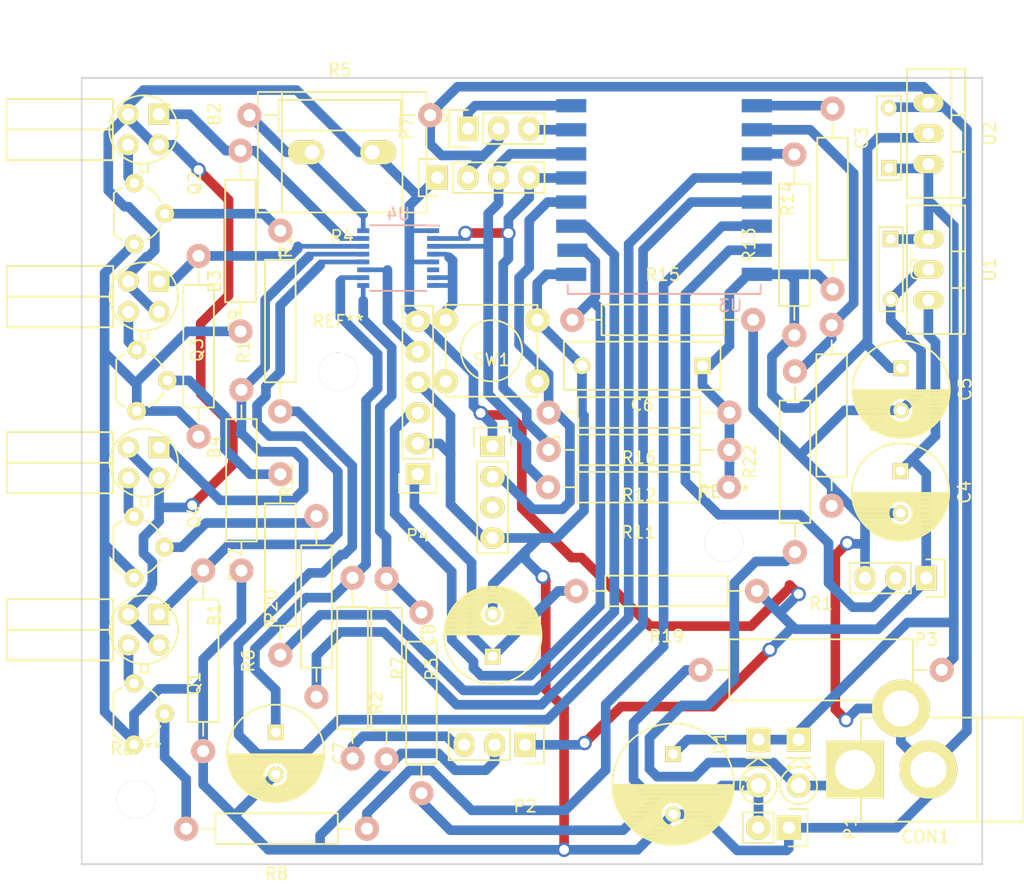
<source format=kicad_pcb>
(kicad_pcb (version 4) (host pcbnew 4.0.2-4+6225~38~ubuntu15.10.1-stable)

  (general
    (links 124)
    (no_connects 2)
    (area 39.625199 28.372999 114.502001 93.801001)
    (thickness 1.6)
    (drawings 6)
    (tracks 642)
    (zones 0)
    (modules 57)
    (nets 39)
  )

  (page User 150.012 150.012)
  (layers
    (0 F.Cu signal)
    (31 B.Cu signal)
    (32 B.Adhes user)
    (33 F.Adhes user)
    (34 B.Paste user)
    (35 F.Paste user)
    (36 B.SilkS user)
    (37 F.SilkS user)
    (38 B.Mask user)
    (39 F.Mask user)
    (40 Dwgs.User user)
    (41 Cmts.User user)
    (42 Eco1.User user)
    (43 Eco2.User user)
    (44 Edge.Cuts user)
    (45 Margin user)
    (46 B.CrtYd user)
    (47 F.CrtYd user)
    (48 B.Fab user)
    (49 F.Fab user)
  )

  (setup
    (last_trace_width 0.8)
    (trace_clearance 0.25)
    (zone_clearance 0.508)
    (zone_45_only no)
    (trace_min 0.39)
    (segment_width 0.2)
    (edge_width 0.15)
    (via_size 1.2)
    (via_drill 0.8)
    (via_min_size 0.4)
    (via_min_drill 0.3)
    (uvia_size 0.3)
    (uvia_drill 0.1)
    (uvias_allowed no)
    (uvia_min_size 0.2)
    (uvia_min_drill 0.1)
    (pcb_text_width 0.3)
    (pcb_text_size 1.5 1.5)
    (mod_edge_width 0.15)
    (mod_text_size 1 1)
    (mod_text_width 0.15)
    (pad_size 4.8006 4.8006)
    (pad_drill 3.3)
    (pad_to_mask_clearance 0.2)
    (aux_axis_origin 0 0)
    (visible_elements FFFFFF7F)
    (pcbplotparams
      (layerselection 0x01000_80000000)
      (usegerberextensions false)
      (excludeedgelayer true)
      (linewidth 0.100000)
      (plotframeref false)
      (viasonmask false)
      (mode 1)
      (useauxorigin false)
      (hpglpennumber 1)
      (hpglpenspeed 20)
      (hpglpendiameter 15)
      (hpglpenoverlay 2)
      (psnegative false)
      (psa4output false)
      (plotreference true)
      (plotvalue true)
      (plotinvisibletext false)
      (padsonsilk false)
      (subtractmaskfromsilk false)
      (outputformat 1)
      (mirror false)
      (drillshape 0)
      (scaleselection 1)
      (outputdirectory ./Gerbers))
  )

  (net 0 "")
  (net 1 GND)
  (net 2 +9V)
  (net 3 +5V)
  (net 4 +3V3)
  (net 5 +BATT)
  (net 6 tgs1)
  (net 7 "Net-(B1-Pad4)")
  (net 8 tgs2)
  (net 9 tgs3)
  (net 10 tgs4)
  (net 11 tgsPol1)
  (net 12 SCL)
  (net 13 SDA)
  (net 14 RX)
  (net 15 TX)
  (net 16 valim)
  (net 17 light)
  (net 18 "Net-(R13-Pad2)")
  (net 19 "Net-(R14-Pad2)")
  (net 20 sound)
  (net 21 "Net-(P2-Pad3)")
  (net 22 DHT)
  (net 23 pir)
  (net 24 dustPol)
  (net 25 dust)
  (net 26 "Net-(B2-Pad4)")
  (net 27 "Net-(B3-Pad4)")
  (net 28 "Net-(B4-Pad4)")
  (net 29 "Net-(C8-Pad1)")
  (net 30 "Net-(CON1-Pad1)")
  (net 31 "Net-(Q1-Pad2)")
  (net 32 "Net-(Q2-Pad2)")
  (net 33 "Net-(Q3-Pad2)")
  (net 34 "Net-(Q4-Pad2)")
  (net 35 tgsPol2)
  (net 36 tgsPol3)
  (net 37 tgsPol4)
  (net 38 vbatt)

  (net_class Default "This is the default net class."
    (clearance 0.25)
    (trace_width 0.8)
    (via_dia 1.2)
    (via_drill 0.8)
    (uvia_dia 0.3)
    (uvia_drill 0.1)
    (add_net +3V3)
    (add_net +5V)
    (add_net +9V)
    (add_net +BATT)
    (add_net DHT)
    (add_net GND)
    (add_net "Net-(B1-Pad4)")
    (add_net "Net-(B2-Pad4)")
    (add_net "Net-(B3-Pad4)")
    (add_net "Net-(B4-Pad4)")
    (add_net "Net-(C8-Pad1)")
    (add_net "Net-(CON1-Pad1)")
    (add_net "Net-(P2-Pad3)")
    (add_net "Net-(Q1-Pad2)")
    (add_net "Net-(Q2-Pad2)")
    (add_net "Net-(Q3-Pad2)")
    (add_net "Net-(Q4-Pad2)")
    (add_net "Net-(R13-Pad2)")
    (add_net "Net-(R14-Pad2)")
    (add_net RX)
    (add_net SCL)
    (add_net SDA)
    (add_net TX)
    (add_net dust)
    (add_net dustPol)
    (add_net light)
    (add_net pir)
    (add_net sound)
    (add_net tgs1)
    (add_net tgs2)
    (add_net tgs3)
    (add_net tgs4)
    (add_net tgsPol1)
    (add_net tgsPol2)
    (add_net tgsPol3)
    (add_net tgsPol4)
    (add_net valim)
    (add_net vbatt)
  )

  (net_class tiny ""
    (clearance 0.25)
    (trace_width 0.39)
    (via_dia 1.2)
    (via_drill 0.8)
    (uvia_dia 0.3)
    (uvia_drill 0.1)
  )

  (module Buttons_Switches_ThroughHole:SW_PUSH_SMALL (layer F.Cu) (tedit 56E2B705) (tstamp 56DCCA9D)
    (at 73.7108 51.1048 180)
    (path /56DD8220)
    (fp_text reference SW1 (at 0 -0.762 180) (layer F.SilkS)
      (effects (font (size 1 1) (thickness 0.15)))
    )
    (fp_text value BOOT (at 0.1016 5.0038 180) (layer F.Fab)
      (effects (font (size 1 1) (thickness 0.15)))
    )
    (fp_circle (center 0 0) (end 0 -2.54) (layer F.SilkS) (width 0.15))
    (fp_line (start -3.81 -3.81) (end 3.81 -3.81) (layer F.SilkS) (width 0.15))
    (fp_line (start 3.81 -3.81) (end 3.81 3.81) (layer F.SilkS) (width 0.15))
    (fp_line (start 3.81 3.81) (end -3.81 3.81) (layer F.SilkS) (width 0.15))
    (fp_line (start -3.81 -3.81) (end -3.81 3.81) (layer F.SilkS) (width 0.15))
    (pad 1 thru_hole circle (at 3.81 -2.54 180) (size 2 2) (drill 1) (layers *.Cu *.Mask F.SilkS)
      (net 22 DHT))
    (pad 2 thru_hole circle (at 3.81 2.54 180) (size 2 2) (drill 1) (layers *.Cu *.Mask F.SilkS)
      (net 1 GND))
    (pad 1 thru_hole circle (at -3.81 -2.54 180) (size 2 2) (drill 1) (layers *.Cu *.Mask F.SilkS)
      (net 22 DHT))
    (pad 2 thru_hole circle (at -3.81 2.54 180) (size 2 2) (drill 1) (layers *.Cu *.Mask F.SilkS)
      (net 1 GND))
  )

  (module Mounting_Holes:MountingHole_3.2mm_M3 (layer F.Cu) (tedit 56E2084C) (tstamp 56E0BDD1)
    (at 44.2214 88.3412)
    (descr "Mounting Hole 3.2mm, no annular, M3")
    (tags "mounting hole 3.2mm no annular m3")
    (fp_text reference REF** (at 0 -4.2) (layer F.SilkS)
      (effects (font (size 1 1) (thickness 0.15)))
    )
    (fp_text value MountingHole_3.2mm_M3 (at 0 4.2) (layer F.Fab) hide
      (effects (font (size 1 1) (thickness 0.15)))
    )
    (fp_circle (center 0 0) (end 3.2 0) (layer Cmts.User) (width 0.15))
    (fp_circle (center 0 0) (end 3.45 0) (layer F.CrtYd) (width 0.05))
    (pad 1 thru_hole circle (at 0 0) (size 3.2 3.2) (drill 3.2) (layers *.Cu *.Mask F.SilkS))
  )

  (module Mounting_Holes:MountingHole_3.2mm_M3 (layer F.Cu) (tedit 56E20842) (tstamp 56E0BDCA)
    (at 60.9854 52.8574)
    (descr "Mounting Hole 3.2mm, no annular, M3")
    (tags "mounting hole 3.2mm no annular m3")
    (fp_text reference REF** (at 0 -4.2) (layer F.SilkS)
      (effects (font (size 1 1) (thickness 0.15)))
    )
    (fp_text value MountingHole_3.2mm_M3 (at 0 4.2) (layer F.Fab) hide
      (effects (font (size 1 1) (thickness 0.15)))
    )
    (fp_circle (center 0 0) (end 3.2 0) (layer Cmts.User) (width 0.15))
    (fp_circle (center 0 0) (end 3.45 0) (layer F.CrtYd) (width 0.05))
    (pad 1 thru_hole circle (at 0 0) (size 3.2 3.2) (drill 3.2) (layers *.Cu *.Mask F.SilkS))
  )

  (module Mounting_Holes:MountingHole_3.2mm_M3 (layer F.Cu) (tedit 56E20852) (tstamp 56E0BAD3)
    (at 92.9894 67.0052)
    (descr "Mounting Hole 3.2mm, no annular, M3")
    (tags "mounting hole 3.2mm no annular m3")
    (fp_text reference REF** (at 0 -4.2) (layer F.SilkS)
      (effects (font (size 1 1) (thickness 0.15)))
    )
    (fp_text value MountingHole_3.2mm_M3 (at 0 4.2) (layer F.Fab) hide
      (effects (font (size 1 1) (thickness 0.15)))
    )
    (fp_circle (center 0 0) (end 3.2 0) (layer Cmts.User) (width 0.15))
    (fp_circle (center 0 0) (end 3.45 0) (layer F.CrtYd) (width 0.05))
    (pad 1 thru_hole circle (at 0 0) (size 3.2 3.2) (drill 3.2) (layers *.Cu *.Mask F.SilkS))
  )

  (module Connect:JACK_ALIM (layer F.Cu) (tedit 56E2B3AD) (tstamp 56D713C7)
    (at 109.9566 85.8774 180)
    (descr "module 1 pin (ou trou mecanique de percage)")
    (tags "CONN JACK")
    (path /56D71CF7)
    (fp_text reference CON1 (at 0.254 -5.588 180) (layer F.SilkS)
      (effects (font (size 1 1) (thickness 0.15)))
    )
    (fp_text value "DC 9V" (at -1.524 -5.715 180) (layer F.Fab)
      (effects (font (size 1 1) (thickness 0.15)))
    )
    (fp_line (start -7.112 -4.318) (end -7.874 -4.318) (layer F.SilkS) (width 0.15))
    (fp_line (start -7.874 -4.318) (end -7.874 4.318) (layer F.SilkS) (width 0.15))
    (fp_line (start -7.874 4.318) (end -7.112 4.318) (layer F.SilkS) (width 0.15))
    (fp_line (start -4.064 -4.318) (end -4.064 4.318) (layer F.SilkS) (width 0.15))
    (fp_line (start 5.588 -4.318) (end 5.588 4.318) (layer F.SilkS) (width 0.15))
    (fp_line (start -7.112 4.318) (end 5.588 4.318) (layer F.SilkS) (width 0.15))
    (fp_line (start -7.112 -4.318) (end 5.588 -4.318) (layer F.SilkS) (width 0.15))
    (pad 2 thru_hole circle (at 0 0 180) (size 4.8006 4.8006) (drill 3) (layers *.Cu *.Mask F.SilkS)
      (net 1 GND))
    (pad 1 thru_hole rect (at 6.096 0 180) (size 4.8006 4.8006) (drill 3.3) (layers *.Cu *.Mask F.SilkS)
      (net 30 "Net-(CON1-Pad1)"))
    (pad 3 thru_hole circle (at 2.286 5.08 180) (size 4.8006 4.8006) (drill 3) (layers *.Cu *.Mask F.SilkS)
      (net 1 GND))
    (model Connect.3dshapes/JACK_ALIM.wrl
      (at (xyz 0 0 0))
      (scale (xyz 0.8 0.8 0.8))
      (rotate (xyz 0 0 0))
    )
  )

  (module ESP8266:ESP-12 (layer B.Cu) (tedit 56DFFEA3) (tstamp 56D713F5)
    (at 95.0214 30.7594 180)
    (descr "Module, ESP-8266, ESP-12, 16 pad, SMD")
    (tags "Module ESP-8266 ESP8266")
    (path /56D7235E)
    (fp_text reference U3 (at 1.5 -16.6 180) (layer B.SilkS)
      (effects (font (size 1 1) (thickness 0.15)) (justify mirror))
    )
    (fp_text value ESP-12 (at 6.992 -1 180) (layer B.Fab)
      (effects (font (size 1 1) (thickness 0.15)) (justify mirror))
    )
    (fp_line (start -2.25 0.5) (end -2.25 8.75) (layer B.CrtYd) (width 0.05))
    (fp_line (start -2.25 8.75) (end 15.25 8.75) (layer B.CrtYd) (width 0.05))
    (fp_line (start 15.25 8.75) (end 16.25 8.75) (layer B.CrtYd) (width 0.05))
    (fp_line (start 16.25 8.75) (end 16.25 -16) (layer B.CrtYd) (width 0.05))
    (fp_line (start 16.25 -16) (end -2.25 -16) (layer B.CrtYd) (width 0.05))
    (fp_line (start -2.25 -16) (end -2.25 0.5) (layer B.CrtYd) (width 0.05))
    (fp_line (start -1.016 8.382) (end 14.986 8.382) (layer B.CrtYd) (width 0.1524))
    (fp_line (start 14.986 8.382) (end 14.986 0.889) (layer B.CrtYd) (width 0.1524))
    (fp_line (start -1.016 8.382) (end -1.016 1.016) (layer B.CrtYd) (width 0.1524))
    (fp_line (start -1.016 -14.859) (end -1.016 -15.621) (layer B.SilkS) (width 0.1524))
    (fp_line (start -1.016 -15.621) (end 14.986 -15.621) (layer B.SilkS) (width 0.1524))
    (fp_line (start 14.986 -15.621) (end 14.986 -14.859) (layer B.SilkS) (width 0.1524))
    (fp_line (start 14.992 8.4) (end -1.008 2.6) (layer B.CrtYd) (width 0.1524))
    (fp_line (start -1.008 8.4) (end 14.992 2.6) (layer B.CrtYd) (width 0.1524))
    (fp_text user "No Copper" (at 6.892 5.4 180) (layer B.CrtYd)
      (effects (font (size 1 1) (thickness 0.15)) (justify mirror))
    )
    (fp_line (start -1.008 2.6) (end 14.992 2.6) (layer B.CrtYd) (width 0.1524))
    (fp_line (start 15 8.4) (end 15 -15.6) (layer B.Fab) (width 0.05))
    (fp_line (start 14.992 -15.6) (end -1.008 -15.6) (layer B.Fab) (width 0.05))
    (fp_line (start -1.008 -15.6) (end -1.008 8.4) (layer B.Fab) (width 0.05))
    (fp_line (start -1.008 8.4) (end 14.992 8.4) (layer B.Fab) (width 0.05))
    (pad 1 smd rect (at 0 0 180) (size 2.5 1.1) (drill (offset -0.7 0)) (layers B.Cu B.Paste B.Mask)
      (net 19 "Net-(R14-Pad2)"))
    (pad 2 smd rect (at 0 -2 180) (size 2.5 1.1) (drill (offset -0.7 0)) (layers B.Cu B.Paste B.Mask)
      (net 16 valim))
    (pad 3 smd rect (at 0 -4 180) (size 2.5 1.1) (drill (offset -0.7 0)) (layers B.Cu B.Paste B.Mask)
      (net 18 "Net-(R13-Pad2)"))
    (pad 4 smd rect (at 0 -6 180) (size 2.5 1.1) (drill (offset -0.7 0)) (layers B.Cu B.Paste B.Mask)
      (net 37 tgsPol4))
    (pad 5 smd rect (at 0 -8 180) (size 2.5 1.1) (drill (offset -0.7 0)) (layers B.Cu B.Paste B.Mask)
      (net 35 tgsPol2))
    (pad 6 smd rect (at 0 -10 180) (size 2.5 1.1) (drill (offset -0.7 0)) (layers B.Cu B.Paste B.Mask)
      (net 11 tgsPol1))
    (pad 7 smd rect (at 0 -12 180) (size 2.5 1.1) (drill (offset -0.7 0)) (layers B.Cu B.Paste B.Mask)
      (net 23 pir))
    (pad 8 smd rect (at 0 -14 180) (size 2.5 1.1) (drill (offset -0.7 0)) (layers B.Cu B.Paste B.Mask)
      (net 4 +3V3))
    (pad 9 smd rect (at 14 -14 180) (size 2.5 1.1) (drill (offset 0.7 0)) (layers B.Cu B.Paste B.Mask)
      (net 1 GND))
    (pad 10 smd rect (at 14 -12 180) (size 2.5 1.1) (drill (offset 0.6 0)) (layers B.Cu B.Paste B.Mask)
      (net 24 dustPol))
    (pad 11 smd rect (at 14 -10 180) (size 2.5 1.1) (drill (offset 0.7 0)) (layers B.Cu B.Paste B.Mask)
      (net 36 tgsPol3))
    (pad 12 smd rect (at 14 -8 180) (size 2.5 1.1) (drill (offset 0.7 0)) (layers B.Cu B.Paste B.Mask)
      (net 22 DHT))
    (pad 13 smd rect (at 14 -6 180) (size 2.5 1.1) (drill (offset 0.7 0)) (layers B.Cu B.Paste B.Mask)
      (net 13 SDA))
    (pad 14 smd rect (at 14 -4 180) (size 2.5 1.1) (drill (offset 0.7 0)) (layers B.Cu B.Paste B.Mask)
      (net 12 SCL))
    (pad 15 smd rect (at 14 -2 180) (size 2.5 1.1) (drill (offset 0.7 0)) (layers B.Cu B.Paste B.Mask)
      (net 14 RX))
    (pad 16 smd rect (at 14 0 180) (size 2.5 1.1) (drill (offset 0.7 0)) (layers B.Cu B.Paste B.Mask)
      (net 15 TX))
    (model ${ESPLIB}/ESP8266.3dshapes/ESP-12.wrl
      (at (xyz 0 0 0))
      (scale (xyz 0.3937 0.3937 0.3937))
      (rotate (xyz 0 0 0))
    )
  )

  (module Capacitors_ThroughHole:C_Rect_L7_W2_P5 (layer F.Cu) (tedit 56E209D0) (tstamp 56D713AE)
    (at 106.8324 41.8338 270)
    (descr "Film Capacitor Length 7 x Width 2mm, Pitch 5mm")
    (tags Capacitor)
    (path /56D716C9)
    (fp_text reference C2 (at 2.5 -2.25 270) (layer F.SilkS)
      (effects (font (size 1 1) (thickness 0.15)))
    )
    (fp_text value 0.33u (at 2.4892 0.4064 360) (layer F.Fab)
      (effects (font (size 1 1) (thickness 0.15)))
    )
    (fp_line (start -1.25 -1.25) (end 6.25 -1.25) (layer F.CrtYd) (width 0.05))
    (fp_line (start 6.25 -1.25) (end 6.25 1.25) (layer F.CrtYd) (width 0.05))
    (fp_line (start 6.25 1.25) (end -1.25 1.25) (layer F.CrtYd) (width 0.05))
    (fp_line (start -1.25 1.25) (end -1.25 -1.25) (layer F.CrtYd) (width 0.05))
    (fp_line (start -1 -1) (end 6 -1) (layer F.SilkS) (width 0.15))
    (fp_line (start 6 -1) (end 6 1) (layer F.SilkS) (width 0.15))
    (fp_line (start 6 1) (end -1 1) (layer F.SilkS) (width 0.15))
    (fp_line (start -1 1) (end -1 -1) (layer F.SilkS) (width 0.15))
    (pad 1 thru_hole rect (at 0 0 270) (size 1.3 1.3) (drill 0.8) (layers *.Cu *.Mask F.SilkS)
      (net 2 +9V))
    (pad 2 thru_hole circle (at 5 0 270) (size 1.3 1.3) (drill 0.8) (layers *.Cu *.Mask F.SilkS)
      (net 1 GND))
    (model Capacitors_ThroughHole.3dshapes/C_Rect_L7_W2_P5.wrl
      (at (xyz 0.098425 0 0))
      (scale (xyz 1 1 1))
      (rotate (xyz 0 0 0))
    )
  )

  (module Capacitors_ThroughHole:C_Rect_L7_W2_P5 (layer F.Cu) (tedit 56E209CA) (tstamp 56D713B4)
    (at 106.68 35.941 90)
    (descr "Film Capacitor Length 7 x Width 2mm, Pitch 5mm")
    (tags Capacitor)
    (path /56D711E3)
    (fp_text reference C3 (at 2.5 -2.25 90) (layer F.SilkS)
      (effects (font (size 1 1) (thickness 0.15)))
    )
    (fp_text value 100n (at 2.6924 -0.0762 180) (layer F.Fab)
      (effects (font (size 1 1) (thickness 0.15)))
    )
    (fp_line (start -1.25 -1.25) (end 6.25 -1.25) (layer F.CrtYd) (width 0.05))
    (fp_line (start 6.25 -1.25) (end 6.25 1.25) (layer F.CrtYd) (width 0.05))
    (fp_line (start 6.25 1.25) (end -1.25 1.25) (layer F.CrtYd) (width 0.05))
    (fp_line (start -1.25 1.25) (end -1.25 -1.25) (layer F.CrtYd) (width 0.05))
    (fp_line (start -1 -1) (end 6 -1) (layer F.SilkS) (width 0.15))
    (fp_line (start 6 -1) (end 6 1) (layer F.SilkS) (width 0.15))
    (fp_line (start 6 1) (end -1 1) (layer F.SilkS) (width 0.15))
    (fp_line (start -1 1) (end -1 -1) (layer F.SilkS) (width 0.15))
    (pad 1 thru_hole rect (at 0 0 90) (size 1.3 1.3) (drill 0.8) (layers *.Cu *.Mask F.SilkS)
      (net 2 +9V))
    (pad 2 thru_hole circle (at 5 0 90) (size 1.3 1.3) (drill 0.8) (layers *.Cu *.Mask F.SilkS)
      (net 1 GND))
    (model Capacitors_ThroughHole.3dshapes/C_Rect_L7_W2_P5.wrl
      (at (xyz 0.098425 0 0))
      (scale (xyz 1 1 1))
      (rotate (xyz 0 0 0))
    )
  )

  (module Resistors_ThroughHole:Resistor_Horizontal_RM20mm (layer F.Cu) (tedit 56E20862) (tstamp 56D713D3)
    (at 91.059 77.597)
    (descr "Resistor, Axial, RM 20mm,")
    (tags "Resistor Axial RM 20mm")
    (path /56D70BEF)
    (fp_text reference R1 (at 10 -5.4991) (layer F.SilkS)
      (effects (font (size 1 1) (thickness 0.15)))
    )
    (fp_text value 60 (at 10.1092 -0.0254) (layer F.Fab)
      (effects (font (size 1 1) (thickness 0.15)))
    )
    (fp_line (start -1.25 2.8) (end -1.25 -2.8) (layer F.CrtYd) (width 0.05))
    (fp_line (start -1.25 -2.8) (end 21.25 -2.8) (layer F.CrtYd) (width 0.05))
    (fp_line (start 21.25 -2.8) (end 21.25 2.8) (layer F.CrtYd) (width 0.05))
    (fp_line (start 21.25 2.8) (end -1.25 2.8) (layer F.CrtYd) (width 0.05))
    (fp_line (start 2.38 -2.54) (end 2.38 2.54) (layer F.SilkS) (width 0.15))
    (fp_line (start 2.38 2.54) (end 17.62 2.54) (layer F.SilkS) (width 0.15))
    (fp_line (start 17.62 2.54) (end 17.62 0) (layer F.SilkS) (width 0.15))
    (fp_line (start 17.62 0) (end 17.62 -2.54) (layer F.SilkS) (width 0.15))
    (fp_line (start 17.62 -2.54) (end 2.38 -2.54) (layer F.SilkS) (width 0.15))
    (fp_line (start 18.73 0) (end 17.62 0) (layer F.SilkS) (width 0.15))
    (fp_line (start 1.27 0) (end 2.38 0) (layer F.SilkS) (width 0.15))
    (pad 1 thru_hole circle (at 0 0) (size 1.99898 1.99898) (drill 1.00076) (layers *.Cu *.SilkS *.Mask)
      (net 5 +BATT))
    (pad 2 thru_hole circle (at 20 0) (size 1.99898 1.99898) (drill 1.00076) (layers *.Cu *.SilkS *.Mask)
      (net 2 +9V))
    (model Resistors_ThroughHole.3dshapes/Resistor_Horizontal_RM20mm.wrl
      (at (xyz 0.395 0 0))
      (scale (xyz 0.395 0.4 0.4))
      (rotate (xyz 0 0 0))
    )
  )

  (module TO_SOT_Packages_THT:TO-220_Neutral123_Vertical (layer F.Cu) (tedit 56E2099F) (tstamp 56D713DA)
    (at 109.9566 44.3738 270)
    (descr "TO-220, Neutral, Vertical,")
    (tags "TO-220, Neutral, Vertical,")
    (path /56D716BD)
    (fp_text reference U1 (at 0 -5.08 270) (layer F.SilkS)
      (effects (font (size 1 1) (thickness 0.15)))
    )
    (fp_text value LM7805CT (at 0.1778 -2.3622 270) (layer F.Fab)
      (effects (font (size 1 1) (thickness 0.15)))
    )
    (fp_line (start -1.524 -3.048) (end -1.524 -1.905) (layer F.SilkS) (width 0.15))
    (fp_line (start 1.524 -3.048) (end 1.524 -1.905) (layer F.SilkS) (width 0.15))
    (fp_line (start 5.334 -1.905) (end 5.334 1.778) (layer F.SilkS) (width 0.15))
    (fp_line (start 5.334 1.778) (end -5.334 1.778) (layer F.SilkS) (width 0.15))
    (fp_line (start -5.334 1.778) (end -5.334 -1.905) (layer F.SilkS) (width 0.15))
    (fp_line (start 5.334 -3.048) (end 5.334 -1.905) (layer F.SilkS) (width 0.15))
    (fp_line (start 5.334 -1.905) (end -5.334 -1.905) (layer F.SilkS) (width 0.15))
    (fp_line (start -5.334 -1.905) (end -5.334 -3.048) (layer F.SilkS) (width 0.15))
    (fp_line (start 0 -3.048) (end -5.334 -3.048) (layer F.SilkS) (width 0.15))
    (fp_line (start 0 -3.048) (end 5.334 -3.048) (layer F.SilkS) (width 0.15))
    (pad 2 thru_hole oval (at 0 0) (size 2.49936 1.50114) (drill 1.00076) (layers *.Cu *.Mask F.SilkS)
      (net 1 GND))
    (pad 1 thru_hole oval (at -2.54 0) (size 2.49936 1.50114) (drill 1.00076) (layers *.Cu *.Mask F.SilkS)
      (net 2 +9V))
    (pad 3 thru_hole oval (at 2.54 0) (size 2.49936 1.50114) (drill 1.00076) (layers *.Cu *.Mask F.SilkS)
      (net 3 +5V))
    (model TO_SOT_Packages_THT.3dshapes/TO-220_Neutral123_Vertical.wrl
      (at (xyz 0 0 0))
      (scale (xyz 0.3937 0.3937 0.3937))
      (rotate (xyz 0 0 0))
    )
  )

  (module TO_SOT_Packages_THT:TO-220_Neutral123_Vertical (layer F.Cu) (tedit 56E209A6) (tstamp 56D713E1)
    (at 109.9566 33.0708 270)
    (descr "TO-220, Neutral, Vertical,")
    (tags "TO-220, Neutral, Vertical,")
    (path /56D75461)
    (fp_text reference U2 (at 0 -5.08 270) (layer F.SilkS)
      (effects (font (size 1 1) (thickness 0.15)))
    )
    (fp_text value LD1117S33TR (at 0.2286 -2.413 270) (layer F.Fab)
      (effects (font (size 1 1) (thickness 0.15)))
    )
    (fp_line (start -1.524 -3.048) (end -1.524 -1.905) (layer F.SilkS) (width 0.15))
    (fp_line (start 1.524 -3.048) (end 1.524 -1.905) (layer F.SilkS) (width 0.15))
    (fp_line (start 5.334 -1.905) (end 5.334 1.778) (layer F.SilkS) (width 0.15))
    (fp_line (start 5.334 1.778) (end -5.334 1.778) (layer F.SilkS) (width 0.15))
    (fp_line (start -5.334 1.778) (end -5.334 -1.905) (layer F.SilkS) (width 0.15))
    (fp_line (start 5.334 -3.048) (end 5.334 -1.905) (layer F.SilkS) (width 0.15))
    (fp_line (start 5.334 -1.905) (end -5.334 -1.905) (layer F.SilkS) (width 0.15))
    (fp_line (start -5.334 -1.905) (end -5.334 -3.048) (layer F.SilkS) (width 0.15))
    (fp_line (start 0 -3.048) (end -5.334 -3.048) (layer F.SilkS) (width 0.15))
    (fp_line (start 0 -3.048) (end 5.334 -3.048) (layer F.SilkS) (width 0.15))
    (pad 2 thru_hole oval (at 0 0) (size 2.49936 1.50114) (drill 1.00076) (layers *.Cu *.Mask F.SilkS)
      (net 4 +3V3))
    (pad 1 thru_hole oval (at -2.54 0) (size 2.49936 1.50114) (drill 1.00076) (layers *.Cu *.Mask F.SilkS)
      (net 1 GND))
    (pad 3 thru_hole oval (at 2.54 0) (size 2.49936 1.50114) (drill 1.00076) (layers *.Cu *.Mask F.SilkS)
      (net 2 +9V))
    (model TO_SOT_Packages_THT.3dshapes/TO-220_Neutral123_Vertical.wrl
      (at (xyz 0 0 0))
      (scale (xyz 0.3937 0.3937 0.3937))
      (rotate (xyz 0 0 0))
    )
  )

  (module Pin_Headers:Pin_Header_Straight_1x02 (layer F.Cu) (tedit 56E2081B) (tstamp 56D715FF)
    (at 98.3742 90.7034 270)
    (descr "Through hole pin header")
    (tags "pin header")
    (path /56D72BB8)
    (fp_text reference P1 (at 0 -5.1 270) (layer F.SilkS)
      (effects (font (size 1 1) (thickness 0.15)))
    )
    (fp_text value batt (at 0 -3.4544 540) (layer F.Fab)
      (effects (font (size 1 1) (thickness 0.15)))
    )
    (fp_line (start 1.27 1.27) (end 1.27 3.81) (layer F.SilkS) (width 0.15))
    (fp_line (start 1.55 -1.55) (end 1.55 0) (layer F.SilkS) (width 0.15))
    (fp_line (start -1.75 -1.75) (end -1.75 4.3) (layer F.CrtYd) (width 0.05))
    (fp_line (start 1.75 -1.75) (end 1.75 4.3) (layer F.CrtYd) (width 0.05))
    (fp_line (start -1.75 -1.75) (end 1.75 -1.75) (layer F.CrtYd) (width 0.05))
    (fp_line (start -1.75 4.3) (end 1.75 4.3) (layer F.CrtYd) (width 0.05))
    (fp_line (start 1.27 1.27) (end -1.27 1.27) (layer F.SilkS) (width 0.15))
    (fp_line (start -1.55 0) (end -1.55 -1.55) (layer F.SilkS) (width 0.15))
    (fp_line (start -1.55 -1.55) (end 1.55 -1.55) (layer F.SilkS) (width 0.15))
    (fp_line (start -1.27 1.27) (end -1.27 3.81) (layer F.SilkS) (width 0.15))
    (fp_line (start -1.27 3.81) (end 1.27 3.81) (layer F.SilkS) (width 0.15))
    (pad 1 thru_hole rect (at 0 0 270) (size 2.032 2.032) (drill 1.016) (layers *.Cu *.Mask F.SilkS)
      (net 1 GND))
    (pad 2 thru_hole oval (at 0 2.54 270) (size 2.032 2.032) (drill 1.016) (layers *.Cu *.Mask F.SilkS)
      (net 5 +BATT))
    (model Pin_Headers.3dshapes/Pin_Header_Straight_1x02.wrl
      (at (xyz 0 -0.05 0))
      (scale (xyz 1 1 1))
      (rotate (xyz 0 0 90))
    )
  )

  (module Capacitors_ThroughHole:C_Radial_D10_L16_P5 (layer F.Cu) (tedit 56E207E9) (tstamp 56D76C36)
    (at 88.773 84.582 270)
    (descr "Radial Electrolytic Capacitor 10mm x Length 16mm, Pitch 5mm")
    (tags "Electrolytic Capacitor")
    (path /56D70C7D)
    (fp_text reference C1 (at 2.5 -6.3 270) (layer F.SilkS)
      (effects (font (size 1 1) (thickness 0.15)))
    )
    (fp_text value 1000u (at 2.54 0.0762 360) (layer F.Fab)
      (effects (font (size 1 1) (thickness 0.15)))
    )
    (fp_line (start 2.575 -4.999) (end 2.575 4.999) (layer F.SilkS) (width 0.15))
    (fp_line (start 2.715 -4.995) (end 2.715 4.995) (layer F.SilkS) (width 0.15))
    (fp_line (start 2.855 -4.987) (end 2.855 4.987) (layer F.SilkS) (width 0.15))
    (fp_line (start 2.995 -4.975) (end 2.995 4.975) (layer F.SilkS) (width 0.15))
    (fp_line (start 3.135 -4.96) (end 3.135 4.96) (layer F.SilkS) (width 0.15))
    (fp_line (start 3.275 -4.94) (end 3.275 4.94) (layer F.SilkS) (width 0.15))
    (fp_line (start 3.415 -4.916) (end 3.415 4.916) (layer F.SilkS) (width 0.15))
    (fp_line (start 3.555 -4.887) (end 3.555 4.887) (layer F.SilkS) (width 0.15))
    (fp_line (start 3.695 -4.855) (end 3.695 4.855) (layer F.SilkS) (width 0.15))
    (fp_line (start 3.835 -4.818) (end 3.835 4.818) (layer F.SilkS) (width 0.15))
    (fp_line (start 3.975 -4.777) (end 3.975 4.777) (layer F.SilkS) (width 0.15))
    (fp_line (start 4.115 -4.732) (end 4.115 -0.466) (layer F.SilkS) (width 0.15))
    (fp_line (start 4.115 0.466) (end 4.115 4.732) (layer F.SilkS) (width 0.15))
    (fp_line (start 4.255 -4.682) (end 4.255 -0.667) (layer F.SilkS) (width 0.15))
    (fp_line (start 4.255 0.667) (end 4.255 4.682) (layer F.SilkS) (width 0.15))
    (fp_line (start 4.395 -4.627) (end 4.395 -0.796) (layer F.SilkS) (width 0.15))
    (fp_line (start 4.395 0.796) (end 4.395 4.627) (layer F.SilkS) (width 0.15))
    (fp_line (start 4.535 -4.567) (end 4.535 -0.885) (layer F.SilkS) (width 0.15))
    (fp_line (start 4.535 0.885) (end 4.535 4.567) (layer F.SilkS) (width 0.15))
    (fp_line (start 4.675 -4.502) (end 4.675 -0.946) (layer F.SilkS) (width 0.15))
    (fp_line (start 4.675 0.946) (end 4.675 4.502) (layer F.SilkS) (width 0.15))
    (fp_line (start 4.815 -4.432) (end 4.815 -0.983) (layer F.SilkS) (width 0.15))
    (fp_line (start 4.815 0.983) (end 4.815 4.432) (layer F.SilkS) (width 0.15))
    (fp_line (start 4.955 -4.356) (end 4.955 -0.999) (layer F.SilkS) (width 0.15))
    (fp_line (start 4.955 0.999) (end 4.955 4.356) (layer F.SilkS) (width 0.15))
    (fp_line (start 5.095 -4.274) (end 5.095 -0.995) (layer F.SilkS) (width 0.15))
    (fp_line (start 5.095 0.995) (end 5.095 4.274) (layer F.SilkS) (width 0.15))
    (fp_line (start 5.235 -4.186) (end 5.235 -0.972) (layer F.SilkS) (width 0.15))
    (fp_line (start 5.235 0.972) (end 5.235 4.186) (layer F.SilkS) (width 0.15))
    (fp_line (start 5.375 -4.091) (end 5.375 -0.927) (layer F.SilkS) (width 0.15))
    (fp_line (start 5.375 0.927) (end 5.375 4.091) (layer F.SilkS) (width 0.15))
    (fp_line (start 5.515 -3.989) (end 5.515 -0.857) (layer F.SilkS) (width 0.15))
    (fp_line (start 5.515 0.857) (end 5.515 3.989) (layer F.SilkS) (width 0.15))
    (fp_line (start 5.655 -3.879) (end 5.655 -0.756) (layer F.SilkS) (width 0.15))
    (fp_line (start 5.655 0.756) (end 5.655 3.879) (layer F.SilkS) (width 0.15))
    (fp_line (start 5.795 -3.761) (end 5.795 -0.607) (layer F.SilkS) (width 0.15))
    (fp_line (start 5.795 0.607) (end 5.795 3.761) (layer F.SilkS) (width 0.15))
    (fp_line (start 5.935 -3.633) (end 5.935 -0.355) (layer F.SilkS) (width 0.15))
    (fp_line (start 5.935 0.355) (end 5.935 3.633) (layer F.SilkS) (width 0.15))
    (fp_line (start 6.075 -3.496) (end 6.075 3.496) (layer F.SilkS) (width 0.15))
    (fp_line (start 6.215 -3.346) (end 6.215 3.346) (layer F.SilkS) (width 0.15))
    (fp_line (start 6.355 -3.184) (end 6.355 3.184) (layer F.SilkS) (width 0.15))
    (fp_line (start 6.495 -3.007) (end 6.495 3.007) (layer F.SilkS) (width 0.15))
    (fp_line (start 6.635 -2.811) (end 6.635 2.811) (layer F.SilkS) (width 0.15))
    (fp_line (start 6.775 -2.593) (end 6.775 2.593) (layer F.SilkS) (width 0.15))
    (fp_line (start 6.915 -2.347) (end 6.915 2.347) (layer F.SilkS) (width 0.15))
    (fp_line (start 7.055 -2.062) (end 7.055 2.062) (layer F.SilkS) (width 0.15))
    (fp_line (start 7.195 -1.72) (end 7.195 1.72) (layer F.SilkS) (width 0.15))
    (fp_line (start 7.335 -1.274) (end 7.335 1.274) (layer F.SilkS) (width 0.15))
    (fp_line (start 7.475 -0.499) (end 7.475 0.499) (layer F.SilkS) (width 0.15))
    (fp_circle (center 5 0) (end 5 -1) (layer F.SilkS) (width 0.15))
    (fp_circle (center 2.5 0) (end 2.5 -5.0375) (layer F.SilkS) (width 0.15))
    (fp_circle (center 2.5 0) (end 2.5 -5.3) (layer F.CrtYd) (width 0.05))
    (pad 1 thru_hole rect (at 0 0 270) (size 1.3 1.3) (drill 0.8) (layers *.Cu *.Mask F.SilkS)
      (net 2 +9V))
    (pad 2 thru_hole circle (at 5 0 270) (size 1.3 1.3) (drill 0.8) (layers *.Cu *.Mask F.SilkS)
      (net 1 GND))
    (model Capacitors_ThroughHole.3dshapes/C_Radial_D10_L16_P5.wrl
      (at (xyz 0.0984252 0 0))
      (scale (xyz 1 1 1))
      (rotate (xyz 0 0 90))
    )
  )

  (module Capacitors_ThroughHole:C_Radial_D8_L11.5_P3.5 (layer F.Cu) (tedit 56E208CE) (tstamp 56D76C3B)
    (at 107.6452 61.087 270)
    (descr "Radial Electrolytic Capacitor Diameter 8mm x Length 11.5mm, Pitch 3.5mm")
    (tags "Electrolytic Capacitor")
    (path /56D716D4)
    (fp_text reference C4 (at 1.75 -5.3 270) (layer F.SilkS)
      (effects (font (size 1 1) (thickness 0.15)))
    )
    (fp_text value 0.1u (at 1.9304 -1.8796 270) (layer F.Fab)
      (effects (font (size 1 1) (thickness 0.15)))
    )
    (fp_line (start 1.825 -3.999) (end 1.825 3.999) (layer F.SilkS) (width 0.15))
    (fp_line (start 1.965 -3.994) (end 1.965 3.994) (layer F.SilkS) (width 0.15))
    (fp_line (start 2.105 -3.984) (end 2.105 3.984) (layer F.SilkS) (width 0.15))
    (fp_line (start 2.245 -3.969) (end 2.245 3.969) (layer F.SilkS) (width 0.15))
    (fp_line (start 2.385 -3.949) (end 2.385 3.949) (layer F.SilkS) (width 0.15))
    (fp_line (start 2.525 -3.924) (end 2.525 -0.222) (layer F.SilkS) (width 0.15))
    (fp_line (start 2.525 0.222) (end 2.525 3.924) (layer F.SilkS) (width 0.15))
    (fp_line (start 2.665 -3.894) (end 2.665 -0.55) (layer F.SilkS) (width 0.15))
    (fp_line (start 2.665 0.55) (end 2.665 3.894) (layer F.SilkS) (width 0.15))
    (fp_line (start 2.805 -3.858) (end 2.805 -0.719) (layer F.SilkS) (width 0.15))
    (fp_line (start 2.805 0.719) (end 2.805 3.858) (layer F.SilkS) (width 0.15))
    (fp_line (start 2.945 -3.817) (end 2.945 -0.832) (layer F.SilkS) (width 0.15))
    (fp_line (start 2.945 0.832) (end 2.945 3.817) (layer F.SilkS) (width 0.15))
    (fp_line (start 3.085 -3.771) (end 3.085 -0.91) (layer F.SilkS) (width 0.15))
    (fp_line (start 3.085 0.91) (end 3.085 3.771) (layer F.SilkS) (width 0.15))
    (fp_line (start 3.225 -3.718) (end 3.225 -0.961) (layer F.SilkS) (width 0.15))
    (fp_line (start 3.225 0.961) (end 3.225 3.718) (layer F.SilkS) (width 0.15))
    (fp_line (start 3.365 -3.659) (end 3.365 -0.991) (layer F.SilkS) (width 0.15))
    (fp_line (start 3.365 0.991) (end 3.365 3.659) (layer F.SilkS) (width 0.15))
    (fp_line (start 3.505 -3.594) (end 3.505 -1) (layer F.SilkS) (width 0.15))
    (fp_line (start 3.505 1) (end 3.505 3.594) (layer F.SilkS) (width 0.15))
    (fp_line (start 3.645 -3.523) (end 3.645 -0.989) (layer F.SilkS) (width 0.15))
    (fp_line (start 3.645 0.989) (end 3.645 3.523) (layer F.SilkS) (width 0.15))
    (fp_line (start 3.785 -3.444) (end 3.785 -0.959) (layer F.SilkS) (width 0.15))
    (fp_line (start 3.785 0.959) (end 3.785 3.444) (layer F.SilkS) (width 0.15))
    (fp_line (start 3.925 -3.357) (end 3.925 -0.905) (layer F.SilkS) (width 0.15))
    (fp_line (start 3.925 0.905) (end 3.925 3.357) (layer F.SilkS) (width 0.15))
    (fp_line (start 4.065 -3.262) (end 4.065 -0.825) (layer F.SilkS) (width 0.15))
    (fp_line (start 4.065 0.825) (end 4.065 3.262) (layer F.SilkS) (width 0.15))
    (fp_line (start 4.205 -3.158) (end 4.205 -0.709) (layer F.SilkS) (width 0.15))
    (fp_line (start 4.205 0.709) (end 4.205 3.158) (layer F.SilkS) (width 0.15))
    (fp_line (start 4.345 -3.044) (end 4.345 -0.535) (layer F.SilkS) (width 0.15))
    (fp_line (start 4.345 0.535) (end 4.345 3.044) (layer F.SilkS) (width 0.15))
    (fp_line (start 4.485 -2.919) (end 4.485 -0.173) (layer F.SilkS) (width 0.15))
    (fp_line (start 4.485 0.173) (end 4.485 2.919) (layer F.SilkS) (width 0.15))
    (fp_line (start 4.625 -2.781) (end 4.625 2.781) (layer F.SilkS) (width 0.15))
    (fp_line (start 4.765 -2.629) (end 4.765 2.629) (layer F.SilkS) (width 0.15))
    (fp_line (start 4.905 -2.459) (end 4.905 2.459) (layer F.SilkS) (width 0.15))
    (fp_line (start 5.045 -2.268) (end 5.045 2.268) (layer F.SilkS) (width 0.15))
    (fp_line (start 5.185 -2.05) (end 5.185 2.05) (layer F.SilkS) (width 0.15))
    (fp_line (start 5.325 -1.794) (end 5.325 1.794) (layer F.SilkS) (width 0.15))
    (fp_line (start 5.465 -1.483) (end 5.465 1.483) (layer F.SilkS) (width 0.15))
    (fp_line (start 5.605 -1.067) (end 5.605 1.067) (layer F.SilkS) (width 0.15))
    (fp_line (start 5.745 -0.2) (end 5.745 0.2) (layer F.SilkS) (width 0.15))
    (fp_circle (center 3.5 0) (end 3.5 -1) (layer F.SilkS) (width 0.15))
    (fp_circle (center 1.75 0) (end 1.75 -4.0375) (layer F.SilkS) (width 0.15))
    (fp_circle (center 1.75 0) (end 1.75 -4.3) (layer F.CrtYd) (width 0.05))
    (pad 2 thru_hole circle (at 3.5 0 270) (size 1.3 1.3) (drill 0.8) (layers *.Cu *.Mask F.SilkS)
      (net 1 GND))
    (pad 1 thru_hole rect (at 0 0 270) (size 1.3 1.3) (drill 0.8) (layers *.Cu *.Mask F.SilkS)
      (net 3 +5V))
    (model Capacitors_ThroughHole.3dshapes/C_Radial_D8_L11.5_P3.5.wrl
      (at (xyz 0 0 0))
      (scale (xyz 1 1 1))
      (rotate (xyz 0 0 0))
    )
  )

  (module Capacitors_ThroughHole:C_Radial_D8_L11.5_P3.5 (layer F.Cu) (tedit 56E208C9) (tstamp 56D76C40)
    (at 107.696 52.5526 270)
    (descr "Radial Electrolytic Capacitor Diameter 8mm x Length 11.5mm, Pitch 3.5mm")
    (tags "Electrolytic Capacitor")
    (path /56D7129F)
    (fp_text reference C5 (at 1.75 -5.3 270) (layer F.SilkS)
      (effects (font (size 1 1) (thickness 0.15)))
    )
    (fp_text value 10u (at 1.8288 -1.778 270) (layer F.Fab)
      (effects (font (size 1 1) (thickness 0.15)))
    )
    (fp_line (start 1.825 -3.999) (end 1.825 3.999) (layer F.SilkS) (width 0.15))
    (fp_line (start 1.965 -3.994) (end 1.965 3.994) (layer F.SilkS) (width 0.15))
    (fp_line (start 2.105 -3.984) (end 2.105 3.984) (layer F.SilkS) (width 0.15))
    (fp_line (start 2.245 -3.969) (end 2.245 3.969) (layer F.SilkS) (width 0.15))
    (fp_line (start 2.385 -3.949) (end 2.385 3.949) (layer F.SilkS) (width 0.15))
    (fp_line (start 2.525 -3.924) (end 2.525 -0.222) (layer F.SilkS) (width 0.15))
    (fp_line (start 2.525 0.222) (end 2.525 3.924) (layer F.SilkS) (width 0.15))
    (fp_line (start 2.665 -3.894) (end 2.665 -0.55) (layer F.SilkS) (width 0.15))
    (fp_line (start 2.665 0.55) (end 2.665 3.894) (layer F.SilkS) (width 0.15))
    (fp_line (start 2.805 -3.858) (end 2.805 -0.719) (layer F.SilkS) (width 0.15))
    (fp_line (start 2.805 0.719) (end 2.805 3.858) (layer F.SilkS) (width 0.15))
    (fp_line (start 2.945 -3.817) (end 2.945 -0.832) (layer F.SilkS) (width 0.15))
    (fp_line (start 2.945 0.832) (end 2.945 3.817) (layer F.SilkS) (width 0.15))
    (fp_line (start 3.085 -3.771) (end 3.085 -0.91) (layer F.SilkS) (width 0.15))
    (fp_line (start 3.085 0.91) (end 3.085 3.771) (layer F.SilkS) (width 0.15))
    (fp_line (start 3.225 -3.718) (end 3.225 -0.961) (layer F.SilkS) (width 0.15))
    (fp_line (start 3.225 0.961) (end 3.225 3.718) (layer F.SilkS) (width 0.15))
    (fp_line (start 3.365 -3.659) (end 3.365 -0.991) (layer F.SilkS) (width 0.15))
    (fp_line (start 3.365 0.991) (end 3.365 3.659) (layer F.SilkS) (width 0.15))
    (fp_line (start 3.505 -3.594) (end 3.505 -1) (layer F.SilkS) (width 0.15))
    (fp_line (start 3.505 1) (end 3.505 3.594) (layer F.SilkS) (width 0.15))
    (fp_line (start 3.645 -3.523) (end 3.645 -0.989) (layer F.SilkS) (width 0.15))
    (fp_line (start 3.645 0.989) (end 3.645 3.523) (layer F.SilkS) (width 0.15))
    (fp_line (start 3.785 -3.444) (end 3.785 -0.959) (layer F.SilkS) (width 0.15))
    (fp_line (start 3.785 0.959) (end 3.785 3.444) (layer F.SilkS) (width 0.15))
    (fp_line (start 3.925 -3.357) (end 3.925 -0.905) (layer F.SilkS) (width 0.15))
    (fp_line (start 3.925 0.905) (end 3.925 3.357) (layer F.SilkS) (width 0.15))
    (fp_line (start 4.065 -3.262) (end 4.065 -0.825) (layer F.SilkS) (width 0.15))
    (fp_line (start 4.065 0.825) (end 4.065 3.262) (layer F.SilkS) (width 0.15))
    (fp_line (start 4.205 -3.158) (end 4.205 -0.709) (layer F.SilkS) (width 0.15))
    (fp_line (start 4.205 0.709) (end 4.205 3.158) (layer F.SilkS) (width 0.15))
    (fp_line (start 4.345 -3.044) (end 4.345 -0.535) (layer F.SilkS) (width 0.15))
    (fp_line (start 4.345 0.535) (end 4.345 3.044) (layer F.SilkS) (width 0.15))
    (fp_line (start 4.485 -2.919) (end 4.485 -0.173) (layer F.SilkS) (width 0.15))
    (fp_line (start 4.485 0.173) (end 4.485 2.919) (layer F.SilkS) (width 0.15))
    (fp_line (start 4.625 -2.781) (end 4.625 2.781) (layer F.SilkS) (width 0.15))
    (fp_line (start 4.765 -2.629) (end 4.765 2.629) (layer F.SilkS) (width 0.15))
    (fp_line (start 4.905 -2.459) (end 4.905 2.459) (layer F.SilkS) (width 0.15))
    (fp_line (start 5.045 -2.268) (end 5.045 2.268) (layer F.SilkS) (width 0.15))
    (fp_line (start 5.185 -2.05) (end 5.185 2.05) (layer F.SilkS) (width 0.15))
    (fp_line (start 5.325 -1.794) (end 5.325 1.794) (layer F.SilkS) (width 0.15))
    (fp_line (start 5.465 -1.483) (end 5.465 1.483) (layer F.SilkS) (width 0.15))
    (fp_line (start 5.605 -1.067) (end 5.605 1.067) (layer F.SilkS) (width 0.15))
    (fp_line (start 5.745 -0.2) (end 5.745 0.2) (layer F.SilkS) (width 0.15))
    (fp_circle (center 3.5 0) (end 3.5 -1) (layer F.SilkS) (width 0.15))
    (fp_circle (center 1.75 0) (end 1.75 -4.0375) (layer F.SilkS) (width 0.15))
    (fp_circle (center 1.75 0) (end 1.75 -4.3) (layer F.CrtYd) (width 0.05))
    (pad 2 thru_hole circle (at 3.5 0 270) (size 1.3 1.3) (drill 0.8) (layers *.Cu *.Mask F.SilkS)
      (net 1 GND))
    (pad 1 thru_hole rect (at 0 0 270) (size 1.3 1.3) (drill 0.8) (layers *.Cu *.Mask F.SilkS)
      (net 4 +3V3))
    (model Capacitors_ThroughHole.3dshapes/C_Radial_D8_L11.5_P3.5.wrl
      (at (xyz 0 0 0))
      (scale (xyz 1 1 1))
      (rotate (xyz 0 0 0))
    )
  )

  (module figaro:tgs26xx (layer F.Cu) (tedit 56E20752) (tstamp 56D771F2)
    (at 46.1264 72.9996 270)
    (descr "Figaro sensor")
    (tags "figaro tgs socket")
    (path /56D768B7)
    (fp_text reference B1 (at 0 -4.6 270) (layer F.SilkS)
      (effects (font (size 1 1) (thickness 0.15)))
    )
    (fp_text value TGS26XX (at 1.5748 4.9784 270) (layer F.Fab)
      (effects (font (size 1 1) (thickness 0.15)))
    )
    (fp_line (start 4.064 0.889) (end 4.826 0.889) (layer F.SilkS) (width 0.15))
    (fp_line (start 4.826 0.889) (end 4.826 1.524) (layer F.SilkS) (width 0.15))
    (fp_line (start 4.826 1.524) (end 4.064 1.524) (layer F.SilkS) (width 0.15))
    (fp_circle (center 1.27 1.27) (end 3.81 2.54) (layer F.SilkS) (width 0.15))
    (fp_line (start -1.75 -1.35) (end -1.75 13.15) (layer F.CrtYd) (width 0.05))
    (fp_line (start 4.3 -1.35) (end 4.3 13.15) (layer F.CrtYd) (width 0.05))
    (fp_line (start -1.75 -1.35) (end 4.3 -1.35) (layer F.CrtYd) (width 0.05))
    (fp_line (start -1.75 13.15) (end 4.3 13.15) (layer F.CrtYd) (width 0.05))
    (fp_line (start 3.81 12.64) (end 3.81 3.81) (layer F.SilkS) (width 0.15))
    (fp_line (start 1.27 12.64) (end 3.81 12.64) (layer F.SilkS) (width 0.15))
    (fp_line (start 1.27 3.81) (end 3.81 3.81) (layer F.SilkS) (width 0.15))
    (fp_line (start 3.81 3.81) (end 3.81 12.64) (layer F.SilkS) (width 0.15))
    (fp_line (start 1.27 3.81) (end 1.27 12.64) (layer F.SilkS) (width 0.15))
    (fp_line (start -1.27 3.81) (end 1.27 3.81) (layer F.SilkS) (width 0.15))
    (fp_line (start -1.27 3.81) (end -1.27 12.64) (layer F.SilkS) (width 0.15))
    (fp_line (start -1.27 12.64) (end 1.27 12.64) (layer F.SilkS) (width 0.15))
    (fp_line (start 1.27 12.64) (end 1.27 3.81) (layer F.SilkS) (width 0.15))
    (pad 2 thru_hole rect (at 0 0 270) (size 1.7272 1.7272) (drill 1.016) (layers *.Cu *.Mask F.SilkS)
      (net 6 tgs1))
    (pad 3 thru_hole oval (at 0 2.54 270) (size 1.7272 1.7272) (drill 1.016) (layers *.Cu *.Mask F.SilkS)
      (net 3 +5V))
    (pad 1 thru_hole oval (at 2.54 0 270) (size 1.7272 1.7272) (drill 1.016) (layers *.Cu *.Mask F.SilkS)
      (net 3 +5V))
    (pad 4 thru_hole oval (at 2.54 2.54 270) (size 1.7272 1.7272) (drill 1.016) (layers *.Cu *.Mask F.SilkS)
      (net 7 "Net-(B1-Pad4)"))
    (model Socket_Strips.3dshapes/Socket_Strip_Angled_2x02.wrl
      (at (xyz 0.05 -0.05 0))
      (scale (xyz 1 1 1))
      (rotate (xyz 0 0 180))
    )
  )

  (module Resistors_ThroughHole:Resistor_Horizontal_RM15mm (layer F.Cu) (tedit 56E207AE) (tstamp 56DCB80B)
    (at 67.8942 87.8332 90)
    (descr "Resistor, Axial, RM 15mm,")
    (tags "Resistor Axial RM 15mm")
    (path /56DCC0F6)
    (fp_text reference R2 (at 7.5 -3.74904 90) (layer F.SilkS)
      (effects (font (size 1 1) (thickness 0.15)))
    )
    (fp_text value 6k2 (at 8.001 0 90) (layer F.Fab)
      (effects (font (size 1 1) (thickness 0.15)))
    )
    (fp_line (start -1.25 1.5) (end -1.25 -1.5) (layer F.CrtYd) (width 0.05))
    (fp_line (start -1.25 -1.5) (end 16.25 -1.5) (layer F.CrtYd) (width 0.05))
    (fp_line (start 16.25 -1.5) (end 16.25 1.5) (layer F.CrtYd) (width 0.05))
    (fp_line (start 16.25 1.5) (end -1.25 1.5) (layer F.CrtYd) (width 0.05))
    (fp_line (start 2.42 -1.27) (end 2.42 1.27) (layer F.SilkS) (width 0.15))
    (fp_line (start 2.42 1.27) (end 12.58 1.27) (layer F.SilkS) (width 0.15))
    (fp_line (start 12.58 1.27) (end 12.58 -1.27) (layer F.SilkS) (width 0.15))
    (fp_line (start 12.58 -1.27) (end 2.42 -1.27) (layer F.SilkS) (width 0.15))
    (fp_line (start 13.73 0) (end 12.58 0) (layer F.SilkS) (width 0.15))
    (fp_line (start 1.27 0) (end 2.42 0) (layer F.SilkS) (width 0.15))
    (pad 1 thru_hole circle (at 0 0 90) (size 1.99898 1.99898) (drill 1.00076) (layers *.Cu *.SilkS *.Mask)
      (net 5 +BATT))
    (pad 2 thru_hole circle (at 15 0 90) (size 1.99898 1.99898) (drill 1.00076) (layers *.Cu *.SilkS *.Mask)
      (net 38 vbatt))
    (model Resistors_ThroughHole.3dshapes/Resistor_Horizontal_RM15mm.wrl
      (at (xyz 0.295 0 0))
      (scale (xyz 0.395 0.4 0.4))
      (rotate (xyz 0 0 0))
    )
  )

  (module Resistors_ThroughHole:Resistor_Horizontal_RM15mm (layer F.Cu) (tedit 56E2079C) (tstamp 56DCB811)
    (at 64.9986 70.0278 270)
    (descr "Resistor, Axial, RM 15mm,")
    (tags "Resistor Axial RM 15mm")
    (path /56DCC162)
    (fp_text reference R3 (at 7.5 -3.74904 270) (layer F.SilkS)
      (effects (font (size 1 1) (thickness 0.15)))
    )
    (fp_text value 3k3 (at 7.6708 -0.127 270) (layer F.Fab)
      (effects (font (size 1 1) (thickness 0.15)))
    )
    (fp_line (start -1.25 1.5) (end -1.25 -1.5) (layer F.CrtYd) (width 0.05))
    (fp_line (start -1.25 -1.5) (end 16.25 -1.5) (layer F.CrtYd) (width 0.05))
    (fp_line (start 16.25 -1.5) (end 16.25 1.5) (layer F.CrtYd) (width 0.05))
    (fp_line (start 16.25 1.5) (end -1.25 1.5) (layer F.CrtYd) (width 0.05))
    (fp_line (start 2.42 -1.27) (end 2.42 1.27) (layer F.SilkS) (width 0.15))
    (fp_line (start 2.42 1.27) (end 12.58 1.27) (layer F.SilkS) (width 0.15))
    (fp_line (start 12.58 1.27) (end 12.58 -1.27) (layer F.SilkS) (width 0.15))
    (fp_line (start 12.58 -1.27) (end 2.42 -1.27) (layer F.SilkS) (width 0.15))
    (fp_line (start 13.73 0) (end 12.58 0) (layer F.SilkS) (width 0.15))
    (fp_line (start 1.27 0) (end 2.42 0) (layer F.SilkS) (width 0.15))
    (pad 1 thru_hole circle (at 0 0 270) (size 1.99898 1.99898) (drill 1.00076) (layers *.Cu *.SilkS *.Mask)
      (net 38 vbatt))
    (pad 2 thru_hole circle (at 15 0 270) (size 1.99898 1.99898) (drill 1.00076) (layers *.Cu *.SilkS *.Mask)
      (net 1 GND))
    (model Resistors_ThroughHole.3dshapes/Resistor_Horizontal_RM15mm.wrl
      (at (xyz 0.295 0 0))
      (scale (xyz 0.395 0.4 0.4))
      (rotate (xyz 0 0 0))
    )
  )

  (module Resistors_ThroughHole:Resistor_Cement_Vertical_LargePads_KOA-BGR-5N-7N (layer F.Cu) (tedit 0) (tstamp 56DCB817)
    (at 61.3156 34.6202 180)
    (descr "Resistor, Cement, Vertical, LargePads, 5W, 7W, Meggitt, KOA, BSR, BGR, BWR, 5N, 7N,")
    (tags "Resistor, Cement, Vertical, 5W, 7W, Meggitt, KOA, BSR, LargePads, BGR, BWR, 5N, 7N,")
    (path /56DCB2A9)
    (fp_text reference R4 (at 0 -7.00024 180) (layer F.SilkS)
      (effects (font (size 1 1) (thickness 0.15)))
    )
    (fp_text value Photores (at 0 8.49884 180) (layer F.Fab)
      (effects (font (size 1 1) (thickness 0.15)))
    )
    (fp_line (start -5.00126 -5.00126) (end -5.00126 5.00126) (layer F.SilkS) (width 0.15))
    (fp_line (start 5.00126 -5.00126) (end 5.00126 5.00126) (layer F.SilkS) (width 0.15))
    (fp_line (start 7.00024 -5.00126) (end -7.00024 -5.00126) (layer F.SilkS) (width 0.15))
    (fp_line (start -7.00024 -5.00126) (end -7.00024 5.00126) (layer F.SilkS) (width 0.15))
    (fp_line (start -7.00024 5.00126) (end 7.00024 5.00126) (layer F.SilkS) (width 0.15))
    (fp_line (start 7.00024 5.00126) (end 7.00024 -5.00126) (layer F.SilkS) (width 0.15))
    (pad 1 thru_hole oval (at -2.49936 0 180) (size 2.99974 1.99898) (drill 1.19888 (offset -0.50038 0)) (layers *.Cu *.Mask F.SilkS)
      (net 3 +5V))
    (pad 2 thru_hole oval (at 2.49936 0) (size 2.99974 1.99898) (drill 1.19888 (offset -0.50038 0)) (layers *.Cu *.Mask F.SilkS)
      (net 17 light))
  )

  (module Resistors_ThroughHole:Resistor_Horizontal_RM15mm (layer F.Cu) (tedit 56E206F0) (tstamp 56DCB81D)
    (at 53.6194 31.5468)
    (descr "Resistor, Axial, RM 15mm,")
    (tags "Resistor Axial RM 15mm")
    (path /56DCB8D7)
    (fp_text reference R5 (at 7.5 -3.74904) (layer F.SilkS)
      (effects (font (size 1 1) (thickness 0.15)))
    )
    (fp_text value 10k (at 7.5184 0.0254) (layer F.Fab)
      (effects (font (size 1 1) (thickness 0.15)))
    )
    (fp_line (start -1.25 1.5) (end -1.25 -1.5) (layer F.CrtYd) (width 0.05))
    (fp_line (start -1.25 -1.5) (end 16.25 -1.5) (layer F.CrtYd) (width 0.05))
    (fp_line (start 16.25 -1.5) (end 16.25 1.5) (layer F.CrtYd) (width 0.05))
    (fp_line (start 16.25 1.5) (end -1.25 1.5) (layer F.CrtYd) (width 0.05))
    (fp_line (start 2.42 -1.27) (end 2.42 1.27) (layer F.SilkS) (width 0.15))
    (fp_line (start 2.42 1.27) (end 12.58 1.27) (layer F.SilkS) (width 0.15))
    (fp_line (start 12.58 1.27) (end 12.58 -1.27) (layer F.SilkS) (width 0.15))
    (fp_line (start 12.58 -1.27) (end 2.42 -1.27) (layer F.SilkS) (width 0.15))
    (fp_line (start 13.73 0) (end 12.58 0) (layer F.SilkS) (width 0.15))
    (fp_line (start 1.27 0) (end 2.42 0) (layer F.SilkS) (width 0.15))
    (pad 1 thru_hole circle (at 0 0) (size 1.99898 1.99898) (drill 1.00076) (layers *.Cu *.SilkS *.Mask)
      (net 17 light))
    (pad 2 thru_hole circle (at 15 0) (size 1.99898 1.99898) (drill 1.00076) (layers *.Cu *.SilkS *.Mask)
      (net 1 GND))
    (model Resistors_ThroughHole.3dshapes/Resistor_Horizontal_RM15mm.wrl
      (at (xyz 0.295 0 0))
      (scale (xyz 0.395 0.4 0.4))
      (rotate (xyz 0 0 0))
    )
  )

  (module Resistors_ThroughHole:Resistor_Horizontal_RM15mm (layer F.Cu) (tedit 56E20743) (tstamp 56DCB823)
    (at 49.784 69.342 270)
    (descr "Resistor, Axial, RM 15mm,")
    (tags "Resistor Axial RM 15mm")
    (path /56DCC892)
    (fp_text reference R6 (at 7.5 -3.74904 270) (layer F.SilkS)
      (effects (font (size 1 1) (thickness 0.15)))
    )
    (fp_text value Rtgs1 (at 8.0772 0 270) (layer F.Fab)
      (effects (font (size 1 1) (thickness 0.15)))
    )
    (fp_line (start -1.25 1.5) (end -1.25 -1.5) (layer F.CrtYd) (width 0.05))
    (fp_line (start -1.25 -1.5) (end 16.25 -1.5) (layer F.CrtYd) (width 0.05))
    (fp_line (start 16.25 -1.5) (end 16.25 1.5) (layer F.CrtYd) (width 0.05))
    (fp_line (start 16.25 1.5) (end -1.25 1.5) (layer F.CrtYd) (width 0.05))
    (fp_line (start 2.42 -1.27) (end 2.42 1.27) (layer F.SilkS) (width 0.15))
    (fp_line (start 2.42 1.27) (end 12.58 1.27) (layer F.SilkS) (width 0.15))
    (fp_line (start 12.58 1.27) (end 12.58 -1.27) (layer F.SilkS) (width 0.15))
    (fp_line (start 12.58 -1.27) (end 2.42 -1.27) (layer F.SilkS) (width 0.15))
    (fp_line (start 13.73 0) (end 12.58 0) (layer F.SilkS) (width 0.15))
    (fp_line (start 1.27 0) (end 2.42 0) (layer F.SilkS) (width 0.15))
    (pad 1 thru_hole circle (at 0 0 270) (size 1.99898 1.99898) (drill 1.00076) (layers *.Cu *.SilkS *.Mask)
      (net 6 tgs1))
    (pad 2 thru_hole circle (at 15 0 270) (size 1.99898 1.99898) (drill 1.00076) (layers *.Cu *.SilkS *.Mask)
      (net 1 GND))
    (model Resistors_ThroughHole.3dshapes/Resistor_Horizontal_RM15mm.wrl
      (at (xyz 0.295 0 0))
      (scale (xyz 0.395 0.4 0.4))
      (rotate (xyz 0 0 0))
    )
  )

  (module figaro:tgs26xx (layer F.Cu) (tedit 56E2078D) (tstamp 56DCBE30)
    (at 46.101 31.4706 270)
    (descr "Figaro sensor")
    (tags "figaro tgs socket")
    (path /56E0B593)
    (fp_text reference B2 (at 0 -4.6 270) (layer F.SilkS)
      (effects (font (size 1 1) (thickness 0.15)))
    )
    (fp_text value TGS26XX (at 1.2954 4.7498 270) (layer F.Fab)
      (effects (font (size 1 1) (thickness 0.15)))
    )
    (fp_line (start 4.064 0.889) (end 4.826 0.889) (layer F.SilkS) (width 0.15))
    (fp_line (start 4.826 0.889) (end 4.826 1.524) (layer F.SilkS) (width 0.15))
    (fp_line (start 4.826 1.524) (end 4.064 1.524) (layer F.SilkS) (width 0.15))
    (fp_circle (center 1.27 1.27) (end 3.81 2.54) (layer F.SilkS) (width 0.15))
    (fp_line (start -1.75 -1.35) (end -1.75 13.15) (layer F.CrtYd) (width 0.05))
    (fp_line (start 4.3 -1.35) (end 4.3 13.15) (layer F.CrtYd) (width 0.05))
    (fp_line (start -1.75 -1.35) (end 4.3 -1.35) (layer F.CrtYd) (width 0.05))
    (fp_line (start -1.75 13.15) (end 4.3 13.15) (layer F.CrtYd) (width 0.05))
    (fp_line (start 3.81 12.64) (end 3.81 3.81) (layer F.SilkS) (width 0.15))
    (fp_line (start 1.27 12.64) (end 3.81 12.64) (layer F.SilkS) (width 0.15))
    (fp_line (start 1.27 3.81) (end 3.81 3.81) (layer F.SilkS) (width 0.15))
    (fp_line (start 3.81 3.81) (end 3.81 12.64) (layer F.SilkS) (width 0.15))
    (fp_line (start 1.27 3.81) (end 1.27 12.64) (layer F.SilkS) (width 0.15))
    (fp_line (start -1.27 3.81) (end 1.27 3.81) (layer F.SilkS) (width 0.15))
    (fp_line (start -1.27 3.81) (end -1.27 12.64) (layer F.SilkS) (width 0.15))
    (fp_line (start -1.27 12.64) (end 1.27 12.64) (layer F.SilkS) (width 0.15))
    (fp_line (start 1.27 12.64) (end 1.27 3.81) (layer F.SilkS) (width 0.15))
    (pad 2 thru_hole rect (at 0 0 270) (size 1.7272 1.7272) (drill 1.016) (layers *.Cu *.Mask F.SilkS)
      (net 8 tgs2))
    (pad 3 thru_hole oval (at 0 2.54 270) (size 1.7272 1.7272) (drill 1.016) (layers *.Cu *.Mask F.SilkS)
      (net 3 +5V))
    (pad 1 thru_hole oval (at 2.54 0 270) (size 1.7272 1.7272) (drill 1.016) (layers *.Cu *.Mask F.SilkS)
      (net 3 +5V))
    (pad 4 thru_hole oval (at 2.54 2.54 270) (size 1.7272 1.7272) (drill 1.016) (layers *.Cu *.Mask F.SilkS)
      (net 26 "Net-(B2-Pad4)"))
    (model Socket_Strips.3dshapes/Socket_Strip_Angled_2x02.wrl
      (at (xyz 0.05 -0.05 0))
      (scale (xyz 1 1 1))
      (rotate (xyz 0 0 180))
    )
  )

  (module figaro:tgs26xx (layer F.Cu) (tedit 56E20784) (tstamp 56DCBE38)
    (at 46.1264 45.339 270)
    (descr "Figaro sensor")
    (tags "figaro tgs socket")
    (path /56E0B80E)
    (fp_text reference B3 (at 0 -4.6 270) (layer F.SilkS)
      (effects (font (size 1 1) (thickness 0.15)))
    )
    (fp_text value TGS26XX (at 1.1684 5.1562 270) (layer F.Fab)
      (effects (font (size 1 1) (thickness 0.15)))
    )
    (fp_line (start 4.064 0.889) (end 4.826 0.889) (layer F.SilkS) (width 0.15))
    (fp_line (start 4.826 0.889) (end 4.826 1.524) (layer F.SilkS) (width 0.15))
    (fp_line (start 4.826 1.524) (end 4.064 1.524) (layer F.SilkS) (width 0.15))
    (fp_circle (center 1.27 1.27) (end 3.81 2.54) (layer F.SilkS) (width 0.15))
    (fp_line (start -1.75 -1.35) (end -1.75 13.15) (layer F.CrtYd) (width 0.05))
    (fp_line (start 4.3 -1.35) (end 4.3 13.15) (layer F.CrtYd) (width 0.05))
    (fp_line (start -1.75 -1.35) (end 4.3 -1.35) (layer F.CrtYd) (width 0.05))
    (fp_line (start -1.75 13.15) (end 4.3 13.15) (layer F.CrtYd) (width 0.05))
    (fp_line (start 3.81 12.64) (end 3.81 3.81) (layer F.SilkS) (width 0.15))
    (fp_line (start 1.27 12.64) (end 3.81 12.64) (layer F.SilkS) (width 0.15))
    (fp_line (start 1.27 3.81) (end 3.81 3.81) (layer F.SilkS) (width 0.15))
    (fp_line (start 3.81 3.81) (end 3.81 12.64) (layer F.SilkS) (width 0.15))
    (fp_line (start 1.27 3.81) (end 1.27 12.64) (layer F.SilkS) (width 0.15))
    (fp_line (start -1.27 3.81) (end 1.27 3.81) (layer F.SilkS) (width 0.15))
    (fp_line (start -1.27 3.81) (end -1.27 12.64) (layer F.SilkS) (width 0.15))
    (fp_line (start -1.27 12.64) (end 1.27 12.64) (layer F.SilkS) (width 0.15))
    (fp_line (start 1.27 12.64) (end 1.27 3.81) (layer F.SilkS) (width 0.15))
    (pad 2 thru_hole rect (at 0 0 270) (size 1.7272 1.7272) (drill 1.016) (layers *.Cu *.Mask F.SilkS)
      (net 9 tgs3))
    (pad 3 thru_hole oval (at 0 2.54 270) (size 1.7272 1.7272) (drill 1.016) (layers *.Cu *.Mask F.SilkS)
      (net 3 +5V))
    (pad 1 thru_hole oval (at 2.54 0 270) (size 1.7272 1.7272) (drill 1.016) (layers *.Cu *.Mask F.SilkS)
      (net 3 +5V))
    (pad 4 thru_hole oval (at 2.54 2.54 270) (size 1.7272 1.7272) (drill 1.016) (layers *.Cu *.Mask F.SilkS)
      (net 27 "Net-(B3-Pad4)"))
    (model Socket_Strips.3dshapes/Socket_Strip_Angled_2x02.wrl
      (at (xyz 0.05 -0.05 0))
      (scale (xyz 1 1 1))
      (rotate (xyz 0 0 180))
    )
  )

  (module figaro:tgs26xx (layer F.Cu) (tedit 56E2076C) (tstamp 56DCBE40)
    (at 46.1264 59.1312 270)
    (descr "Figaro sensor")
    (tags "figaro tgs socket")
    (path /56E0B9D9)
    (fp_text reference B4 (at 0 -4.6 270) (layer F.SilkS)
      (effects (font (size 1 1) (thickness 0.15)))
    )
    (fp_text value TGS26XX (at 1.27 5.1308 270) (layer F.Fab)
      (effects (font (size 1 1) (thickness 0.15)))
    )
    (fp_line (start 4.064 0.889) (end 4.826 0.889) (layer F.SilkS) (width 0.15))
    (fp_line (start 4.826 0.889) (end 4.826 1.524) (layer F.SilkS) (width 0.15))
    (fp_line (start 4.826 1.524) (end 4.064 1.524) (layer F.SilkS) (width 0.15))
    (fp_circle (center 1.27 1.27) (end 3.81 2.54) (layer F.SilkS) (width 0.15))
    (fp_line (start -1.75 -1.35) (end -1.75 13.15) (layer F.CrtYd) (width 0.05))
    (fp_line (start 4.3 -1.35) (end 4.3 13.15) (layer F.CrtYd) (width 0.05))
    (fp_line (start -1.75 -1.35) (end 4.3 -1.35) (layer F.CrtYd) (width 0.05))
    (fp_line (start -1.75 13.15) (end 4.3 13.15) (layer F.CrtYd) (width 0.05))
    (fp_line (start 3.81 12.64) (end 3.81 3.81) (layer F.SilkS) (width 0.15))
    (fp_line (start 1.27 12.64) (end 3.81 12.64) (layer F.SilkS) (width 0.15))
    (fp_line (start 1.27 3.81) (end 3.81 3.81) (layer F.SilkS) (width 0.15))
    (fp_line (start 3.81 3.81) (end 3.81 12.64) (layer F.SilkS) (width 0.15))
    (fp_line (start 1.27 3.81) (end 1.27 12.64) (layer F.SilkS) (width 0.15))
    (fp_line (start -1.27 3.81) (end 1.27 3.81) (layer F.SilkS) (width 0.15))
    (fp_line (start -1.27 3.81) (end -1.27 12.64) (layer F.SilkS) (width 0.15))
    (fp_line (start -1.27 12.64) (end 1.27 12.64) (layer F.SilkS) (width 0.15))
    (fp_line (start 1.27 12.64) (end 1.27 3.81) (layer F.SilkS) (width 0.15))
    (pad 2 thru_hole rect (at 0 0 270) (size 1.7272 1.7272) (drill 1.016) (layers *.Cu *.Mask F.SilkS)
      (net 10 tgs4))
    (pad 3 thru_hole oval (at 0 2.54 270) (size 1.7272 1.7272) (drill 1.016) (layers *.Cu *.Mask F.SilkS)
      (net 3 +5V))
    (pad 1 thru_hole oval (at 2.54 0 270) (size 1.7272 1.7272) (drill 1.016) (layers *.Cu *.Mask F.SilkS)
      (net 3 +5V))
    (pad 4 thru_hole oval (at 2.54 2.54 270) (size 1.7272 1.7272) (drill 1.016) (layers *.Cu *.Mask F.SilkS)
      (net 28 "Net-(B4-Pad4)"))
    (model Socket_Strips.3dshapes/Socket_Strip_Angled_2x02.wrl
      (at (xyz 0.05 -0.05 0))
      (scale (xyz 1 1 1))
      (rotate (xyz 0 0 180))
    )
  )

  (module Socket_Strips:Socket_Strip_Straight_1x03 (layer F.Cu) (tedit 56E20820) (tstamp 56DCBE47)
    (at 76.5048 83.82 180)
    (descr "Through hole socket strip")
    (tags "socket strip")
    (path /56DCDFB7)
    (fp_text reference P2 (at 0 -5.1 180) (layer F.SilkS)
      (effects (font (size 1 1) (thickness 0.15)))
    )
    (fp_text value sound (at 2.54 -2.6162 180) (layer F.Fab)
      (effects (font (size 1 1) (thickness 0.15)))
    )
    (fp_line (start 0 -1.55) (end -1.55 -1.55) (layer F.SilkS) (width 0.15))
    (fp_line (start -1.55 -1.55) (end -1.55 1.55) (layer F.SilkS) (width 0.15))
    (fp_line (start -1.55 1.55) (end 0 1.55) (layer F.SilkS) (width 0.15))
    (fp_line (start -1.75 -1.75) (end -1.75 1.75) (layer F.CrtYd) (width 0.05))
    (fp_line (start 6.85 -1.75) (end 6.85 1.75) (layer F.CrtYd) (width 0.05))
    (fp_line (start -1.75 -1.75) (end 6.85 -1.75) (layer F.CrtYd) (width 0.05))
    (fp_line (start -1.75 1.75) (end 6.85 1.75) (layer F.CrtYd) (width 0.05))
    (fp_line (start 1.27 -1.27) (end 6.35 -1.27) (layer F.SilkS) (width 0.15))
    (fp_line (start 6.35 -1.27) (end 6.35 1.27) (layer F.SilkS) (width 0.15))
    (fp_line (start 6.35 1.27) (end 1.27 1.27) (layer F.SilkS) (width 0.15))
    (fp_line (start 1.27 1.27) (end 1.27 -1.27) (layer F.SilkS) (width 0.15))
    (pad 1 thru_hole rect (at 0 0 180) (size 1.7272 2.032) (drill 1.016) (layers *.Cu *.Mask F.SilkS)
      (net 3 +5V))
    (pad 2 thru_hole oval (at 2.54 0 180) (size 1.7272 2.032) (drill 1.016) (layers *.Cu *.Mask F.SilkS)
      (net 1 GND))
    (pad 3 thru_hole oval (at 5.08 0 180) (size 1.7272 2.032) (drill 1.016) (layers *.Cu *.Mask F.SilkS)
      (net 21 "Net-(P2-Pad3)"))
    (model Socket_Strips.3dshapes/Socket_Strip_Straight_1x03.wrl
      (at (xyz 0.1 0 0))
      (scale (xyz 1 1 1))
      (rotate (xyz 0 0 180))
    )
  )

  (module Socket_Strips:Socket_Strip_Straight_1x03 (layer F.Cu) (tedit 54E9F429) (tstamp 56DCBE4E)
    (at 109.7788 69.977 180)
    (descr "Through hole socket strip")
    (tags "socket strip")
    (path /56DCE125)
    (fp_text reference P3 (at 0 -5.1 180) (layer F.SilkS)
      (effects (font (size 1 1) (thickness 0.15)))
    )
    (fp_text value pir (at 0 -3.1 180) (layer F.Fab)
      (effects (font (size 1 1) (thickness 0.15)))
    )
    (fp_line (start 0 -1.55) (end -1.55 -1.55) (layer F.SilkS) (width 0.15))
    (fp_line (start -1.55 -1.55) (end -1.55 1.55) (layer F.SilkS) (width 0.15))
    (fp_line (start -1.55 1.55) (end 0 1.55) (layer F.SilkS) (width 0.15))
    (fp_line (start -1.75 -1.75) (end -1.75 1.75) (layer F.CrtYd) (width 0.05))
    (fp_line (start 6.85 -1.75) (end 6.85 1.75) (layer F.CrtYd) (width 0.05))
    (fp_line (start -1.75 -1.75) (end 6.85 -1.75) (layer F.CrtYd) (width 0.05))
    (fp_line (start -1.75 1.75) (end 6.85 1.75) (layer F.CrtYd) (width 0.05))
    (fp_line (start 1.27 -1.27) (end 6.35 -1.27) (layer F.SilkS) (width 0.15))
    (fp_line (start 6.35 -1.27) (end 6.35 1.27) (layer F.SilkS) (width 0.15))
    (fp_line (start 6.35 1.27) (end 1.27 1.27) (layer F.SilkS) (width 0.15))
    (fp_line (start 1.27 1.27) (end 1.27 -1.27) (layer F.SilkS) (width 0.15))
    (pad 1 thru_hole rect (at 0 0 180) (size 1.7272 2.032) (drill 1.016) (layers *.Cu *.Mask F.SilkS)
      (net 3 +5V))
    (pad 2 thru_hole oval (at 2.54 0 180) (size 1.7272 2.032) (drill 1.016) (layers *.Cu *.Mask F.SilkS)
      (net 23 pir))
    (pad 3 thru_hole oval (at 5.08 0 180) (size 1.7272 2.032) (drill 1.016) (layers *.Cu *.Mask F.SilkS)
      (net 1 GND))
    (model Socket_Strips.3dshapes/Socket_Strip_Straight_1x03.wrl
      (at (xyz 0.1 0 0))
      (scale (xyz 1 1 1))
      (rotate (xyz 0 0 180))
    )
  )

  (module Pin_Headers:Pin_Header_Straight_1x06 (layer F.Cu) (tedit 56E20992) (tstamp 56DCBE58)
    (at 67.5894 61.341 180)
    (descr "Through hole pin header")
    (tags "pin header")
    (path /56DCE916)
    (fp_text reference P4 (at 0 -5.1 180) (layer F.SilkS)
      (effects (font (size 1 1) (thickness 0.15)))
    )
    (fp_text value dust (at 0.127 15.9004 180) (layer F.Fab)
      (effects (font (size 1 1) (thickness 0.15)))
    )
    (fp_line (start -1.75 -1.75) (end -1.75 14.45) (layer F.CrtYd) (width 0.05))
    (fp_line (start 1.75 -1.75) (end 1.75 14.45) (layer F.CrtYd) (width 0.05))
    (fp_line (start -1.75 -1.75) (end 1.75 -1.75) (layer F.CrtYd) (width 0.05))
    (fp_line (start -1.75 14.45) (end 1.75 14.45) (layer F.CrtYd) (width 0.05))
    (fp_line (start 1.27 1.27) (end 1.27 13.97) (layer F.SilkS) (width 0.15))
    (fp_line (start 1.27 13.97) (end -1.27 13.97) (layer F.SilkS) (width 0.15))
    (fp_line (start -1.27 13.97) (end -1.27 1.27) (layer F.SilkS) (width 0.15))
    (fp_line (start 1.55 -1.55) (end 1.55 0) (layer F.SilkS) (width 0.15))
    (fp_line (start 1.27 1.27) (end -1.27 1.27) (layer F.SilkS) (width 0.15))
    (fp_line (start -1.55 0) (end -1.55 -1.55) (layer F.SilkS) (width 0.15))
    (fp_line (start -1.55 -1.55) (end 1.55 -1.55) (layer F.SilkS) (width 0.15))
    (pad 1 thru_hole rect (at 0 0 180) (size 2.032 1.7272) (drill 1.016) (layers *.Cu *.Mask F.SilkS)
      (net 29 "Net-(C8-Pad1)"))
    (pad 2 thru_hole oval (at 0 2.54 180) (size 2.032 1.7272) (drill 1.016) (layers *.Cu *.Mask F.SilkS)
      (net 1 GND))
    (pad 3 thru_hole oval (at 0 5.08 180) (size 2.032 1.7272) (drill 1.016) (layers *.Cu *.Mask F.SilkS)
      (net 24 dustPol))
    (pad 4 thru_hole oval (at 0 7.62 180) (size 2.032 1.7272) (drill 1.016) (layers *.Cu *.Mask F.SilkS)
      (net 1 GND))
    (pad 5 thru_hole oval (at 0 10.16 180) (size 2.032 1.7272) (drill 1.016) (layers *.Cu *.Mask F.SilkS)
      (net 25 dust))
    (pad 6 thru_hole oval (at 0 12.7 180) (size 2.032 1.7272) (drill 1.016) (layers *.Cu *.Mask F.SilkS)
      (net 3 +5V))
    (model Pin_Headers.3dshapes/Pin_Header_Straight_1x06.wrl
      (at (xyz 0 -0.25 0))
      (scale (xyz 1 1 1))
      (rotate (xyz 0 0 90))
    )
  )

  (module Socket_Strips:Socket_Strip_Straight_1x04 (layer F.Cu) (tedit 56E20989) (tstamp 56DCBE60)
    (at 73.787 59.0296 270)
    (descr "Through hole socket strip")
    (tags "socket strip")
    (path /56DCECA4)
    (fp_text reference P5 (at 0 -5.1 270) (layer F.SilkS)
      (effects (font (size 1 1) (thickness 0.15)))
    )
    (fp_text value dht22 (at 6.4262 2.5654 270) (layer F.Fab)
      (effects (font (size 1 1) (thickness 0.15)))
    )
    (fp_line (start -1.75 -1.75) (end -1.75 1.75) (layer F.CrtYd) (width 0.05))
    (fp_line (start 9.4 -1.75) (end 9.4 1.75) (layer F.CrtYd) (width 0.05))
    (fp_line (start -1.75 -1.75) (end 9.4 -1.75) (layer F.CrtYd) (width 0.05))
    (fp_line (start -1.75 1.75) (end 9.4 1.75) (layer F.CrtYd) (width 0.05))
    (fp_line (start 1.27 -1.27) (end 8.89 -1.27) (layer F.SilkS) (width 0.15))
    (fp_line (start 1.27 1.27) (end 8.89 1.27) (layer F.SilkS) (width 0.15))
    (fp_line (start -1.55 1.55) (end 0 1.55) (layer F.SilkS) (width 0.15))
    (fp_line (start 8.89 -1.27) (end 8.89 1.27) (layer F.SilkS) (width 0.15))
    (fp_line (start 1.27 1.27) (end 1.27 -1.27) (layer F.SilkS) (width 0.15))
    (fp_line (start 0 -1.55) (end -1.55 -1.55) (layer F.SilkS) (width 0.15))
    (fp_line (start -1.55 -1.55) (end -1.55 1.55) (layer F.SilkS) (width 0.15))
    (pad 1 thru_hole rect (at 0 0 270) (size 1.7272 2.032) (drill 1.016) (layers *.Cu *.Mask F.SilkS)
      (net 3 +5V))
    (pad 2 thru_hole oval (at 2.54 0 270) (size 1.7272 2.032) (drill 1.016) (layers *.Cu *.Mask F.SilkS)
      (net 22 DHT))
    (pad 3 thru_hole oval (at 5.08 0 270) (size 1.7272 2.032) (drill 1.016) (layers *.Cu *.Mask F.SilkS))
    (pad 4 thru_hole oval (at 7.62 0 270) (size 1.7272 2.032) (drill 1.016) (layers *.Cu *.Mask F.SilkS)
      (net 1 GND))
    (model Socket_Strips.3dshapes/Socket_Strip_Straight_1x04.wrl
      (at (xyz 0.15 0 0))
      (scale (xyz 1 1 1))
      (rotate (xyz 0 0 180))
    )
  )

  (module Resistors_ThroughHole:Resistor_Horizontal_RM15mm (layer F.Cu) (tedit 56E207B4) (tstamp 56DCBE6C)
    (at 63.373 90.7796 180)
    (descr "Resistor, Axial, RM 15mm,")
    (tags "Resistor Axial RM 15mm")
    (path /56E0A79C)
    (fp_text reference R8 (at 7.5 -3.74904 180) (layer F.SilkS)
      (effects (font (size 1 1) (thickness 0.15)))
    )
    (fp_text value 1k (at 7.2898 0.1016 180) (layer F.Fab)
      (effects (font (size 1 1) (thickness 0.15)))
    )
    (fp_line (start -1.25 1.5) (end -1.25 -1.5) (layer F.CrtYd) (width 0.05))
    (fp_line (start -1.25 -1.5) (end 16.25 -1.5) (layer F.CrtYd) (width 0.05))
    (fp_line (start 16.25 -1.5) (end 16.25 1.5) (layer F.CrtYd) (width 0.05))
    (fp_line (start 16.25 1.5) (end -1.25 1.5) (layer F.CrtYd) (width 0.05))
    (fp_line (start 2.42 -1.27) (end 2.42 1.27) (layer F.SilkS) (width 0.15))
    (fp_line (start 2.42 1.27) (end 12.58 1.27) (layer F.SilkS) (width 0.15))
    (fp_line (start 12.58 1.27) (end 12.58 -1.27) (layer F.SilkS) (width 0.15))
    (fp_line (start 12.58 -1.27) (end 2.42 -1.27) (layer F.SilkS) (width 0.15))
    (fp_line (start 13.73 0) (end 12.58 0) (layer F.SilkS) (width 0.15))
    (fp_line (start 1.27 0) (end 2.42 0) (layer F.SilkS) (width 0.15))
    (pad 1 thru_hole circle (at 0 0 180) (size 1.99898 1.99898) (drill 1.00076) (layers *.Cu *.SilkS *.Mask)
      (net 11 tgsPol1))
    (pad 2 thru_hole circle (at 15 0 180) (size 1.99898 1.99898) (drill 1.00076) (layers *.Cu *.SilkS *.Mask)
      (net 31 "Net-(Q1-Pad2)"))
    (model Resistors_ThroughHole.3dshapes/Resistor_Horizontal_RM15mm.wrl
      (at (xyz 0.295 0 0))
      (scale (xyz 0.395 0.4 0.4))
      (rotate (xyz 0 0 0))
    )
  )

  (module Resistors_ThroughHole:Resistor_Horizontal_RM15mm (layer F.Cu) (tedit 56E20702) (tstamp 56DCBE72)
    (at 56.1848 56.134 90)
    (descr "Resistor, Axial, RM 15mm,")
    (tags "Resistor Axial RM 15mm")
    (path /56E0B5C4)
    (fp_text reference R9 (at 7.5 -3.74904 90) (layer F.SilkS)
      (effects (font (size 1 1) (thickness 0.15)))
    )
    (fp_text value 1k (at 8.0518 -0.0762 90) (layer F.Fab)
      (effects (font (size 1 1) (thickness 0.15)))
    )
    (fp_line (start -1.25 1.5) (end -1.25 -1.5) (layer F.CrtYd) (width 0.05))
    (fp_line (start -1.25 -1.5) (end 16.25 -1.5) (layer F.CrtYd) (width 0.05))
    (fp_line (start 16.25 -1.5) (end 16.25 1.5) (layer F.CrtYd) (width 0.05))
    (fp_line (start 16.25 1.5) (end -1.25 1.5) (layer F.CrtYd) (width 0.05))
    (fp_line (start 2.42 -1.27) (end 2.42 1.27) (layer F.SilkS) (width 0.15))
    (fp_line (start 2.42 1.27) (end 12.58 1.27) (layer F.SilkS) (width 0.15))
    (fp_line (start 12.58 1.27) (end 12.58 -1.27) (layer F.SilkS) (width 0.15))
    (fp_line (start 12.58 -1.27) (end 2.42 -1.27) (layer F.SilkS) (width 0.15))
    (fp_line (start 13.73 0) (end 12.58 0) (layer F.SilkS) (width 0.15))
    (fp_line (start 1.27 0) (end 2.42 0) (layer F.SilkS) (width 0.15))
    (pad 1 thru_hole circle (at 0 0 90) (size 1.99898 1.99898) (drill 1.00076) (layers *.Cu *.SilkS *.Mask)
      (net 35 tgsPol2))
    (pad 2 thru_hole circle (at 15 0 90) (size 1.99898 1.99898) (drill 1.00076) (layers *.Cu *.SilkS *.Mask)
      (net 32 "Net-(Q2-Pad2)"))
    (model Resistors_ThroughHole.3dshapes/Resistor_Horizontal_RM15mm.wrl
      (at (xyz 0.295 0 0))
      (scale (xyz 0.395 0.4 0.4))
      (rotate (xyz 0 0 0))
    )
  )

  (module Resistors_ThroughHole:Resistor_Horizontal_RM15mm (layer F.Cu) (tedit 56E206F9) (tstamp 56DCBE78)
    (at 52.8828 34.4932 270)
    (descr "Resistor, Axial, RM 15mm,")
    (tags "Resistor Axial RM 15mm")
    (path /56E0B599)
    (fp_text reference R10 (at 7.5 -3.74904 270) (layer F.SilkS)
      (effects (font (size 1 1) (thickness 0.15)))
    )
    (fp_text value Rtgs2 (at 7.1882 0.0762 270) (layer F.Fab)
      (effects (font (size 1 1) (thickness 0.15)))
    )
    (fp_line (start -1.25 1.5) (end -1.25 -1.5) (layer F.CrtYd) (width 0.05))
    (fp_line (start -1.25 -1.5) (end 16.25 -1.5) (layer F.CrtYd) (width 0.05))
    (fp_line (start 16.25 -1.5) (end 16.25 1.5) (layer F.CrtYd) (width 0.05))
    (fp_line (start 16.25 1.5) (end -1.25 1.5) (layer F.CrtYd) (width 0.05))
    (fp_line (start 2.42 -1.27) (end 2.42 1.27) (layer F.SilkS) (width 0.15))
    (fp_line (start 2.42 1.27) (end 12.58 1.27) (layer F.SilkS) (width 0.15))
    (fp_line (start 12.58 1.27) (end 12.58 -1.27) (layer F.SilkS) (width 0.15))
    (fp_line (start 12.58 -1.27) (end 2.42 -1.27) (layer F.SilkS) (width 0.15))
    (fp_line (start 13.73 0) (end 12.58 0) (layer F.SilkS) (width 0.15))
    (fp_line (start 1.27 0) (end 2.42 0) (layer F.SilkS) (width 0.15))
    (pad 1 thru_hole circle (at 0 0 270) (size 1.99898 1.99898) (drill 1.00076) (layers *.Cu *.SilkS *.Mask)
      (net 8 tgs2))
    (pad 2 thru_hole circle (at 15 0 270) (size 1.99898 1.99898) (drill 1.00076) (layers *.Cu *.SilkS *.Mask)
      (net 1 GND))
    (model Resistors_ThroughHole.3dshapes/Resistor_Horizontal_RM15mm.wrl
      (at (xyz 0.295 0 0))
      (scale (xyz 0.395 0.4 0.4))
      (rotate (xyz 0 0 0))
    )
  )

  (module Socket_Strips:Socket_Strip_Straight_1x04 (layer F.Cu) (tedit 56E208F0) (tstamp 56DCCA6A)
    (at 69.215 36.7284)
    (descr "Through hole socket strip")
    (tags "socket strip")
    (path /56DD4090)
    (fp_text reference P6 (at 0 -5.1) (layer F.SilkS)
      (effects (font (size 1 1) (thickness 0.15)))
    )
    (fp_text value I2C (at 11.5062 0.0254) (layer F.Fab)
      (effects (font (size 1 1) (thickness 0.15)))
    )
    (fp_line (start -1.75 -1.75) (end -1.75 1.75) (layer F.CrtYd) (width 0.05))
    (fp_line (start 9.4 -1.75) (end 9.4 1.75) (layer F.CrtYd) (width 0.05))
    (fp_line (start -1.75 -1.75) (end 9.4 -1.75) (layer F.CrtYd) (width 0.05))
    (fp_line (start -1.75 1.75) (end 9.4 1.75) (layer F.CrtYd) (width 0.05))
    (fp_line (start 1.27 -1.27) (end 8.89 -1.27) (layer F.SilkS) (width 0.15))
    (fp_line (start 1.27 1.27) (end 8.89 1.27) (layer F.SilkS) (width 0.15))
    (fp_line (start -1.55 1.55) (end 0 1.55) (layer F.SilkS) (width 0.15))
    (fp_line (start 8.89 -1.27) (end 8.89 1.27) (layer F.SilkS) (width 0.15))
    (fp_line (start 1.27 1.27) (end 1.27 -1.27) (layer F.SilkS) (width 0.15))
    (fp_line (start 0 -1.55) (end -1.55 -1.55) (layer F.SilkS) (width 0.15))
    (fp_line (start -1.55 -1.55) (end -1.55 1.55) (layer F.SilkS) (width 0.15))
    (pad 1 thru_hole rect (at 0 0) (size 1.7272 2.032) (drill 1.016) (layers *.Cu *.Mask F.SilkS)
      (net 3 +5V))
    (pad 2 thru_hole oval (at 2.54 0) (size 1.7272 2.032) (drill 1.016) (layers *.Cu *.Mask F.SilkS)
      (net 1 GND))
    (pad 3 thru_hole oval (at 5.08 0) (size 1.7272 2.032) (drill 1.016) (layers *.Cu *.Mask F.SilkS)
      (net 12 SCL))
    (pad 4 thru_hole oval (at 7.62 0) (size 1.7272 2.032) (drill 1.016) (layers *.Cu *.Mask F.SilkS)
      (net 13 SDA))
    (model Socket_Strips.3dshapes/Socket_Strip_Straight_1x04.wrl
      (at (xyz 0.15 0 0))
      (scale (xyz 1 1 1))
      (rotate (xyz 0 0 180))
    )
  )

  (module Pin_Headers:Pin_Header_Straight_1x03 (layer F.Cu) (tedit 56E20950) (tstamp 56DCCA71)
    (at 71.755 32.6644 90)
    (descr "Through hole pin header")
    (tags "pin header")
    (path /56DD501E)
    (fp_text reference P7 (at 0 -5.1 90) (layer F.SilkS)
      (effects (font (size 1 1) (thickness 0.15)))
    )
    (fp_text value prog (at 0.254 9.2964 180) (layer F.Fab)
      (effects (font (size 1 1) (thickness 0.15)))
    )
    (fp_line (start -1.75 -1.75) (end -1.75 6.85) (layer F.CrtYd) (width 0.05))
    (fp_line (start 1.75 -1.75) (end 1.75 6.85) (layer F.CrtYd) (width 0.05))
    (fp_line (start -1.75 -1.75) (end 1.75 -1.75) (layer F.CrtYd) (width 0.05))
    (fp_line (start -1.75 6.85) (end 1.75 6.85) (layer F.CrtYd) (width 0.05))
    (fp_line (start -1.27 1.27) (end -1.27 6.35) (layer F.SilkS) (width 0.15))
    (fp_line (start -1.27 6.35) (end 1.27 6.35) (layer F.SilkS) (width 0.15))
    (fp_line (start 1.27 6.35) (end 1.27 1.27) (layer F.SilkS) (width 0.15))
    (fp_line (start 1.55 -1.55) (end 1.55 0) (layer F.SilkS) (width 0.15))
    (fp_line (start 1.27 1.27) (end -1.27 1.27) (layer F.SilkS) (width 0.15))
    (fp_line (start -1.55 0) (end -1.55 -1.55) (layer F.SilkS) (width 0.15))
    (fp_line (start -1.55 -1.55) (end 1.55 -1.55) (layer F.SilkS) (width 0.15))
    (pad 1 thru_hole rect (at 0 0 90) (size 2.032 1.7272) (drill 1.016) (layers *.Cu *.Mask F.SilkS)
      (net 15 TX))
    (pad 2 thru_hole oval (at 0 2.54 90) (size 2.032 1.7272) (drill 1.016) (layers *.Cu *.Mask F.SilkS)
      (net 1 GND))
    (pad 3 thru_hole oval (at 0 5.08 90) (size 2.032 1.7272) (drill 1.016) (layers *.Cu *.Mask F.SilkS)
      (net 14 RX))
    (model Pin_Headers.3dshapes/Pin_Header_Straight_1x03.wrl
      (at (xyz 0 -0.1 0))
      (scale (xyz 1 1 1))
      (rotate (xyz 0 0 90))
    )
  )

  (module Resistors_ThroughHole:Resistor_Horizontal_RM15mm (layer F.Cu) (tedit 56E20898) (tstamp 56DCCA77)
    (at 93.3958 62.4332 180)
    (descr "Resistor, Axial, RM 15mm,")
    (tags "Resistor Axial RM 15mm")
    (path /56DD462A)
    (fp_text reference R11 (at 7.5 -3.74904 180) (layer F.SilkS)
      (effects (font (size 1 1) (thickness 0.15)))
    )
    (fp_text value 4k7 (at 7.6708 -0.0254 180) (layer F.Fab)
      (effects (font (size 1 1) (thickness 0.15)))
    )
    (fp_line (start -1.25 1.5) (end -1.25 -1.5) (layer F.CrtYd) (width 0.05))
    (fp_line (start -1.25 -1.5) (end 16.25 -1.5) (layer F.CrtYd) (width 0.05))
    (fp_line (start 16.25 -1.5) (end 16.25 1.5) (layer F.CrtYd) (width 0.05))
    (fp_line (start 16.25 1.5) (end -1.25 1.5) (layer F.CrtYd) (width 0.05))
    (fp_line (start 2.42 -1.27) (end 2.42 1.27) (layer F.SilkS) (width 0.15))
    (fp_line (start 2.42 1.27) (end 12.58 1.27) (layer F.SilkS) (width 0.15))
    (fp_line (start 12.58 1.27) (end 12.58 -1.27) (layer F.SilkS) (width 0.15))
    (fp_line (start 12.58 -1.27) (end 2.42 -1.27) (layer F.SilkS) (width 0.15))
    (fp_line (start 13.73 0) (end 12.58 0) (layer F.SilkS) (width 0.15))
    (fp_line (start 1.27 0) (end 2.42 0) (layer F.SilkS) (width 0.15))
    (pad 1 thru_hole circle (at 0 0 180) (size 1.99898 1.99898) (drill 1.00076) (layers *.Cu *.SilkS *.Mask)
      (net 4 +3V3))
    (pad 2 thru_hole circle (at 15 0 180) (size 1.99898 1.99898) (drill 1.00076) (layers *.Cu *.SilkS *.Mask)
      (net 12 SCL))
    (model Resistors_ThroughHole.3dshapes/Resistor_Horizontal_RM15mm.wrl
      (at (xyz 0.295 0 0))
      (scale (xyz 0.395 0.4 0.4))
      (rotate (xyz 0 0 0))
    )
  )

  (module Resistors_ThroughHole:Resistor_Horizontal_RM15mm (layer F.Cu) (tedit 56E208A0) (tstamp 56DCCA7D)
    (at 93.4466 59.3344 180)
    (descr "Resistor, Axial, RM 15mm,")
    (tags "Resistor Axial RM 15mm")
    (path /56DD478B)
    (fp_text reference R12 (at 7.5 -3.74904 180) (layer F.SilkS)
      (effects (font (size 1 1) (thickness 0.15)))
    )
    (fp_text value 4k7 (at 7.5692 -0.0762 180) (layer F.Fab)
      (effects (font (size 1 1) (thickness 0.15)))
    )
    (fp_line (start -1.25 1.5) (end -1.25 -1.5) (layer F.CrtYd) (width 0.05))
    (fp_line (start -1.25 -1.5) (end 16.25 -1.5) (layer F.CrtYd) (width 0.05))
    (fp_line (start 16.25 -1.5) (end 16.25 1.5) (layer F.CrtYd) (width 0.05))
    (fp_line (start 16.25 1.5) (end -1.25 1.5) (layer F.CrtYd) (width 0.05))
    (fp_line (start 2.42 -1.27) (end 2.42 1.27) (layer F.SilkS) (width 0.15))
    (fp_line (start 2.42 1.27) (end 12.58 1.27) (layer F.SilkS) (width 0.15))
    (fp_line (start 12.58 1.27) (end 12.58 -1.27) (layer F.SilkS) (width 0.15))
    (fp_line (start 12.58 -1.27) (end 2.42 -1.27) (layer F.SilkS) (width 0.15))
    (fp_line (start 13.73 0) (end 12.58 0) (layer F.SilkS) (width 0.15))
    (fp_line (start 1.27 0) (end 2.42 0) (layer F.SilkS) (width 0.15))
    (pad 1 thru_hole circle (at 0 0 180) (size 1.99898 1.99898) (drill 1.00076) (layers *.Cu *.SilkS *.Mask)
      (net 4 +3V3))
    (pad 2 thru_hole circle (at 15 0 180) (size 1.99898 1.99898) (drill 1.00076) (layers *.Cu *.SilkS *.Mask)
      (net 13 SDA))
    (model Resistors_ThroughHole.3dshapes/Resistor_Horizontal_RM15mm.wrl
      (at (xyz 0.295 0 0))
      (scale (xyz 0.395 0.4 0.4))
      (rotate (xyz 0 0 0))
    )
  )

  (module Resistors_ThroughHole:Resistor_Horizontal_RM15mm (layer F.Cu) (tedit 56E010E1) (tstamp 56DCCA83)
    (at 98.8314 49.8094 90)
    (descr "Resistor, Axial, RM 15mm,")
    (tags "Resistor Axial RM 15mm")
    (path /56DD97DB)
    (fp_text reference R13 (at 7.5 -3.74904 90) (layer F.SilkS)
      (effects (font (size 1 1) (thickness 0.15)))
    )
    (fp_text value 10k (at 7.62 0 90) (layer F.Fab)
      (effects (font (size 1 1) (thickness 0.15)))
    )
    (fp_line (start -1.25 1.5) (end -1.25 -1.5) (layer F.CrtYd) (width 0.05))
    (fp_line (start -1.25 -1.5) (end 16.25 -1.5) (layer F.CrtYd) (width 0.05))
    (fp_line (start 16.25 -1.5) (end 16.25 1.5) (layer F.CrtYd) (width 0.05))
    (fp_line (start 16.25 1.5) (end -1.25 1.5) (layer F.CrtYd) (width 0.05))
    (fp_line (start 2.42 -1.27) (end 2.42 1.27) (layer F.SilkS) (width 0.15))
    (fp_line (start 2.42 1.27) (end 12.58 1.27) (layer F.SilkS) (width 0.15))
    (fp_line (start 12.58 1.27) (end 12.58 -1.27) (layer F.SilkS) (width 0.15))
    (fp_line (start 12.58 -1.27) (end 2.42 -1.27) (layer F.SilkS) (width 0.15))
    (fp_line (start 13.73 0) (end 12.58 0) (layer F.SilkS) (width 0.15))
    (fp_line (start 1.27 0) (end 2.42 0) (layer F.SilkS) (width 0.15))
    (pad 1 thru_hole circle (at 0 0 90) (size 1.99898 1.99898) (drill 1.00076) (layers *.Cu *.SilkS *.Mask)
      (net 4 +3V3))
    (pad 2 thru_hole circle (at 15 0 90) (size 1.99898 1.99898) (drill 1.00076) (layers *.Cu *.SilkS *.Mask)
      (net 18 "Net-(R13-Pad2)"))
    (model Resistors_ThroughHole.3dshapes/Resistor_Horizontal_RM15mm.wrl
      (at (xyz 0.295 0 0))
      (scale (xyz 0.395 0.4 0.4))
      (rotate (xyz 0 0 0))
    )
  )

  (module Resistors_ThroughHole:Resistor_Horizontal_RM15mm (layer F.Cu) (tedit 56E010DF) (tstamp 56DCCA89)
    (at 102.0064 45.9994 90)
    (descr "Resistor, Axial, RM 15mm,")
    (tags "Resistor Axial RM 15mm")
    (path /56DD959B)
    (fp_text reference R14 (at 7.5 -3.74904 90) (layer F.SilkS)
      (effects (font (size 1 1) (thickness 0.15)))
    )
    (fp_text value 10k (at 7.62 0 90) (layer F.Fab)
      (effects (font (size 1 1) (thickness 0.15)))
    )
    (fp_line (start -1.25 1.5) (end -1.25 -1.5) (layer F.CrtYd) (width 0.05))
    (fp_line (start -1.25 -1.5) (end 16.25 -1.5) (layer F.CrtYd) (width 0.05))
    (fp_line (start 16.25 -1.5) (end 16.25 1.5) (layer F.CrtYd) (width 0.05))
    (fp_line (start 16.25 1.5) (end -1.25 1.5) (layer F.CrtYd) (width 0.05))
    (fp_line (start 2.42 -1.27) (end 2.42 1.27) (layer F.SilkS) (width 0.15))
    (fp_line (start 2.42 1.27) (end 12.58 1.27) (layer F.SilkS) (width 0.15))
    (fp_line (start 12.58 1.27) (end 12.58 -1.27) (layer F.SilkS) (width 0.15))
    (fp_line (start 12.58 -1.27) (end 2.42 -1.27) (layer F.SilkS) (width 0.15))
    (fp_line (start 13.73 0) (end 12.58 0) (layer F.SilkS) (width 0.15))
    (fp_line (start 1.27 0) (end 2.42 0) (layer F.SilkS) (width 0.15))
    (pad 1 thru_hole circle (at 0 0 90) (size 1.99898 1.99898) (drill 1.00076) (layers *.Cu *.SilkS *.Mask)
      (net 4 +3V3))
    (pad 2 thru_hole circle (at 15 0 90) (size 1.99898 1.99898) (drill 1.00076) (layers *.Cu *.SilkS *.Mask)
      (net 19 "Net-(R14-Pad2)"))
    (model Resistors_ThroughHole.3dshapes/Resistor_Horizontal_RM15mm.wrl
      (at (xyz 0.295 0 0))
      (scale (xyz 0.395 0.4 0.4))
      (rotate (xyz 0 0 0))
    )
  )

  (module Resistors_ThroughHole:Resistor_Horizontal_RM15mm (layer F.Cu) (tedit 56E010D9) (tstamp 56DCCA8F)
    (at 80.4164 48.5394)
    (descr "Resistor, Axial, RM 15mm,")
    (tags "Resistor Axial RM 15mm")
    (path /56DD9F76)
    (fp_text reference R15 (at 7.5 -3.74904) (layer F.SilkS)
      (effects (font (size 1 1) (thickness 0.15)))
    )
    (fp_text value 10k (at 7.62 0) (layer F.Fab)
      (effects (font (size 1 1) (thickness 0.15)))
    )
    (fp_line (start -1.25 1.5) (end -1.25 -1.5) (layer F.CrtYd) (width 0.05))
    (fp_line (start -1.25 -1.5) (end 16.25 -1.5) (layer F.CrtYd) (width 0.05))
    (fp_line (start 16.25 -1.5) (end 16.25 1.5) (layer F.CrtYd) (width 0.05))
    (fp_line (start 16.25 1.5) (end -1.25 1.5) (layer F.CrtYd) (width 0.05))
    (fp_line (start 2.42 -1.27) (end 2.42 1.27) (layer F.SilkS) (width 0.15))
    (fp_line (start 2.42 1.27) (end 12.58 1.27) (layer F.SilkS) (width 0.15))
    (fp_line (start 12.58 1.27) (end 12.58 -1.27) (layer F.SilkS) (width 0.15))
    (fp_line (start 12.58 -1.27) (end 2.42 -1.27) (layer F.SilkS) (width 0.15))
    (fp_line (start 13.73 0) (end 12.58 0) (layer F.SilkS) (width 0.15))
    (fp_line (start 1.27 0) (end 2.42 0) (layer F.SilkS) (width 0.15))
    (pad 1 thru_hole circle (at 0 0) (size 1.99898 1.99898) (drill 1.00076) (layers *.Cu *.SilkS *.Mask)
      (net 24 dustPol))
    (pad 2 thru_hole circle (at 15 0) (size 1.99898 1.99898) (drill 1.00076) (layers *.Cu *.SilkS *.Mask)
      (net 1 GND))
    (model Resistors_ThroughHole.3dshapes/Resistor_Horizontal_RM15mm.wrl
      (at (xyz 0.295 0 0))
      (scale (xyz 0.395 0.4 0.4))
      (rotate (xyz 0 0 0))
    )
  )

  (module Resistors_ThroughHole:Resistor_Horizontal_RM15mm (layer F.Cu) (tedit 56E208A5) (tstamp 56DCCA95)
    (at 93.4466 56.2356 180)
    (descr "Resistor, Axial, RM 15mm,")
    (tags "Resistor Axial RM 15mm")
    (path /56DD8378)
    (fp_text reference R16 (at 7.5 -3.74904 180) (layer F.SilkS)
      (effects (font (size 1 1) (thickness 0.15)))
    )
    (fp_text value 1k (at 7.5438 0.0508 180) (layer F.Fab)
      (effects (font (size 1 1) (thickness 0.15)))
    )
    (fp_line (start -1.25 1.5) (end -1.25 -1.5) (layer F.CrtYd) (width 0.05))
    (fp_line (start -1.25 -1.5) (end 16.25 -1.5) (layer F.CrtYd) (width 0.05))
    (fp_line (start 16.25 -1.5) (end 16.25 1.5) (layer F.CrtYd) (width 0.05))
    (fp_line (start 16.25 1.5) (end -1.25 1.5) (layer F.CrtYd) (width 0.05))
    (fp_line (start 2.42 -1.27) (end 2.42 1.27) (layer F.SilkS) (width 0.15))
    (fp_line (start 2.42 1.27) (end 12.58 1.27) (layer F.SilkS) (width 0.15))
    (fp_line (start 12.58 1.27) (end 12.58 -1.27) (layer F.SilkS) (width 0.15))
    (fp_line (start 12.58 -1.27) (end 2.42 -1.27) (layer F.SilkS) (width 0.15))
    (fp_line (start 13.73 0) (end 12.58 0) (layer F.SilkS) (width 0.15))
    (fp_line (start 1.27 0) (end 2.42 0) (layer F.SilkS) (width 0.15))
    (pad 1 thru_hole circle (at 0 0 180) (size 1.99898 1.99898) (drill 1.00076) (layers *.Cu *.SilkS *.Mask)
      (net 4 +3V3))
    (pad 2 thru_hole circle (at 15 0 180) (size 1.99898 1.99898) (drill 1.00076) (layers *.Cu *.SilkS *.Mask)
      (net 22 DHT))
    (model Resistors_ThroughHole.3dshapes/Resistor_Horizontal_RM15mm.wrl
      (at (xyz 0.295 0 0))
      (scale (xyz 0.395 0.4 0.4))
      (rotate (xyz 0 0 0))
    )
  )

  (module Capacitors_ThroughHole:C_Radial_D8_L11.5_P3.5 (layer F.Cu) (tedit 56E207B9) (tstamp 56DCD59D)
    (at 55.8038 82.7786 270)
    (descr "Radial Electrolytic Capacitor Diameter 8mm x Length 11.5mm, Pitch 3.5mm")
    (tags "Electrolytic Capacitor")
    (path /56DEB740)
    (fp_text reference C7 (at 1.75 -5.3 270) (layer F.SilkS)
      (effects (font (size 1 1) (thickness 0.15)))
    )
    (fp_text value 10u (at 1.651 1.9304 270) (layer F.Fab)
      (effects (font (size 1 1) (thickness 0.15)))
    )
    (fp_line (start 1.825 -3.999) (end 1.825 3.999) (layer F.SilkS) (width 0.15))
    (fp_line (start 1.965 -3.994) (end 1.965 3.994) (layer F.SilkS) (width 0.15))
    (fp_line (start 2.105 -3.984) (end 2.105 3.984) (layer F.SilkS) (width 0.15))
    (fp_line (start 2.245 -3.969) (end 2.245 3.969) (layer F.SilkS) (width 0.15))
    (fp_line (start 2.385 -3.949) (end 2.385 3.949) (layer F.SilkS) (width 0.15))
    (fp_line (start 2.525 -3.924) (end 2.525 -0.222) (layer F.SilkS) (width 0.15))
    (fp_line (start 2.525 0.222) (end 2.525 3.924) (layer F.SilkS) (width 0.15))
    (fp_line (start 2.665 -3.894) (end 2.665 -0.55) (layer F.SilkS) (width 0.15))
    (fp_line (start 2.665 0.55) (end 2.665 3.894) (layer F.SilkS) (width 0.15))
    (fp_line (start 2.805 -3.858) (end 2.805 -0.719) (layer F.SilkS) (width 0.15))
    (fp_line (start 2.805 0.719) (end 2.805 3.858) (layer F.SilkS) (width 0.15))
    (fp_line (start 2.945 -3.817) (end 2.945 -0.832) (layer F.SilkS) (width 0.15))
    (fp_line (start 2.945 0.832) (end 2.945 3.817) (layer F.SilkS) (width 0.15))
    (fp_line (start 3.085 -3.771) (end 3.085 -0.91) (layer F.SilkS) (width 0.15))
    (fp_line (start 3.085 0.91) (end 3.085 3.771) (layer F.SilkS) (width 0.15))
    (fp_line (start 3.225 -3.718) (end 3.225 -0.961) (layer F.SilkS) (width 0.15))
    (fp_line (start 3.225 0.961) (end 3.225 3.718) (layer F.SilkS) (width 0.15))
    (fp_line (start 3.365 -3.659) (end 3.365 -0.991) (layer F.SilkS) (width 0.15))
    (fp_line (start 3.365 0.991) (end 3.365 3.659) (layer F.SilkS) (width 0.15))
    (fp_line (start 3.505 -3.594) (end 3.505 -1) (layer F.SilkS) (width 0.15))
    (fp_line (start 3.505 1) (end 3.505 3.594) (layer F.SilkS) (width 0.15))
    (fp_line (start 3.645 -3.523) (end 3.645 -0.989) (layer F.SilkS) (width 0.15))
    (fp_line (start 3.645 0.989) (end 3.645 3.523) (layer F.SilkS) (width 0.15))
    (fp_line (start 3.785 -3.444) (end 3.785 -0.959) (layer F.SilkS) (width 0.15))
    (fp_line (start 3.785 0.959) (end 3.785 3.444) (layer F.SilkS) (width 0.15))
    (fp_line (start 3.925 -3.357) (end 3.925 -0.905) (layer F.SilkS) (width 0.15))
    (fp_line (start 3.925 0.905) (end 3.925 3.357) (layer F.SilkS) (width 0.15))
    (fp_line (start 4.065 -3.262) (end 4.065 -0.825) (layer F.SilkS) (width 0.15))
    (fp_line (start 4.065 0.825) (end 4.065 3.262) (layer F.SilkS) (width 0.15))
    (fp_line (start 4.205 -3.158) (end 4.205 -0.709) (layer F.SilkS) (width 0.15))
    (fp_line (start 4.205 0.709) (end 4.205 3.158) (layer F.SilkS) (width 0.15))
    (fp_line (start 4.345 -3.044) (end 4.345 -0.535) (layer F.SilkS) (width 0.15))
    (fp_line (start 4.345 0.535) (end 4.345 3.044) (layer F.SilkS) (width 0.15))
    (fp_line (start 4.485 -2.919) (end 4.485 -0.173) (layer F.SilkS) (width 0.15))
    (fp_line (start 4.485 0.173) (end 4.485 2.919) (layer F.SilkS) (width 0.15))
    (fp_line (start 4.625 -2.781) (end 4.625 2.781) (layer F.SilkS) (width 0.15))
    (fp_line (start 4.765 -2.629) (end 4.765 2.629) (layer F.SilkS) (width 0.15))
    (fp_line (start 4.905 -2.459) (end 4.905 2.459) (layer F.SilkS) (width 0.15))
    (fp_line (start 5.045 -2.268) (end 5.045 2.268) (layer F.SilkS) (width 0.15))
    (fp_line (start 5.185 -2.05) (end 5.185 2.05) (layer F.SilkS) (width 0.15))
    (fp_line (start 5.325 -1.794) (end 5.325 1.794) (layer F.SilkS) (width 0.15))
    (fp_line (start 5.465 -1.483) (end 5.465 1.483) (layer F.SilkS) (width 0.15))
    (fp_line (start 5.605 -1.067) (end 5.605 1.067) (layer F.SilkS) (width 0.15))
    (fp_line (start 5.745 -0.2) (end 5.745 0.2) (layer F.SilkS) (width 0.15))
    (fp_circle (center 3.5 0) (end 3.5 -1) (layer F.SilkS) (width 0.15))
    (fp_circle (center 1.75 0) (end 1.75 -4.0375) (layer F.SilkS) (width 0.15))
    (fp_circle (center 1.75 0) (end 1.75 -4.3) (layer F.CrtYd) (width 0.05))
    (pad 2 thru_hole circle (at 3.5 0 270) (size 1.3 1.3) (drill 0.8) (layers *.Cu *.Mask F.SilkS)
      (net 1 GND))
    (pad 1 thru_hole rect (at 0 0 270) (size 1.3 1.3) (drill 0.8) (layers *.Cu *.Mask F.SilkS)
      (net 20 sound))
    (model Capacitors_ThroughHole.3dshapes/C_Radial_D8_L11.5_P3.5.wrl
      (at (xyz 0 0 0))
      (scale (xyz 1 1 1))
      (rotate (xyz 0 0 0))
    )
  )

  (module Resistors_ThroughHole:Resistor_Horizontal_RM15mm (layer F.Cu) (tedit 56E2079F) (tstamp 56DCD5A3)
    (at 62.1792 69.9516 270)
    (descr "Resistor, Axial, RM 15mm,")
    (tags "Resistor Axial RM 15mm")
    (path /56DEB7B1)
    (fp_text reference R7 (at 7.5 -3.74904 270) (layer F.SilkS)
      (effects (font (size 1 1) (thickness 0.15)))
    )
    (fp_text value 10k (at 7.747 0 270) (layer F.Fab)
      (effects (font (size 1 1) (thickness 0.15)))
    )
    (fp_line (start -1.25 1.5) (end -1.25 -1.5) (layer F.CrtYd) (width 0.05))
    (fp_line (start -1.25 -1.5) (end 16.25 -1.5) (layer F.CrtYd) (width 0.05))
    (fp_line (start 16.25 -1.5) (end 16.25 1.5) (layer F.CrtYd) (width 0.05))
    (fp_line (start 16.25 1.5) (end -1.25 1.5) (layer F.CrtYd) (width 0.05))
    (fp_line (start 2.42 -1.27) (end 2.42 1.27) (layer F.SilkS) (width 0.15))
    (fp_line (start 2.42 1.27) (end 12.58 1.27) (layer F.SilkS) (width 0.15))
    (fp_line (start 12.58 1.27) (end 12.58 -1.27) (layer F.SilkS) (width 0.15))
    (fp_line (start 12.58 -1.27) (end 2.42 -1.27) (layer F.SilkS) (width 0.15))
    (fp_line (start 13.73 0) (end 12.58 0) (layer F.SilkS) (width 0.15))
    (fp_line (start 1.27 0) (end 2.42 0) (layer F.SilkS) (width 0.15))
    (pad 1 thru_hole circle (at 0 0 270) (size 1.99898 1.99898) (drill 1.00076) (layers *.Cu *.SilkS *.Mask)
      (net 20 sound))
    (pad 2 thru_hole circle (at 15 0 270) (size 1.99898 1.99898) (drill 1.00076) (layers *.Cu *.SilkS *.Mask)
      (net 21 "Net-(P2-Pad3)"))
    (model Resistors_ThroughHole.3dshapes/Resistor_Horizontal_RM15mm.wrl
      (at (xyz 0.295 0 0))
      (scale (xyz 0.395 0.4 0.4))
      (rotate (xyz 0 0 0))
    )
  )

  (module Resistors_ThroughHole:Resistor_Horizontal_RM15mm (layer F.Cu) (tedit 56E20723) (tstamp 56DCD5A9)
    (at 56.1848 76.3524 90)
    (descr "Resistor, Axial, RM 15mm,")
    (tags "Resistor Axial RM 15mm")
    (path /56E0B83F)
    (fp_text reference R17 (at 7.5 -3.74904 90) (layer F.SilkS)
      (effects (font (size 1 1) (thickness 0.15)))
    )
    (fp_text value 1k (at 9.0424 -0.0508 90) (layer F.Fab)
      (effects (font (size 1 1) (thickness 0.15)))
    )
    (fp_line (start -1.25 1.5) (end -1.25 -1.5) (layer F.CrtYd) (width 0.05))
    (fp_line (start -1.25 -1.5) (end 16.25 -1.5) (layer F.CrtYd) (width 0.05))
    (fp_line (start 16.25 -1.5) (end 16.25 1.5) (layer F.CrtYd) (width 0.05))
    (fp_line (start 16.25 1.5) (end -1.25 1.5) (layer F.CrtYd) (width 0.05))
    (fp_line (start 2.42 -1.27) (end 2.42 1.27) (layer F.SilkS) (width 0.15))
    (fp_line (start 2.42 1.27) (end 12.58 1.27) (layer F.SilkS) (width 0.15))
    (fp_line (start 12.58 1.27) (end 12.58 -1.27) (layer F.SilkS) (width 0.15))
    (fp_line (start 12.58 -1.27) (end 2.42 -1.27) (layer F.SilkS) (width 0.15))
    (fp_line (start 13.73 0) (end 12.58 0) (layer F.SilkS) (width 0.15))
    (fp_line (start 1.27 0) (end 2.42 0) (layer F.SilkS) (width 0.15))
    (pad 1 thru_hole circle (at 0 0 90) (size 1.99898 1.99898) (drill 1.00076) (layers *.Cu *.SilkS *.Mask)
      (net 36 tgsPol3))
    (pad 2 thru_hole circle (at 15 0 90) (size 1.99898 1.99898) (drill 1.00076) (layers *.Cu *.SilkS *.Mask)
      (net 33 "Net-(Q3-Pad2)"))
    (model Resistors_ThroughHole.3dshapes/Resistor_Horizontal_RM15mm.wrl
      (at (xyz 0.295 0 0))
      (scale (xyz 0.395 0.4 0.4))
      (rotate (xyz 0 0 0))
    )
  )

  (module Resistors_ThroughHole:Resistor_Horizontal_RM15mm (layer F.Cu) (tedit 56E2077E) (tstamp 56DCD5AF)
    (at 49.403 43.2308 270)
    (descr "Resistor, Axial, RM 15mm,")
    (tags "Resistor Axial RM 15mm")
    (path /56E0B814)
    (fp_text reference R18 (at 7.5 -3.74904 270) (layer F.SilkS)
      (effects (font (size 1 1) (thickness 0.15)))
    )
    (fp_text value Rtgs3 (at 7.747 0.0762 270) (layer F.Fab)
      (effects (font (size 1 1) (thickness 0.15)))
    )
    (fp_line (start -1.25 1.5) (end -1.25 -1.5) (layer F.CrtYd) (width 0.05))
    (fp_line (start -1.25 -1.5) (end 16.25 -1.5) (layer F.CrtYd) (width 0.05))
    (fp_line (start 16.25 -1.5) (end 16.25 1.5) (layer F.CrtYd) (width 0.05))
    (fp_line (start 16.25 1.5) (end -1.25 1.5) (layer F.CrtYd) (width 0.05))
    (fp_line (start 2.42 -1.27) (end 2.42 1.27) (layer F.SilkS) (width 0.15))
    (fp_line (start 2.42 1.27) (end 12.58 1.27) (layer F.SilkS) (width 0.15))
    (fp_line (start 12.58 1.27) (end 12.58 -1.27) (layer F.SilkS) (width 0.15))
    (fp_line (start 12.58 -1.27) (end 2.42 -1.27) (layer F.SilkS) (width 0.15))
    (fp_line (start 13.73 0) (end 12.58 0) (layer F.SilkS) (width 0.15))
    (fp_line (start 1.27 0) (end 2.42 0) (layer F.SilkS) (width 0.15))
    (pad 1 thru_hole circle (at 0 0 270) (size 1.99898 1.99898) (drill 1.00076) (layers *.Cu *.SilkS *.Mask)
      (net 9 tgs3))
    (pad 2 thru_hole circle (at 15 0 270) (size 1.99898 1.99898) (drill 1.00076) (layers *.Cu *.SilkS *.Mask)
      (net 1 GND))
    (model Resistors_ThroughHole.3dshapes/Resistor_Horizontal_RM15mm.wrl
      (at (xyz 0.295 0 0))
      (scale (xyz 0.395 0.4 0.4))
      (rotate (xyz 0 0 0))
    )
  )

  (module Housings_SSOP:SSOP-16_4.4x5.2mm_Pitch0.65mm (layer B.Cu) (tedit 54130A77) (tstamp 56DDCE2B)
    (at 65.9638 43.4086 180)
    (descr "SSOP16: plastic shrink small outline package; 16 leads; body width 4.4 mm; (see NXP SSOP-TSSOP-VSO-REFLOW.pdf and sot369-1_po.pdf)")
    (tags "SSOP 0.65")
    (path /56DDDA7E)
    (attr smd)
    (fp_text reference U4 (at 0 3.65 180) (layer B.SilkS)
      (effects (font (size 1 1) (thickness 0.15)) (justify mirror))
    )
    (fp_text value ADC128D818 (at 0 -3.65 180) (layer B.Fab)
      (effects (font (size 1 1) (thickness 0.15)) (justify mirror))
    )
    (fp_line (start -3.65 2.9) (end -3.65 -2.9) (layer B.CrtYd) (width 0.05))
    (fp_line (start 3.65 2.9) (end 3.65 -2.9) (layer B.CrtYd) (width 0.05))
    (fp_line (start -3.65 2.9) (end 3.65 2.9) (layer B.CrtYd) (width 0.05))
    (fp_line (start -3.65 -2.9) (end 3.65 -2.9) (layer B.CrtYd) (width 0.05))
    (fp_line (start -2.325 2.725) (end -2.325 2.7) (layer B.SilkS) (width 0.15))
    (fp_line (start 2.325 2.725) (end 2.325 2.7) (layer B.SilkS) (width 0.15))
    (fp_line (start 2.325 -2.725) (end 2.325 -2.7) (layer B.SilkS) (width 0.15))
    (fp_line (start -2.325 -2.725) (end -2.325 -2.7) (layer B.SilkS) (width 0.15))
    (fp_line (start -2.325 2.725) (end 2.325 2.725) (layer B.SilkS) (width 0.15))
    (fp_line (start -2.325 -2.725) (end 2.325 -2.725) (layer B.SilkS) (width 0.15))
    (fp_line (start -2.325 2.7) (end -3.4 2.7) (layer B.SilkS) (width 0.15))
    (pad 1 smd rect (at -2.9 2.275 180) (size 1 0.4) (layers B.Cu B.Paste B.Mask)
      (net 3 +5V))
    (pad 2 smd rect (at -2.9 1.625 180) (size 1 0.4) (layers B.Cu B.Paste B.Mask)
      (net 13 SDA))
    (pad 3 smd rect (at -2.9 0.975 180) (size 1 0.4) (layers B.Cu B.Paste B.Mask)
      (net 12 SCL))
    (pad 4 smd rect (at -2.9 0.325 180) (size 1 0.4) (layers B.Cu B.Paste B.Mask)
      (net 1 GND))
    (pad 5 smd rect (at -2.9 -0.325 180) (size 1 0.4) (layers B.Cu B.Paste B.Mask)
      (net 3 +5V))
    (pad 6 smd rect (at -2.9 -0.975 180) (size 1 0.4) (layers B.Cu B.Paste B.Mask))
    (pad 7 smd rect (at -2.9 -1.625 180) (size 1 0.4) (layers B.Cu B.Paste B.Mask)
      (net 1 GND))
    (pad 8 smd rect (at -2.9 -2.275 180) (size 1 0.4) (layers B.Cu B.Paste B.Mask)
      (net 1 GND))
    (pad 9 smd rect (at 2.9 -2.275 180) (size 1 0.4) (layers B.Cu B.Paste B.Mask)
      (net 38 vbatt))
    (pad 10 smd rect (at 2.9 -1.625 180) (size 1 0.4) (layers B.Cu B.Paste B.Mask)
      (net 20 sound))
    (pad 11 smd rect (at 2.9 -0.975 180) (size 1 0.4) (layers B.Cu B.Paste B.Mask)
      (net 25 dust))
    (pad 12 smd rect (at 2.9 -0.325 180) (size 1 0.4) (layers B.Cu B.Paste B.Mask)
      (net 6 tgs1))
    (pad 13 smd rect (at 2.9 0.325 180) (size 1 0.4) (layers B.Cu B.Paste B.Mask)
      (net 10 tgs4))
    (pad 14 smd rect (at 2.9 0.975 180) (size 1 0.4) (layers B.Cu B.Paste B.Mask)
      (net 9 tgs3))
    (pad 15 smd rect (at 2.9 1.625 180) (size 1 0.4) (layers B.Cu B.Paste B.Mask)
      (net 8 tgs2))
    (pad 16 smd rect (at 2.9 2.275 180) (size 1 0.4) (layers B.Cu B.Paste B.Mask)
      (net 17 light))
    (model Housings_SSOP.3dshapes/SSOP-16_4.4x5.2mm_Pitch0.65mm.wrl
      (at (xyz 0 0 0))
      (scale (xyz 1 1 1))
      (rotate (xyz 0 0 0))
    )
  )

  (module Resistors_ThroughHole:Resistor_Horizontal_RM15mm (layer F.Cu) (tedit 56E2088D) (tstamp 56E0096E)
    (at 95.7326 71.0438 180)
    (descr "Resistor, Axial, RM 15mm,")
    (tags "Resistor Axial RM 15mm")
    (path /56DF3EF9)
    (fp_text reference R19 (at 7.5 -3.74904 180) (layer F.SilkS)
      (effects (font (size 1 1) (thickness 0.15)))
    )
    (fp_text value 150 (at 7.9756 -0.0508 180) (layer F.Fab)
      (effects (font (size 1 1) (thickness 0.15)))
    )
    (fp_line (start -1.25 1.5) (end -1.25 -1.5) (layer F.CrtYd) (width 0.05))
    (fp_line (start -1.25 -1.5) (end 16.25 -1.5) (layer F.CrtYd) (width 0.05))
    (fp_line (start 16.25 -1.5) (end 16.25 1.5) (layer F.CrtYd) (width 0.05))
    (fp_line (start 16.25 1.5) (end -1.25 1.5) (layer F.CrtYd) (width 0.05))
    (fp_line (start 2.42 -1.27) (end 2.42 1.27) (layer F.SilkS) (width 0.15))
    (fp_line (start 2.42 1.27) (end 12.58 1.27) (layer F.SilkS) (width 0.15))
    (fp_line (start 12.58 1.27) (end 12.58 -1.27) (layer F.SilkS) (width 0.15))
    (fp_line (start 12.58 -1.27) (end 2.42 -1.27) (layer F.SilkS) (width 0.15))
    (fp_line (start 13.73 0) (end 12.58 0) (layer F.SilkS) (width 0.15))
    (fp_line (start 1.27 0) (end 2.42 0) (layer F.SilkS) (width 0.15))
    (pad 1 thru_hole circle (at 0 0 180) (size 1.99898 1.99898) (drill 1.00076) (layers *.Cu *.SilkS *.Mask)
      (net 3 +5V))
    (pad 2 thru_hole circle (at 15 0 180) (size 1.99898 1.99898) (drill 1.00076) (layers *.Cu *.SilkS *.Mask)
      (net 29 "Net-(C8-Pad1)"))
    (model Resistors_ThroughHole.3dshapes/Resistor_Horizontal_RM15mm.wrl
      (at (xyz 0.295 0 0))
      (scale (xyz 0.395 0.4 0.4))
      (rotate (xyz 0 0 0))
    )
  )

  (module Resistors_ThroughHole:Resistor_Horizontal_RM15mm (layer F.Cu) (tedit 56E20729) (tstamp 56E00974)
    (at 59.182 79.8322 90)
    (descr "Resistor, Axial, RM 15mm,")
    (tags "Resistor Axial RM 15mm")
    (path /56E0BA0A)
    (fp_text reference R20 (at 7.5 -3.74904 90) (layer F.SilkS)
      (effects (font (size 1 1) (thickness 0.15)))
    )
    (fp_text value 1k (at 8.3058 0 90) (layer F.Fab)
      (effects (font (size 1 1) (thickness 0.15)))
    )
    (fp_line (start -1.25 1.5) (end -1.25 -1.5) (layer F.CrtYd) (width 0.05))
    (fp_line (start -1.25 -1.5) (end 16.25 -1.5) (layer F.CrtYd) (width 0.05))
    (fp_line (start 16.25 -1.5) (end 16.25 1.5) (layer F.CrtYd) (width 0.05))
    (fp_line (start 16.25 1.5) (end -1.25 1.5) (layer F.CrtYd) (width 0.05))
    (fp_line (start 2.42 -1.27) (end 2.42 1.27) (layer F.SilkS) (width 0.15))
    (fp_line (start 2.42 1.27) (end 12.58 1.27) (layer F.SilkS) (width 0.15))
    (fp_line (start 12.58 1.27) (end 12.58 -1.27) (layer F.SilkS) (width 0.15))
    (fp_line (start 12.58 -1.27) (end 2.42 -1.27) (layer F.SilkS) (width 0.15))
    (fp_line (start 13.73 0) (end 12.58 0) (layer F.SilkS) (width 0.15))
    (fp_line (start 1.27 0) (end 2.42 0) (layer F.SilkS) (width 0.15))
    (pad 1 thru_hole circle (at 0 0 90) (size 1.99898 1.99898) (drill 1.00076) (layers *.Cu *.SilkS *.Mask)
      (net 37 tgsPol4))
    (pad 2 thru_hole circle (at 15 0 90) (size 1.99898 1.99898) (drill 1.00076) (layers *.Cu *.SilkS *.Mask)
      (net 34 "Net-(Q4-Pad2)"))
    (model Resistors_ThroughHole.3dshapes/Resistor_Horizontal_RM15mm.wrl
      (at (xyz 0.295 0 0))
      (scale (xyz 0.395 0.4 0.4))
      (rotate (xyz 0 0 0))
    )
  )

  (module Resistors_ThroughHole:Resistor_Horizontal_RM15mm (layer F.Cu) (tedit 56E20713) (tstamp 56E0097A)
    (at 52.959 54.356 270)
    (descr "Resistor, Axial, RM 15mm,")
    (tags "Resistor Axial RM 15mm")
    (path /56E0B9DF)
    (fp_text reference R21 (at 7.5 -3.74904 270) (layer F.SilkS)
      (effects (font (size 1 1) (thickness 0.15)))
    )
    (fp_text value Rtgs4 (at 7.5692 0.0254 270) (layer F.Fab)
      (effects (font (size 1 1) (thickness 0.15)))
    )
    (fp_line (start -1.25 1.5) (end -1.25 -1.5) (layer F.CrtYd) (width 0.05))
    (fp_line (start -1.25 -1.5) (end 16.25 -1.5) (layer F.CrtYd) (width 0.05))
    (fp_line (start 16.25 -1.5) (end 16.25 1.5) (layer F.CrtYd) (width 0.05))
    (fp_line (start 16.25 1.5) (end -1.25 1.5) (layer F.CrtYd) (width 0.05))
    (fp_line (start 2.42 -1.27) (end 2.42 1.27) (layer F.SilkS) (width 0.15))
    (fp_line (start 2.42 1.27) (end 12.58 1.27) (layer F.SilkS) (width 0.15))
    (fp_line (start 12.58 1.27) (end 12.58 -1.27) (layer F.SilkS) (width 0.15))
    (fp_line (start 12.58 -1.27) (end 2.42 -1.27) (layer F.SilkS) (width 0.15))
    (fp_line (start 13.73 0) (end 12.58 0) (layer F.SilkS) (width 0.15))
    (fp_line (start 1.27 0) (end 2.42 0) (layer F.SilkS) (width 0.15))
    (pad 1 thru_hole circle (at 0 0 270) (size 1.99898 1.99898) (drill 1.00076) (layers *.Cu *.SilkS *.Mask)
      (net 10 tgs4))
    (pad 2 thru_hole circle (at 15 0 270) (size 1.99898 1.99898) (drill 1.00076) (layers *.Cu *.SilkS *.Mask)
      (net 1 GND))
    (model Resistors_ThroughHole.3dshapes/Resistor_Horizontal_RM15mm.wrl
      (at (xyz 0.295 0 0))
      (scale (xyz 0.395 0.4 0.4))
      (rotate (xyz 0 0 0))
    )
  )

  (module Diodes_ThroughHole:Diode_DO-41_SOD81_Vertical_KathodeUp (layer F.Cu) (tedit 56E20810) (tstamp 56E00C5B)
    (at 95.8596 83.3882 270)
    (descr "Diode, DO-41, SOD81, Vertica,l Anode Up,")
    (tags "Diode, DO-41, SOD81, Vertical, Anode Up, 1N4007, SB140,")
    (path /56D70C1E)
    (fp_text reference D1 (at 0.27178 3.175 270) (layer F.SilkS)
      (effects (font (size 1 1) (thickness 0.15)))
    )
    (fp_text value D_Schottky (at 2.0066 1.8542 450) (layer F.Fab)
      (effects (font (size 1 1) (thickness 0.15)))
    )
    (fp_circle (center 3.81 0) (end 2.413 0.635) (layer F.SilkS) (width 0.15))
    (fp_line (start 2.286 -1.016) (end 2.286 1.016) (layer F.SilkS) (width 0.15))
    (fp_line (start 1.524 0) (end 2.286 1.016) (layer F.SilkS) (width 0.15))
    (fp_line (start 2.286 -1.016) (end 1.524 0) (layer F.SilkS) (width 0.15))
    (fp_line (start 1.524 -1.016) (end 1.524 1.016) (layer F.SilkS) (width 0.15))
    (pad 2 thru_hole circle (at 3.81 0 90) (size 1.99898 1.99898) (drill 1.27) (layers *.Cu *.Mask F.SilkS)
      (net 5 +BATT))
    (pad 1 thru_hole rect (at 0 0 90) (size 1.99898 1.99898) (drill 1.00076) (layers *.Cu *.Mask F.SilkS)
      (net 2 +9V))
  )

  (module Diodes_ThroughHole:Diode_DO-41_SOD81_Vertical_KathodeUp (layer F.Cu) (tedit 56E20807) (tstamp 56E00C60)
    (at 99.187 83.3882 270)
    (descr "Diode, DO-41, SOD81, Vertica,l Anode Up,")
    (tags "Diode, DO-41, SOD81, Vertical, Anode Up, 1N4007, SB140,")
    (path /56E0534A)
    (fp_text reference D2 (at 0.27178 3.175 270) (layer F.SilkS)
      (effects (font (size 1 1) (thickness 0.15)))
    )
    (fp_text value D_Schottky (at 2.0574 1.6002 270) (layer F.Fab)
      (effects (font (size 1 1) (thickness 0.15)))
    )
    (fp_circle (center 3.81 0) (end 2.413 0.635) (layer F.SilkS) (width 0.15))
    (fp_line (start 2.286 -1.016) (end 2.286 1.016) (layer F.SilkS) (width 0.15))
    (fp_line (start 1.524 0) (end 2.286 1.016) (layer F.SilkS) (width 0.15))
    (fp_line (start 2.286 -1.016) (end 1.524 0) (layer F.SilkS) (width 0.15))
    (fp_line (start 1.524 -1.016) (end 1.524 1.016) (layer F.SilkS) (width 0.15))
    (pad 2 thru_hole circle (at 3.81 0 90) (size 1.99898 1.99898) (drill 1.27) (layers *.Cu *.Mask F.SilkS)
      (net 30 "Net-(CON1-Pad1)"))
    (pad 1 thru_hole rect (at 0 0 90) (size 1.99898 1.99898) (drill 1.00076) (layers *.Cu *.Mask F.SilkS)
      (net 2 +9V))
  )

  (module Resistors_ThroughHole:Resistor_Horizontal_RM15mm (layer F.Cu) (tedit 56E208BE) (tstamp 56E00DE0)
    (at 98.8822 67.818 90)
    (descr "Resistor, Axial, RM 15mm,")
    (tags "Resistor Axial RM 15mm")
    (path /56E0E616)
    (fp_text reference R22 (at 7.5 -3.74904 90) (layer F.SilkS)
      (effects (font (size 1 1) (thickness 0.15)))
    )
    (fp_text value 9k1 (at 7.62 -0.0508 90) (layer F.Fab)
      (effects (font (size 1 1) (thickness 0.15)))
    )
    (fp_line (start -1.25 1.5) (end -1.25 -1.5) (layer F.CrtYd) (width 0.05))
    (fp_line (start -1.25 -1.5) (end 16.25 -1.5) (layer F.CrtYd) (width 0.05))
    (fp_line (start 16.25 -1.5) (end 16.25 1.5) (layer F.CrtYd) (width 0.05))
    (fp_line (start 16.25 1.5) (end -1.25 1.5) (layer F.CrtYd) (width 0.05))
    (fp_line (start 2.42 -1.27) (end 2.42 1.27) (layer F.SilkS) (width 0.15))
    (fp_line (start 2.42 1.27) (end 12.58 1.27) (layer F.SilkS) (width 0.15))
    (fp_line (start 12.58 1.27) (end 12.58 -1.27) (layer F.SilkS) (width 0.15))
    (fp_line (start 12.58 -1.27) (end 2.42 -1.27) (layer F.SilkS) (width 0.15))
    (fp_line (start 13.73 0) (end 12.58 0) (layer F.SilkS) (width 0.15))
    (fp_line (start 1.27 0) (end 2.42 0) (layer F.SilkS) (width 0.15))
    (pad 1 thru_hole circle (at 0 0 90) (size 1.99898 1.99898) (drill 1.00076) (layers *.Cu *.SilkS *.Mask)
      (net 30 "Net-(CON1-Pad1)"))
    (pad 2 thru_hole circle (at 15 0 90) (size 1.99898 1.99898) (drill 1.00076) (layers *.Cu *.SilkS *.Mask)
      (net 16 valim))
    (model Resistors_ThroughHole.3dshapes/Resistor_Horizontal_RM15mm.wrl
      (at (xyz 0.295 0 0))
      (scale (xyz 0.395 0.4 0.4))
      (rotate (xyz 0 0 0))
    )
  )

  (module Resistors_ThroughHole:Resistor_Horizontal_RM15mm (layer F.Cu) (tedit 56E209DD) (tstamp 56E00DE6)
    (at 101.9302 48.9712 270)
    (descr "Resistor, Axial, RM 15mm,")
    (tags "Resistor Axial RM 15mm")
    (path /56E0E88C)
    (fp_text reference R23 (at 7.5 -3.74904 270) (layer F.SilkS)
      (effects (font (size 1 1) (thickness 0.15)))
    )
    (fp_text value 820 (at 7.9502 -0.0762 270) (layer F.Fab)
      (effects (font (size 1 1) (thickness 0.15)))
    )
    (fp_line (start -1.25 1.5) (end -1.25 -1.5) (layer F.CrtYd) (width 0.05))
    (fp_line (start -1.25 -1.5) (end 16.25 -1.5) (layer F.CrtYd) (width 0.05))
    (fp_line (start 16.25 -1.5) (end 16.25 1.5) (layer F.CrtYd) (width 0.05))
    (fp_line (start 16.25 1.5) (end -1.25 1.5) (layer F.CrtYd) (width 0.05))
    (fp_line (start 2.42 -1.27) (end 2.42 1.27) (layer F.SilkS) (width 0.15))
    (fp_line (start 2.42 1.27) (end 12.58 1.27) (layer F.SilkS) (width 0.15))
    (fp_line (start 12.58 1.27) (end 12.58 -1.27) (layer F.SilkS) (width 0.15))
    (fp_line (start 12.58 -1.27) (end 2.42 -1.27) (layer F.SilkS) (width 0.15))
    (fp_line (start 13.73 0) (end 12.58 0) (layer F.SilkS) (width 0.15))
    (fp_line (start 1.27 0) (end 2.42 0) (layer F.SilkS) (width 0.15))
    (pad 1 thru_hole circle (at 0 0 270) (size 1.99898 1.99898) (drill 1.00076) (layers *.Cu *.SilkS *.Mask)
      (net 16 valim))
    (pad 2 thru_hole circle (at 15 0 270) (size 1.99898 1.99898) (drill 1.00076) (layers *.Cu *.SilkS *.Mask)
      (net 1 GND))
    (model Resistors_ThroughHole.3dshapes/Resistor_Horizontal_RM15mm.wrl
      (at (xyz 0.295 0 0))
      (scale (xyz 0.395 0.4 0.4))
      (rotate (xyz 0 0 0))
    )
  )

  (module Capacitors_ThroughHole:C_Rect_L13_W4_P10 (layer F.Cu) (tedit 56E010DC) (tstamp 56E010A8)
    (at 91.2114 52.3494 180)
    (descr "Film Capacitor Length 13 x Width 4mm, Pitch 10mm")
    (tags Capacitor)
    (path /56DD8CD8)
    (fp_text reference C6 (at 5 -3.25 180) (layer F.SilkS)
      (effects (font (size 1 1) (thickness 0.15)))
    )
    (fp_text value 100n (at 5.08 0 180) (layer F.Fab)
      (effects (font (size 1 1) (thickness 0.15)))
    )
    (fp_line (start -1.75 -2.25) (end 11.75 -2.25) (layer F.CrtYd) (width 0.05))
    (fp_line (start 11.75 -2.25) (end 11.75 2.25) (layer F.CrtYd) (width 0.05))
    (fp_line (start 11.75 2.25) (end -1.75 2.25) (layer F.CrtYd) (width 0.05))
    (fp_line (start -1.75 2.25) (end -1.75 -2.25) (layer F.CrtYd) (width 0.05))
    (fp_line (start -1.5 -2) (end 11.5 -2) (layer F.SilkS) (width 0.15))
    (fp_line (start 11.5 -2) (end 11.5 2) (layer F.SilkS) (width 0.15))
    (fp_line (start 11.5 2) (end -1.5 2) (layer F.SilkS) (width 0.15))
    (fp_line (start -1.5 2) (end -1.5 -2) (layer F.SilkS) (width 0.15))
    (pad 1 thru_hole rect (at 0 0 180) (size 1.4 1.4) (drill 0.9) (layers *.Cu *.Mask F.SilkS)
      (net 4 +3V3))
    (pad 2 thru_hole circle (at 10 0 180) (size 1.4 1.4) (drill 0.9) (layers *.Cu *.Mask F.SilkS)
      (net 1 GND))
    (model Capacitors_ThroughHole.3dshapes/C_Rect_L13_W4_P10.wrl
      (at (xyz 0 0 0))
      (scale (xyz 1 1 1))
      (rotate (xyz 0 0 0))
    )
  )

  (module TO_SOT_Packages_THT:TO-92_Molded_Wide (layer F.Cu) (tedit 56E2075F) (tstamp 56E02B0E)
    (at 44.0436 78.7146 270)
    (descr "TO-92 leads molded, wide, drill 0.8mm (see NXP sot054_po.pdf)")
    (tags "to-92 sc-43 sc-43a sot54 PA33 transistor")
    (path /56D779CC)
    (fp_text reference Q1 (at 0 -5 450) (layer F.SilkS)
      (effects (font (size 1 1) (thickness 0.15)))
    )
    (fp_text value BS108 (at 1.9304 0.9906 360) (layer F.Fab)
      (effects (font (size 1 1) (thickness 0.15)))
    )
    (fp_arc (start 2.54 0) (end 0.34 -1) (angle 41.11209044) (layer F.SilkS) (width 0.15))
    (fp_arc (start 2.54 0) (end 4.74 -1) (angle -41.11210221) (layer F.SilkS) (width 0.15))
    (fp_arc (start 2.54 0) (end 0.84 1.7) (angle 20.5) (layer F.SilkS) (width 0.15))
    (fp_arc (start 2.54 0) (end 4.24 1.7) (angle -20.5) (layer F.SilkS) (width 0.15))
    (fp_line (start -1 1.95) (end -1 -3.55) (layer F.CrtYd) (width 0.05))
    (fp_line (start -1 1.95) (end 6.1 1.95) (layer F.CrtYd) (width 0.05))
    (fp_line (start 0.84 1.7) (end 4.24 1.7) (layer F.SilkS) (width 0.15))
    (fp_line (start -1 -3.55) (end 6.1 -3.55) (layer F.CrtYd) (width 0.05))
    (fp_line (start 6.1 1.95) (end 6.1 -3.55) (layer F.CrtYd) (width 0.05))
    (pad 2 thru_hole circle (at 2.54 -2.54) (size 1.524 1.524) (drill 0.8) (layers *.Cu *.Mask F.SilkS)
      (net 31 "Net-(Q1-Pad2)"))
    (pad 3 thru_hole circle (at 5.08 0) (size 1.524 1.524) (drill 0.8) (layers *.Cu *.Mask F.SilkS)
      (net 1 GND))
    (pad 1 thru_hole circle (at 0 0) (size 1.524 1.524) (drill 0.8) (layers *.Cu *.Mask F.SilkS)
      (net 7 "Net-(B1-Pad4)"))
    (model TO_SOT_Packages_THT.3dshapes/TO-92_Molded_Wide.wrl
      (at (xyz 0.1 0 0))
      (scale (xyz 1 1 1))
      (rotate (xyz 0 0 -90))
    )
  )

  (module TO_SOT_Packages_THT:TO-92_Molded_Wide (layer F.Cu) (tedit 56E20789) (tstamp 56E02B14)
    (at 44.069 37.1856 270)
    (descr "TO-92 leads molded, wide, drill 0.8mm (see NXP sot054_po.pdf)")
    (tags "to-92 sc-43 sc-43a sot54 PA33 transistor")
    (path /56E0B5BE)
    (fp_text reference Q2 (at 0 -5 450) (layer F.SilkS)
      (effects (font (size 1 1) (thickness 0.15)))
    )
    (fp_text value BS108 (at 1.8288 0.9398 360) (layer F.Fab)
      (effects (font (size 1 1) (thickness 0.15)))
    )
    (fp_arc (start 2.54 0) (end 0.34 -1) (angle 41.11209044) (layer F.SilkS) (width 0.15))
    (fp_arc (start 2.54 0) (end 4.74 -1) (angle -41.11210221) (layer F.SilkS) (width 0.15))
    (fp_arc (start 2.54 0) (end 0.84 1.7) (angle 20.5) (layer F.SilkS) (width 0.15))
    (fp_arc (start 2.54 0) (end 4.24 1.7) (angle -20.5) (layer F.SilkS) (width 0.15))
    (fp_line (start -1 1.95) (end -1 -3.55) (layer F.CrtYd) (width 0.05))
    (fp_line (start -1 1.95) (end 6.1 1.95) (layer F.CrtYd) (width 0.05))
    (fp_line (start 0.84 1.7) (end 4.24 1.7) (layer F.SilkS) (width 0.15))
    (fp_line (start -1 -3.55) (end 6.1 -3.55) (layer F.CrtYd) (width 0.05))
    (fp_line (start 6.1 1.95) (end 6.1 -3.55) (layer F.CrtYd) (width 0.05))
    (pad 2 thru_hole circle (at 2.54 -2.54) (size 1.524 1.524) (drill 0.8) (layers *.Cu *.Mask F.SilkS)
      (net 32 "Net-(Q2-Pad2)"))
    (pad 3 thru_hole circle (at 5.08 0) (size 1.524 1.524) (drill 0.8) (layers *.Cu *.Mask F.SilkS)
      (net 1 GND))
    (pad 1 thru_hole circle (at 0 0) (size 1.524 1.524) (drill 0.8) (layers *.Cu *.Mask F.SilkS)
      (net 26 "Net-(B2-Pad4)"))
    (model TO_SOT_Packages_THT.3dshapes/TO-92_Molded_Wide.wrl
      (at (xyz 0.1 0 0))
      (scale (xyz 1 1 1))
      (rotate (xyz 0 0 -90))
    )
  )

  (module TO_SOT_Packages_THT:TO-92_Molded_Wide (layer F.Cu) (tedit 56E20775) (tstamp 56E02B1A)
    (at 44.2722 51.0286 270)
    (descr "TO-92 leads molded, wide, drill 0.8mm (see NXP sot054_po.pdf)")
    (tags "to-92 sc-43 sc-43a sot54 PA33 transistor")
    (path /56E0B839)
    (fp_text reference Q3 (at 0 -5 450) (layer F.SilkS)
      (effects (font (size 1 1) (thickness 0.15)))
    )
    (fp_text value BS108 (at 2.0066 0.9906 540) (layer F.Fab)
      (effects (font (size 1 1) (thickness 0.15)))
    )
    (fp_arc (start 2.54 0) (end 0.34 -1) (angle 41.11209044) (layer F.SilkS) (width 0.15))
    (fp_arc (start 2.54 0) (end 4.74 -1) (angle -41.11210221) (layer F.SilkS) (width 0.15))
    (fp_arc (start 2.54 0) (end 0.84 1.7) (angle 20.5) (layer F.SilkS) (width 0.15))
    (fp_arc (start 2.54 0) (end 4.24 1.7) (angle -20.5) (layer F.SilkS) (width 0.15))
    (fp_line (start -1 1.95) (end -1 -3.55) (layer F.CrtYd) (width 0.05))
    (fp_line (start -1 1.95) (end 6.1 1.95) (layer F.CrtYd) (width 0.05))
    (fp_line (start 0.84 1.7) (end 4.24 1.7) (layer F.SilkS) (width 0.15))
    (fp_line (start -1 -3.55) (end 6.1 -3.55) (layer F.CrtYd) (width 0.05))
    (fp_line (start 6.1 1.95) (end 6.1 -3.55) (layer F.CrtYd) (width 0.05))
    (pad 2 thru_hole circle (at 2.54 -2.54) (size 1.524 1.524) (drill 0.8) (layers *.Cu *.Mask F.SilkS)
      (net 33 "Net-(Q3-Pad2)"))
    (pad 3 thru_hole circle (at 5.08 0) (size 1.524 1.524) (drill 0.8) (layers *.Cu *.Mask F.SilkS)
      (net 1 GND))
    (pad 1 thru_hole circle (at 0 0) (size 1.524 1.524) (drill 0.8) (layers *.Cu *.Mask F.SilkS)
      (net 27 "Net-(B3-Pad4)"))
    (model TO_SOT_Packages_THT.3dshapes/TO-92_Molded_Wide.wrl
      (at (xyz 0.1 0 0))
      (scale (xyz 1 1 1))
      (rotate (xyz 0 0 -90))
    )
  )

  (module TO_SOT_Packages_THT:TO-92_Molded_Wide (layer F.Cu) (tedit 56E20759) (tstamp 56E02B20)
    (at 44.0436 64.8716 270)
    (descr "TO-92 leads molded, wide, drill 0.8mm (see NXP sot054_po.pdf)")
    (tags "to-92 sc-43 sc-43a sot54 PA33 transistor")
    (path /56E0BA04)
    (fp_text reference Q4 (at 0 -5 450) (layer F.SilkS)
      (effects (font (size 1 1) (thickness 0.15)))
    )
    (fp_text value BS108 (at 2.0066 1.2192 540) (layer F.Fab)
      (effects (font (size 1 1) (thickness 0.15)))
    )
    (fp_arc (start 2.54 0) (end 0.34 -1) (angle 41.11209044) (layer F.SilkS) (width 0.15))
    (fp_arc (start 2.54 0) (end 4.74 -1) (angle -41.11210221) (layer F.SilkS) (width 0.15))
    (fp_arc (start 2.54 0) (end 0.84 1.7) (angle 20.5) (layer F.SilkS) (width 0.15))
    (fp_arc (start 2.54 0) (end 4.24 1.7) (angle -20.5) (layer F.SilkS) (width 0.15))
    (fp_line (start -1 1.95) (end -1 -3.55) (layer F.CrtYd) (width 0.05))
    (fp_line (start -1 1.95) (end 6.1 1.95) (layer F.CrtYd) (width 0.05))
    (fp_line (start 0.84 1.7) (end 4.24 1.7) (layer F.SilkS) (width 0.15))
    (fp_line (start -1 -3.55) (end 6.1 -3.55) (layer F.CrtYd) (width 0.05))
    (fp_line (start 6.1 1.95) (end 6.1 -3.55) (layer F.CrtYd) (width 0.05))
    (pad 2 thru_hole circle (at 2.54 -2.54) (size 1.524 1.524) (drill 0.8) (layers *.Cu *.Mask F.SilkS)
      (net 34 "Net-(Q4-Pad2)"))
    (pad 3 thru_hole circle (at 5.08 0) (size 1.524 1.524) (drill 0.8) (layers *.Cu *.Mask F.SilkS)
      (net 1 GND))
    (pad 1 thru_hole circle (at 0 0) (size 1.524 1.524) (drill 0.8) (layers *.Cu *.Mask F.SilkS)
      (net 28 "Net-(B4-Pad4)"))
    (model TO_SOT_Packages_THT.3dshapes/TO-92_Molded_Wide.wrl
      (at (xyz 0.1 0 0))
      (scale (xyz 1 1 1))
      (rotate (xyz 0 0 -90))
    )
  )

  (module Capacitors_ThroughHole:C_Radial_D8_L11.5_P3.5 (layer F.Cu) (tedit 56E207D9) (tstamp 56E0AEAA)
    (at 73.8124 76.4794 90)
    (descr "Radial Electrolytic Capacitor Diameter 8mm x Length 11.5mm, Pitch 3.5mm")
    (tags "Electrolytic Capacitor")
    (path /56DF3DAE)
    (fp_text reference C8 (at 1.75 -5.3 90) (layer F.SilkS)
      (effects (font (size 1 1) (thickness 0.15)))
    )
    (fp_text value 220u (at 1.8034 -1.651 90) (layer F.Fab)
      (effects (font (size 1 1) (thickness 0.15)))
    )
    (fp_line (start 1.825 -3.999) (end 1.825 3.999) (layer F.SilkS) (width 0.15))
    (fp_line (start 1.965 -3.994) (end 1.965 3.994) (layer F.SilkS) (width 0.15))
    (fp_line (start 2.105 -3.984) (end 2.105 3.984) (layer F.SilkS) (width 0.15))
    (fp_line (start 2.245 -3.969) (end 2.245 3.969) (layer F.SilkS) (width 0.15))
    (fp_line (start 2.385 -3.949) (end 2.385 3.949) (layer F.SilkS) (width 0.15))
    (fp_line (start 2.525 -3.924) (end 2.525 -0.222) (layer F.SilkS) (width 0.15))
    (fp_line (start 2.525 0.222) (end 2.525 3.924) (layer F.SilkS) (width 0.15))
    (fp_line (start 2.665 -3.894) (end 2.665 -0.55) (layer F.SilkS) (width 0.15))
    (fp_line (start 2.665 0.55) (end 2.665 3.894) (layer F.SilkS) (width 0.15))
    (fp_line (start 2.805 -3.858) (end 2.805 -0.719) (layer F.SilkS) (width 0.15))
    (fp_line (start 2.805 0.719) (end 2.805 3.858) (layer F.SilkS) (width 0.15))
    (fp_line (start 2.945 -3.817) (end 2.945 -0.832) (layer F.SilkS) (width 0.15))
    (fp_line (start 2.945 0.832) (end 2.945 3.817) (layer F.SilkS) (width 0.15))
    (fp_line (start 3.085 -3.771) (end 3.085 -0.91) (layer F.SilkS) (width 0.15))
    (fp_line (start 3.085 0.91) (end 3.085 3.771) (layer F.SilkS) (width 0.15))
    (fp_line (start 3.225 -3.718) (end 3.225 -0.961) (layer F.SilkS) (width 0.15))
    (fp_line (start 3.225 0.961) (end 3.225 3.718) (layer F.SilkS) (width 0.15))
    (fp_line (start 3.365 -3.659) (end 3.365 -0.991) (layer F.SilkS) (width 0.15))
    (fp_line (start 3.365 0.991) (end 3.365 3.659) (layer F.SilkS) (width 0.15))
    (fp_line (start 3.505 -3.594) (end 3.505 -1) (layer F.SilkS) (width 0.15))
    (fp_line (start 3.505 1) (end 3.505 3.594) (layer F.SilkS) (width 0.15))
    (fp_line (start 3.645 -3.523) (end 3.645 -0.989) (layer F.SilkS) (width 0.15))
    (fp_line (start 3.645 0.989) (end 3.645 3.523) (layer F.SilkS) (width 0.15))
    (fp_line (start 3.785 -3.444) (end 3.785 -0.959) (layer F.SilkS) (width 0.15))
    (fp_line (start 3.785 0.959) (end 3.785 3.444) (layer F.SilkS) (width 0.15))
    (fp_line (start 3.925 -3.357) (end 3.925 -0.905) (layer F.SilkS) (width 0.15))
    (fp_line (start 3.925 0.905) (end 3.925 3.357) (layer F.SilkS) (width 0.15))
    (fp_line (start 4.065 -3.262) (end 4.065 -0.825) (layer F.SilkS) (width 0.15))
    (fp_line (start 4.065 0.825) (end 4.065 3.262) (layer F.SilkS) (width 0.15))
    (fp_line (start 4.205 -3.158) (end 4.205 -0.709) (layer F.SilkS) (width 0.15))
    (fp_line (start 4.205 0.709) (end 4.205 3.158) (layer F.SilkS) (width 0.15))
    (fp_line (start 4.345 -3.044) (end 4.345 -0.535) (layer F.SilkS) (width 0.15))
    (fp_line (start 4.345 0.535) (end 4.345 3.044) (layer F.SilkS) (width 0.15))
    (fp_line (start 4.485 -2.919) (end 4.485 -0.173) (layer F.SilkS) (width 0.15))
    (fp_line (start 4.485 0.173) (end 4.485 2.919) (layer F.SilkS) (width 0.15))
    (fp_line (start 4.625 -2.781) (end 4.625 2.781) (layer F.SilkS) (width 0.15))
    (fp_line (start 4.765 -2.629) (end 4.765 2.629) (layer F.SilkS) (width 0.15))
    (fp_line (start 4.905 -2.459) (end 4.905 2.459) (layer F.SilkS) (width 0.15))
    (fp_line (start 5.045 -2.268) (end 5.045 2.268) (layer F.SilkS) (width 0.15))
    (fp_line (start 5.185 -2.05) (end 5.185 2.05) (layer F.SilkS) (width 0.15))
    (fp_line (start 5.325 -1.794) (end 5.325 1.794) (layer F.SilkS) (width 0.15))
    (fp_line (start 5.465 -1.483) (end 5.465 1.483) (layer F.SilkS) (width 0.15))
    (fp_line (start 5.605 -1.067) (end 5.605 1.067) (layer F.SilkS) (width 0.15))
    (fp_line (start 5.745 -0.2) (end 5.745 0.2) (layer F.SilkS) (width 0.15))
    (fp_circle (center 3.5 0) (end 3.5 -1) (layer F.SilkS) (width 0.15))
    (fp_circle (center 1.75 0) (end 1.75 -4.0375) (layer F.SilkS) (width 0.15))
    (fp_circle (center 1.75 0) (end 1.75 -4.3) (layer F.CrtYd) (width 0.05))
    (pad 2 thru_hole circle (at 3.5 0 90) (size 1.3 1.3) (drill 0.8) (layers *.Cu *.Mask F.SilkS)
      (net 1 GND))
    (pad 1 thru_hole rect (at 0 0 90) (size 1.3 1.3) (drill 0.8) (layers *.Cu *.Mask F.SilkS)
      (net 29 "Net-(C8-Pad1)"))
    (model Capacitors_ThroughHole.3dshapes/C_Radial_D8_L11.5_P3.5.wrl
      (at (xyz 0 0 0))
      (scale (xyz 1 1 1))
      (rotate (xyz 0 0 0))
    )
  )

  (gr_text "TX GND RX" (at 74.3458 30.0482) (layer F.Fab)
    (effects (font (size 1 1) (thickness 0.25)))
  )
  (gr_text "5V GND SDA SCL" (at 73.2282 39.5478) (layer F.Fab)
    (effects (font (size 1 1) (thickness 0.25)))
  )
  (gr_line (start 39.7002 93.726) (end 39.7002 28.4734) (angle 90) (layer Edge.Cuts) (width 0.15))
  (gr_line (start 114.427 93.726) (end 39.7002 93.726) (angle 90) (layer Edge.Cuts) (width 0.15))
  (gr_line (start 114.427 28.448) (end 114.427 93.726) (angle 90) (layer Edge.Cuts) (width 0.15))
  (gr_line (start 39.751 28.448) (end 114.427 28.448) (angle 90) (layer Edge.Cuts) (width 0.15))

  (via (at 79.7306 92.5322) (size 1.2) (drill 0.8) (layers F.Cu B.Cu) (net 1))
  (segment (start 79.7306 80.7466) (end 79.7306 92.5322) (width 0.8) (layer F.Cu) (net 1) (tstamp 56E0B741))
  (segment (start 78.2066 79.2226) (end 79.7306 80.7466) (width 0.8) (layer F.Cu) (net 1) (tstamp 56E0B740))
  (segment (start 78.2066 70.1294) (end 78.2066 79.2226) (width 0.8) (layer F.Cu) (net 1) (tstamp 56E0B73F))
  (segment (start 77.9526 69.8754) (end 78.2066 70.1294) (width 0.8) (layer F.Cu) (net 1) (tstamp 56E0B73E))
  (via (at 77.9526 69.8754) (size 1.2) (drill 0.8) (layers F.Cu B.Cu) (net 1))
  (segment (start 76.4921 68.4149) (end 77.9526 69.8754) (width 0.8) (layer B.Cu) (net 1) (tstamp 56E0B739))
  (segment (start 76.4921 67.8053) (end 76.4921 68.4149) (width 0.8) (layer B.Cu) (net 1))
  (segment (start 79.7306 92.5322) (end 85.8228 92.5322) (width 0.8) (layer B.Cu) (net 1) (tstamp 56E0B752))
  (segment (start 76.4921 67.8053) (end 77.6478 66.6496) (width 0.8) (layer B.Cu) (net 1) (tstamp 56E0B737))
  (segment (start 64.9986 85.0278) (end 65.7466 85.0278) (width 0.8) (layer B.Cu) (net 1))
  (segment (start 65.7466 85.0278) (end 66.2432 84.5312) (width 0.8) (layer B.Cu) (net 1) (tstamp 56E0B6F0))
  (segment (start 73.9648 85.1916) (end 73.9648 83.82) (width 0.8) (layer B.Cu) (net 1) (tstamp 56E0B6F5))
  (segment (start 73.2282 85.9282) (end 73.9648 85.1916) (width 0.8) (layer B.Cu) (net 1) (tstamp 56E0B6F4))
  (segment (start 70.6882 85.9282) (end 73.2282 85.9282) (width 0.8) (layer B.Cu) (net 1) (tstamp 56E0B6F3))
  (segment (start 69.2912 84.5312) (end 70.6882 85.9282) (width 0.8) (layer B.Cu) (net 1) (tstamp 56E0B6F2))
  (segment (start 66.2432 84.5312) (end 69.2912 84.5312) (width 0.8) (layer B.Cu) (net 1) (tstamp 56E0B6F1))
  (segment (start 64.9986 85.0278) (end 64.9986 85.8266) (width 0.8) (layer B.Cu) (net 1))
  (segment (start 64.9986 85.8266) (end 59.4868 91.3384) (width 0.8) (layer B.Cu) (net 1) (tstamp 56E0B4FC))
  (segment (start 59.4868 91.3384) (end 59.4868 92.5322) (width 0.8) (layer B.Cu) (net 1) (tstamp 56E0B4FD))
  (segment (start 52.4002 89.7382) (end 52.4002 89.6822) (width 0.8) (layer B.Cu) (net 1))
  (segment (start 52.4002 89.6822) (end 55.8038 86.2786) (width 0.8) (layer B.Cu) (net 1) (tstamp 56E0B4DC))
  (segment (start 73.8124 72.9794) (end 73.8124 70.485) (width 0.8) (layer B.Cu) (net 1))
  (segment (start 73.8124 70.485) (end 76.4921 67.8053) (width 0.8) (layer B.Cu) (net 1) (tstamp 56E0B1DF))
  (segment (start 73.787 66.6496) (end 77.6478 66.6496) (width 0.8) (layer B.Cu) (net 1))
  (segment (start 77.6478 66.6496) (end 79.121 66.6496) (width 0.8) (layer B.Cu) (net 1) (tstamp 56E0B1E2))
  (segment (start 79.121 66.6496) (end 81.3816 64.389) (width 0.8) (layer B.Cu) (net 1) (tstamp 56E0B00F))
  (segment (start 70.3072 61.4426) (end 70.3072 63.881) (width 0.8) (layer B.Cu) (net 1))
  (segment (start 70.3072 63.881) (end 73.0758 66.6496) (width 0.8) (layer B.Cu) (net 1) (tstamp 56E0B00A))
  (segment (start 73.0758 66.6496) (end 73.787 66.6496) (width 0.8) (layer B.Cu) (net 1) (tstamp 56E0B00B))
  (segment (start 67.31 53.721) (end 67.5132 53.721) (width 0.8) (layer B.Cu) (net 1))
  (segment (start 67.5132 53.721) (end 70.3072 56.515) (width 0.8) (layer B.Cu) (net 1) (tstamp 56E0ADA5))
  (segment (start 70.3072 56.515) (end 70.3072 59.7154) (width 0.8) (layer B.Cu) (net 1) (tstamp 56E0ADA7))
  (segment (start 69.3928 58.801) (end 67.31 58.801) (width 0.8) (layer B.Cu) (net 1) (tstamp 56E0ADA1))
  (segment (start 70.3072 59.7154) (end 69.3928 58.801) (width 0.8) (layer B.Cu) (net 1) (tstamp 56E0ADA0))
  (segment (start 70.3072 61.4426) (end 70.3072 59.7154) (width 0.8) (layer B.Cu) (net 1) (tstamp 56E0B008))
  (segment (start 49.784 84.342) (end 49.784 87.122) (width 0.8) (layer B.Cu) (net 1))
  (segment (start 55.1942 92.5322) (end 59.4868 92.5322) (width 0.8) (layer B.Cu) (net 1) (tstamp 56E0ABB9))
  (segment (start 59.4868 92.5322) (end 61.7728 92.5322) (width 0.8) (layer B.Cu) (net 1) (tstamp 56E0B500))
  (segment (start 61.7728 92.5322) (end 79.7306 92.5322) (width 0.8) (layer B.Cu) (net 1) (tstamp 56E0A33B))
  (segment (start 49.784 87.122) (end 52.4002 89.7382) (width 0.8) (layer B.Cu) (net 1) (tstamp 56E0ABB4))
  (segment (start 52.4002 89.7382) (end 55.1942 92.5322) (width 0.8) (layer B.Cu) (net 1) (tstamp 56E0B4DA))
  (segment (start 44.0436 83.7946) (end 44.0436 83.5152) (width 0.8) (layer B.Cu) (net 1))
  (segment (start 44.0436 83.5152) (end 41.6052 81.0768) (width 0.8) (layer B.Cu) (net 1) (tstamp 56E0AB83))
  (segment (start 41.6052 81.0768) (end 41.6052 67.183) (width 0.8) (layer B.Cu) (net 1) (tstamp 56E0AB85))
  (segment (start 44.0436 69.9516) (end 44.0436 69.6214) (width 0.8) (layer B.Cu) (net 1))
  (segment (start 44.0436 69.6214) (end 41.6052 67.183) (width 0.8) (layer B.Cu) (net 1) (tstamp 56E0AB77))
  (segment (start 41.6052 67.183) (end 41.6052 51.2572) (width 0.8) (layer B.Cu) (net 1) (tstamp 56E0AB7C))
  (segment (start 44.069 42.2656) (end 43.9928 42.2656) (width 0.8) (layer B.Cu) (net 1))
  (segment (start 43.9928 42.2656) (end 41.6052 44.6532) (width 0.8) (layer B.Cu) (net 1) (tstamp 56E0AB33))
  (segment (start 41.6052 44.6532) (end 41.6052 51.2572) (width 0.8) (layer B.Cu) (net 1) (tstamp 56E0AB34))
  (segment (start 41.6052 51.2572) (end 44.2722 53.9242) (width 0.8) (layer B.Cu) (net 1) (tstamp 56E0AB36))
  (segment (start 44.0436 83.7946) (end 44.0436 81.28) (width 0.8) (layer B.Cu) (net 1))
  (segment (start 49.0982 79.1718) (end 49.784 78.486) (width 0.8) (layer B.Cu) (net 1) (tstamp 56E0A719))
  (segment (start 46.1518 79.1718) (end 49.0982 79.1718) (width 0.8) (layer B.Cu) (net 1) (tstamp 56E0A718))
  (segment (start 44.0436 81.28) (end 46.1518 79.1718) (width 0.8) (layer B.Cu) (net 1) (tstamp 56E0A717))
  (segment (start 52.959 69.356) (end 52.959 73.533) (width 0.8) (layer B.Cu) (net 1))
  (segment (start 49.784 76.708) (end 49.784 78.486) (width 0.8) (layer B.Cu) (net 1) (tstamp 56E0A714))
  (segment (start 49.784 78.486) (end 49.784 84.342) (width 0.8) (layer B.Cu) (net 1) (tstamp 56E0A71D))
  (segment (start 52.959 73.533) (end 49.784 76.708) (width 0.8) (layer B.Cu) (net 1) (tstamp 56E0A711))
  (segment (start 44.2722 56.1086) (end 44.2722 53.9242) (width 0.8) (layer B.Cu) (net 1))
  (segment (start 44.2722 53.9242) (end 44.2722 53.6956) (width 0.8) (layer B.Cu) (net 1) (tstamp 56E0AB3C))
  (segment (start 48.4746 49.4932) (end 52.8828 49.4932) (width 0.8) (layer B.Cu) (net 1) (tstamp 56E0A60D))
  (segment (start 44.2722 53.6956) (end 48.4746 49.4932) (width 0.8) (layer B.Cu) (net 1) (tstamp 56E0A60B))
  (segment (start 49.403 58.2308) (end 49.403 57.785) (width 0.8) (layer B.Cu) (net 1))
  (segment (start 49.403 57.785) (end 47.7266 56.1086) (width 0.8) (layer B.Cu) (net 1) (tstamp 56E0A600))
  (segment (start 47.7266 56.1086) (end 44.2722 56.1086) (width 0.8) (layer B.Cu) (net 1) (tstamp 56E0A601))
  (segment (start 68.6194 31.5468) (end 68.6194 31.4566) (width 0.8) (layer B.Cu) (net 1))
  (segment (start 68.6194 31.4566) (end 70.8914 29.1846) (width 0.8) (layer B.Cu) (net 1) (tstamp 56E0A42B))
  (segment (start 111.887 31.5214) (end 111.887 31.4706) (width 0.8) (layer B.Cu) (net 1) (tstamp 56E0A449))
  (segment (start 109.5502 29.1846) (end 111.887 31.5214) (width 0.8) (layer B.Cu) (net 1) (tstamp 56E0A442))
  (segment (start 70.8914 29.1846) (end 109.5502 29.1846) (width 0.8) (layer B.Cu) (net 1) (tstamp 56E0A435))
  (segment (start 81.2114 52.3494) (end 81.2114 56.3194) (width 0.8) (layer B.Cu) (net 1))
  (segment (start 81.2114 56.3194) (end 81.3816 56.4896) (width 0.8) (layer B.Cu) (net 1) (tstamp 56E0A368))
  (segment (start 81.3816 56.4896) (end 81.3816 64.389) (width 0.8) (layer B.Cu) (net 1) (tstamp 56E0A36A))
  (segment (start 85.8228 92.5322) (end 87.5246 90.8304) (width 0.8) (layer B.Cu) (net 1) (tstamp 56E0A33E))
  (segment (start 87.5246 90.8304) (end 88.773 89.582) (width 0.8) (layer B.Cu) (net 1) (tstamp 56E0A071))
  (segment (start 68.6194 31.5468) (end 68.6194 33.9484) (width 0.8) (layer B.Cu) (net 1))
  (segment (start 68.6194 33.9484) (end 69.5579 34.8869) (width 0.8) (layer B.Cu) (net 1) (tstamp 56E0A09B))
  (segment (start 104.6988 67.1322) (end 103.2764 67.1322) (width 0.8) (layer B.Cu) (net 1))
  (segment (start 104.0892 80.7974) (end 107.6706 80.7974) (width 0.8) (layer B.Cu) (net 1) (tstamp 56E0A009))
  (segment (start 103.124 81.7626) (end 104.0892 80.7974) (width 0.8) (layer B.Cu) (net 1) (tstamp 56E0A008))
  (via (at 103.124 81.7626) (size 1.2) (drill 0.8) (layers F.Cu B.Cu) (net 1))
  (segment (start 102.235 80.8736) (end 103.124 81.7626) (width 0.8) (layer F.Cu) (net 1) (tstamp 56E0A006))
  (segment (start 102.235 68.072) (end 102.235 80.8736) (width 0.8) (layer F.Cu) (net 1) (tstamp 56E0A005))
  (segment (start 103.2256 67.0814) (end 102.235 68.072) (width 0.8) (layer F.Cu) (net 1) (tstamp 56E0A004))
  (via (at 103.2256 67.0814) (size 1.2) (drill 0.8) (layers F.Cu B.Cu) (net 1))
  (segment (start 103.2764 67.1322) (end 103.2256 67.0814) (width 0.8) (layer B.Cu) (net 1) (tstamp 56E0A002))
  (segment (start 104.6988 69.977) (end 104.6988 67.1322) (width 0.8) (layer B.Cu) (net 1))
  (segment (start 104.6988 67.1322) (end 104.6988 65.2018) (width 0.8) (layer B.Cu) (net 1) (tstamp 56E0A000))
  (segment (start 104.6988 65.2018) (end 104.084 64.587) (width 0.8) (layer B.Cu) (net 1) (tstamp 56E09FEF))
  (segment (start 109.9312 30.8864) (end 111.3028 30.8864) (width 0.8) (layer B.Cu) (net 1))
  (segment (start 113.157 82.677) (end 109.9566 85.8774) (width 0.8) (layer B.Cu) (net 1) (tstamp 56E09F95))
  (segment (start 113.157 32.7406) (end 113.157 82.677) (width 0.8) (layer B.Cu) (net 1) (tstamp 56E09F94))
  (segment (start 111.3028 30.8864) (end 111.887 31.4706) (width 0.8) (layer B.Cu) (net 1) (tstamp 56E09F93))
  (segment (start 111.887 31.4706) (end 113.157 32.7406) (width 0.8) (layer B.Cu) (net 1) (tstamp 56E0A44A))
  (segment (start 88.773 89.582) (end 91.0806 89.582) (width 0.8) (layer B.Cu) (net 1))
  (segment (start 98.3742 92.4052) (end 98.3742 90.7034) (width 0.8) (layer B.Cu) (net 1) (tstamp 56E09F84))
  (segment (start 98.1964 92.583) (end 98.3742 92.4052) (width 0.8) (layer B.Cu) (net 1) (tstamp 56E09F83))
  (segment (start 94.0816 92.583) (end 98.1964 92.583) (width 0.8) (layer B.Cu) (net 1) (tstamp 56E09F82))
  (segment (start 91.0806 89.582) (end 94.0816 92.583) (width 0.8) (layer B.Cu) (net 1) (tstamp 56E09F81))
  (segment (start 107.6706 80.7974) (end 107.6706 83.5914) (width 0.8) (layer B.Cu) (net 1))
  (segment (start 107.6706 83.5914) (end 109.9566 85.8774) (width 0.8) (layer B.Cu) (net 1) (tstamp 56E09F6A))
  (segment (start 98.3742 90.7034) (end 107.315 90.7034) (width 0.8) (layer B.Cu) (net 1))
  (segment (start 107.315 90.7034) (end 109.9566 88.0618) (width 0.8) (layer B.Cu) (net 1) (tstamp 56E09F66))
  (segment (start 109.9566 88.0618) (end 109.9566 85.8774) (width 0.8) (layer B.Cu) (net 1) (tstamp 56E09F67))
  (segment (start 107.6452 64.587) (end 105.4354 64.587) (width 0.8) (layer B.Cu) (net 1))
  (segment (start 105.4354 64.587) (end 104.084 64.587) (width 0.8) (layer B.Cu) (net 1) (tstamp 56E09FBD))
  (segment (start 104.084 64.587) (end 101.9302 62.4332) (width 0.8) (layer B.Cu) (net 1) (tstamp 56E09EC5))
  (segment (start 106.8324 46.8338) (end 106.8324 48.6156) (width 0.8) (layer B.Cu) (net 1))
  (segment (start 109.347 54.4016) (end 107.696 56.0526) (width 0.8) (layer B.Cu) (net 1) (tstamp 56E09E72))
  (segment (start 109.347 51.1302) (end 109.347 54.4016) (width 0.8) (layer B.Cu) (net 1) (tstamp 56E09E71))
  (segment (start 106.8324 48.6156) (end 109.347 51.1302) (width 0.8) (layer B.Cu) (net 1) (tstamp 56E09E70))
  (segment (start 107.696 56.0526) (end 103.0276 56.0526) (width 0.8) (layer B.Cu) (net 1))
  (segment (start 103.0276 56.0526) (end 99.2886 59.7916) (width 0.8) (layer B.Cu) (net 1) (tstamp 56E09E67))
  (segment (start 109.9566 44.3738) (end 109.2924 44.3738) (width 0.8) (layer B.Cu) (net 1))
  (segment (start 109.2924 44.3738) (end 106.8324 46.8338) (width 0.8) (layer B.Cu) (net 1) (tstamp 56E09D88))
  (segment (start 109.9312 30.8864) (end 106.7346 30.8864) (width 0.8) (layer B.Cu) (net 1))
  (segment (start 106.7346 30.8864) (end 106.68 30.941) (width 0.8) (layer B.Cu) (net 1) (tstamp 56E09C80))
  (segment (start 68.8638 45.6836) (end 70.4688 45.6836) (width 0.39) (layer B.Cu) (net 1))
  (segment (start 70.4688 45.6836) (end 70.4798 45.6946) (width 0.39) (layer B.Cu) (net 1) (tstamp 56E02325))
  (segment (start 68.8638 45.0336) (end 70.4798 45.0336) (width 0.39) (layer B.Cu) (net 1))
  (segment (start 70.2564 45.0088) (end 70.4798 45.0088) (width 0.39) (layer B.Cu) (net 1) (tstamp 56E02322))
  (segment (start 70.455 45.0088) (end 70.2564 45.0088) (width 0.39) (layer B.Cu) (net 1) (tstamp 56E02321))
  (segment (start 70.4798 45.0336) (end 70.455 45.0088) (width 0.39) (layer B.Cu) (net 1) (tstamp 56E0231B))
  (segment (start 68.8638 43.0836) (end 69.9314 43.0836) (width 0.39) (layer B.Cu) (net 1))
  (segment (start 70.4798 43.6066) (end 70.4544 43.6066) (width 0.8) (layer B.Cu) (net 1))
  (segment (start 70.4544 43.6066) (end 70.1802 43.3324) (width 0.8) (layer B.Cu) (net 1) (tstamp 56E021CD))
  (segment (start 69.9008 47.8282) (end 69.9008 48.5648) (width 0.8) (layer B.Cu) (net 1))
  (segment (start 70.4798 47.2492) (end 70.4798 45.6946) (width 0.8) (layer B.Cu) (net 1) (tstamp 56E020F3))
  (segment (start 69.9008 47.8282) (end 70.4798 47.2492) (width 0.8) (layer B.Cu) (net 1) (tstamp 56E020F2))
  (segment (start 70.4798 45.6946) (end 70.4798 45.0088) (width 0.8) (layer B.Cu) (net 1) (tstamp 56E021F4))
  (segment (start 70.4798 45.0088) (end 70.4798 43.6066) (width 0.8) (layer B.Cu) (net 1) (tstamp 56E02323))
  (segment (start 69.9314 43.0836) (end 70.1802 43.3324) (width 0.39) (layer B.Cu) (net 1) (tstamp 56E02312))
  (segment (start 73.0377 34.8869) (end 69.5579 34.8869) (width 0.8) (layer B.Cu) (net 1))
  (segment (start 71.755 36.7284) (end 71.755 36.1696) (width 0.8) (layer B.Cu) (net 1))
  (segment (start 71.755 36.1696) (end 73.0377 34.8869) (width 0.8) (layer B.Cu) (net 1) (tstamp 56E01BE5))
  (segment (start 73.0377 34.8869) (end 74.295 33.6296) (width 0.8) (layer B.Cu) (net 1) (tstamp 56E01FAA))
  (segment (start 74.295 33.6296) (end 74.295 32.6644) (width 0.8) (layer B.Cu) (net 1) (tstamp 56E01BE6))
  (segment (start 81.0214 44.7594) (end 78.2528 44.7594) (width 0.8) (layer B.Cu) (net 1))
  (segment (start 77.4954 48.6334) (end 81.2114 52.3494) (width 0.8) (layer B.Cu) (net 1) (tstamp 56E017BE))
  (segment (start 77.4954 45.5168) (end 77.4954 48.6334) (width 0.8) (layer B.Cu) (net 1) (tstamp 56E017BC))
  (segment (start 78.2528 44.7594) (end 77.4954 45.5168) (width 0.8) (layer B.Cu) (net 1) (tstamp 56E017B7))
  (segment (start 95.4164 48.5394) (end 95.4164 55.9194) (width 0.8) (layer B.Cu) (net 1))
  (segment (start 101.9302 62.4332) (end 101.9302 63.9712) (width 0.8) (layer B.Cu) (net 1) (tstamp 56E0160B))
  (segment (start 95.4164 55.9194) (end 99.2886 59.7916) (width 0.8) (layer B.Cu) (net 1) (tstamp 56E01609))
  (segment (start 99.2886 59.7916) (end 101.9302 62.4332) (width 0.8) (layer B.Cu) (net 1) (tstamp 56E09E6B))
  (segment (start 95.8596 83.3882) (end 89.9668 83.3882) (width 0.8) (layer B.Cu) (net 2))
  (segment (start 89.9668 83.3882) (end 88.773 84.582) (width 0.8) (layer B.Cu) (net 2) (tstamp 56E09F5F))
  (segment (start 99.187 83.3882) (end 99.187 82.7024) (width 0.8) (layer B.Cu) (net 2))
  (segment (start 99.187 82.7024) (end 108.2294 73.66) (width 0.8) (layer B.Cu) (net 2) (tstamp 56E09F58))
  (segment (start 108.2294 73.66) (end 112.0648 73.66) (width 0.8) (layer B.Cu) (net 2) (tstamp 56E09F59))
  (segment (start 99.187 83.3882) (end 95.8596 83.3882) (width 0.8) (layer B.Cu) (net 2))
  (segment (start 109.9566 38.9128) (end 110.236 38.9128) (width 0.8) (layer B.Cu) (net 2))
  (segment (start 112.0648 76.5912) (end 111.059 77.597) (width 0.8) (layer B.Cu) (net 2) (tstamp 56E09F52))
  (segment (start 112.0648 40.7416) (end 112.0648 73.66) (width 0.8) (layer B.Cu) (net 2) (tstamp 56E09F51))
  (segment (start 112.0648 73.66) (end 112.0648 76.5912) (width 0.8) (layer B.Cu) (net 2) (tstamp 56E09F5D))
  (segment (start 110.236 38.9128) (end 112.0648 40.7416) (width 0.8) (layer B.Cu) (net 2) (tstamp 56E09F50))
  (segment (start 109.9566 41.8338) (end 109.9566 38.9128) (width 0.8) (layer B.Cu) (net 2))
  (segment (start 109.9566 38.9128) (end 109.9566 38.2524) (width 0.8) (layer B.Cu) (net 2) (tstamp 56E09F4E))
  (segment (start 109.9566 38.2524) (end 109.9566 35.9918) (width 0.8) (layer B.Cu) (net 2) (tstamp 56E09ED3))
  (segment (start 109.9566 35.9918) (end 109.9312 35.9664) (width 0.8) (layer B.Cu) (net 2) (tstamp 56E09D84))
  (segment (start 109.9566 41.8338) (end 106.8324 41.8338) (width 0.8) (layer B.Cu) (net 2))
  (segment (start 109.9312 35.9664) (end 106.7054 35.9664) (width 0.8) (layer B.Cu) (net 2))
  (segment (start 106.7054 35.9664) (end 106.68 35.941) (width 0.8) (layer B.Cu) (net 2) (tstamp 56E09C83))
  (segment (start 98.4377 70.5485) (end 98.4377 70.7771) (width 0.8) (layer F.Cu) (net 3))
  (segment (start 86.868 73.9648) (end 81.1784 68.2752) (width 0.8) (layer F.Cu) (net 3) (tstamp 56E0BA66))
  (segment (start 95.25 73.9648) (end 86.868 73.9648) (width 0.8) (layer F.Cu) (net 3) (tstamp 56E0BA65))
  (segment (start 98.4377 70.7771) (end 95.25 73.9648) (width 0.8) (layer F.Cu) (net 3) (tstamp 56E0BA64))
  (segment (start 76.5048 83.82) (end 81.28 83.82) (width 0.8) (layer B.Cu) (net 3))
  (segment (start 98.6536 74.0664) (end 98.7552 74.0664) (width 0.8) (layer B.Cu) (net 3) (tstamp 56E0B831))
  (segment (start 96.7994 75.9206) (end 98.6536 74.0664) (width 0.8) (layer B.Cu) (net 3) (tstamp 56E0B830))
  (via (at 96.7994 75.9206) (size 1.2) (drill 0.8) (layers F.Cu B.Cu) (net 3))
  (segment (start 92.075 80.645) (end 96.7994 75.9206) (width 0.8) (layer F.Cu) (net 3) (tstamp 56E0B82C))
  (segment (start 84.455 80.645) (end 92.075 80.645) (width 0.8) (layer F.Cu) (net 3) (tstamp 56E0B828))
  (segment (start 81.4324 83.6676) (end 84.455 80.645) (width 0.8) (layer F.Cu) (net 3) (tstamp 56E0B827))
  (via (at 81.4324 83.6676) (size 1.2) (drill 0.8) (layers F.Cu B.Cu) (net 3))
  (segment (start 81.28 83.82) (end 81.4324 83.6676) (width 0.8) (layer B.Cu) (net 3) (tstamp 56E0B824))
  (via (at 72.8091 56.2737) (size 1.2) (drill 0.8) (layers F.Cu B.Cu) (net 3))
  (segment (start 72.9742 56.4388) (end 72.8091 56.2737) (width 0.8) (layer F.Cu) (net 3) (tstamp 56E0B026))
  (segment (start 72.9742 56.4388) (end 75.1586 56.4388) (width 0.8) (layer F.Cu) (net 3) (tstamp 56E0B027))
  (segment (start 75.1586 56.4388) (end 76.2254 57.5056) (width 0.8) (layer F.Cu) (net 3) (tstamp 56E0B028))
  (segment (start 76.2254 57.5056) (end 76.2254 64.1604) (width 0.8) (layer F.Cu) (net 3) (tstamp 56E0B029))
  (segment (start 76.2254 64.1604) (end 80.3402 68.2752) (width 0.8) (layer F.Cu) (net 3) (tstamp 56E0B02B))
  (segment (start 80.3402 68.2752) (end 81.1784 68.2752) (width 0.8) (layer F.Cu) (net 3) (tstamp 56E0B034))
  (segment (start 97.6249 72.9361) (end 97.6249 72.8599) (width 0.8) (layer B.Cu) (net 3) (tstamp 56E0B03D))
  (segment (start 99.187 71.2978) (end 97.6249 72.8599) (width 0.8) (layer B.Cu) (net 3) (tstamp 56E0B03C))
  (via (at 99.187 71.2978) (size 1.2) (drill 0.8) (layers F.Cu B.Cu) (net 3))
  (segment (start 98.4377 70.5485) (end 99.187 71.2978) (width 0.8) (layer F.Cu) (net 3) (tstamp 56E0BA62))
  (segment (start 109.7788 69.977) (end 109.7788 70.1802) (width 0.8) (layer B.Cu) (net 3))
  (segment (start 109.7788 70.1802) (end 105.7402 74.2188) (width 0.8) (layer B.Cu) (net 3) (tstamp 56E0AFC0))
  (segment (start 98.9076 74.2188) (end 98.7552 74.0664) (width 0.8) (layer B.Cu) (net 3) (tstamp 56E0AFC5))
  (segment (start 98.7552 74.0664) (end 97.6249 72.9361) (width 0.8) (layer B.Cu) (net 3) (tstamp 56E0B834))
  (segment (start 97.6249 72.9361) (end 95.7326 71.0438) (width 0.8) (layer B.Cu) (net 3) (tstamp 56E0B041))
  (segment (start 105.7402 74.2188) (end 98.9076 74.2188) (width 0.8) (layer B.Cu) (net 3) (tstamp 56E0AFC3))
  (segment (start 73.787 57.2516) (end 72.8091 56.2737) (width 0.8) (layer B.Cu) (net 3) (tstamp 56E0AF8F))
  (segment (start 73.787 59.0296) (end 73.787 57.2516) (width 0.8) (layer B.Cu) (net 3))
  (segment (start 72.8091 56.2737) (end 72.2122 55.6768) (width 0.8) (layer B.Cu) (net 3) (tstamp 56E0B023))
  (segment (start 66.8926 47.6902) (end 68.453 49.2506) (width 0.8) (layer B.Cu) (net 3) (tstamp 56E0ACFB))
  (segment (start 68.453 49.2506) (end 72.2122 53.0098) (width 0.8) (layer B.Cu) (net 3) (tstamp 56E0ACE0))
  (segment (start 72.2122 53.0098) (end 72.2122 55.6768) (width 0.8) (layer B.Cu) (net 3) (tstamp 56E0AC93))
  (segment (start 67.31 48.641) (end 67.31 48.1076) (width 0.8) (layer B.Cu) (net 3))
  (segment (start 67.31 48.1076) (end 66.8926 47.6902) (width 0.8) (layer B.Cu) (net 3) (tstamp 56E0ACFE))
  (segment (start 66.8926 45.9232) (end 66.8926 47.6902) (width 0.8) (layer B.Cu) (net 3))
  (segment (start 66.8926 45.5676) (end 66.8926 45.9232) (width 0.8) (layer B.Cu) (net 3))
  (segment (start 66.8926 45.1866) (end 66.8926 45.5676) (width 0.8) (layer B.Cu) (net 3))
  (segment (start 46.101 34.0106) (end 47.3202 34.0106) (width 0.8) (layer B.Cu) (net 3))
  (segment (start 48.6918 64.1096) (end 46.1264 64.1096) (width 0.8) (layer B.Cu) (net 3) (tstamp 56E0AC25))
  (segment (start 48.8696 63.9318) (end 48.6918 64.1096) (width 0.8) (layer B.Cu) (net 3) (tstamp 56E0AC24))
  (via (at 48.8696 63.9318) (size 1.2) (drill 0.8) (layers F.Cu B.Cu) (net 3))
  (segment (start 52.2478 60.5536) (end 48.8696 63.9318) (width 0.8) (layer F.Cu) (net 3) (tstamp 56E0AC1E))
  (segment (start 52.2478 57.3278) (end 52.2478 60.5536) (width 0.8) (layer F.Cu) (net 3) (tstamp 56E0AC1D))
  (segment (start 49.5808 54.6608) (end 52.2478 57.3278) (width 0.8) (layer F.Cu) (net 3) (tstamp 56E0AC19))
  (segment (start 49.5808 48.8188) (end 49.5808 54.6608) (width 0.8) (layer F.Cu) (net 3) (tstamp 56E0AC17))
  (segment (start 51.8922 46.5074) (end 49.5808 48.8188) (width 0.8) (layer F.Cu) (net 3) (tstamp 56E0AC14))
  (segment (start 51.8922 38.5826) (end 51.8922 46.5074) (width 0.8) (layer F.Cu) (net 3) (tstamp 56E0AC11))
  (segment (start 49.403 36.0934) (end 51.8922 38.5826) (width 0.8) (layer F.Cu) (net 3) (tstamp 56E0AC10))
  (via (at 49.403 36.0934) (size 1.2) (drill 0.8) (layers F.Cu B.Cu) (net 3))
  (segment (start 47.3202 34.0106) (end 49.403 36.0934) (width 0.8) (layer B.Cu) (net 3) (tstamp 56E0AC0C))
  (segment (start 43.5864 45.339) (end 43.5864 44.8056) (width 0.8) (layer B.Cu) (net 3))
  (segment (start 43.5864 44.8056) (end 45.1104 43.2816) (width 0.8) (layer B.Cu) (net 3) (tstamp 56E0AB5D))
  (segment (start 41.91 33.1216) (end 43.561 31.4706) (width 0.8) (layer B.Cu) (net 3) (tstamp 56E0AB6B))
  (segment (start 41.91 37.7952) (end 41.91 33.1216) (width 0.8) (layer B.Cu) (net 3) (tstamp 56E0AB69))
  (segment (start 43.2562 39.1414) (end 41.91 37.7952) (width 0.8) (layer B.Cu) (net 3) (tstamp 56E0AB66))
  (segment (start 43.5864 39.1414) (end 43.2562 39.1414) (width 0.8) (layer B.Cu) (net 3) (tstamp 56E0AB62))
  (segment (start 45.7708 41.3258) (end 43.5864 39.1414) (width 0.8) (layer B.Cu) (net 3) (tstamp 56E0AB61))
  (segment (start 45.7708 42.7482) (end 45.7708 41.3258) (width 0.8) (layer B.Cu) (net 3) (tstamp 56E0AB60))
  (segment (start 45.2374 43.2816) (end 45.7708 42.7482) (width 0.8) (layer B.Cu) (net 3) (tstamp 56E0AB5F))
  (segment (start 45.1104 43.2816) (end 45.2374 43.2816) (width 0.8) (layer B.Cu) (net 3) (tstamp 56E0AB5E))
  (segment (start 43.5864 72.9996) (end 43.5864 72.6186) (width 0.8) (layer B.Cu) (net 3))
  (segment (start 43.5864 72.6186) (end 45.466 70.739) (width 0.8) (layer B.Cu) (net 3) (tstamp 56E0AB45))
  (segment (start 45.466 70.739) (end 45.466 70.5358) (width 0.8) (layer B.Cu) (net 3) (tstamp 56E0AB4B))
  (segment (start 45.466 70.5358) (end 45.5676 70.4342) (width 0.8) (layer B.Cu) (net 3) (tstamp 56E0AB4C))
  (segment (start 45.5676 70.4342) (end 45.5676 68.6562) (width 0.8) (layer B.Cu) (net 3) (tstamp 56E0AB4E))
  (segment (start 45.5676 68.6562) (end 44.831 67.9196) (width 0.8) (layer B.Cu) (net 3) (tstamp 56E0AB50))
  (segment (start 44.831 67.9196) (end 44.831 66.548) (width 0.8) (layer B.Cu) (net 3) (tstamp 56E0AB51))
  (segment (start 44.831 66.548) (end 46.1264 65.2526) (width 0.8) (layer B.Cu) (net 3) (tstamp 56E0AB52))
  (segment (start 46.1264 65.2526) (end 46.1264 64.1096) (width 0.8) (layer B.Cu) (net 3) (tstamp 56E0AB53))
  (segment (start 46.1264 64.1096) (end 46.1264 61.6712) (width 0.8) (layer B.Cu) (net 3) (tstamp 56E0AC28))
  (segment (start 43.561 31.4706) (end 43.2308 31.4706) (width 0.8) (layer B.Cu) (net 3))
  (segment (start 63.81496 34.6202) (end 62.6872 34.6202) (width 0.8) (layer B.Cu) (net 3))
  (segment (start 44.831 29.464) (end 43.561 30.734) (width 0.8) (layer B.Cu) (net 3) (tstamp 56E0A45B))
  (segment (start 57.531 29.464) (end 44.831 29.464) (width 0.8) (layer B.Cu) (net 3) (tstamp 56E0A457))
  (segment (start 62.6872 34.6202) (end 57.531 29.464) (width 0.8) (layer B.Cu) (net 3) (tstamp 56E0A456))
  (segment (start 43.561 30.734) (end 43.561 31.4706) (width 0.8) (layer B.Cu) (net 3) (tstamp 56E0A45C))
  (segment (start 46.101 34.0106) (end 45.7454 34.0106) (width 0.8) (layer B.Cu) (net 3))
  (segment (start 45.7454 34.0106) (end 43.561 31.8262) (width 0.8) (layer B.Cu) (net 3) (tstamp 56E0A2D4))
  (segment (start 43.561 31.8262) (end 43.561 31.4706) (width 0.8) (layer B.Cu) (net 3) (tstamp 56E0A2D6))
  (segment (start 46.1264 47.879) (end 45.8216 47.879) (width 0.8) (layer B.Cu) (net 3))
  (segment (start 45.8216 47.879) (end 43.5864 45.6438) (width 0.8) (layer B.Cu) (net 3) (tstamp 56E0A2CE))
  (segment (start 43.5864 45.6438) (end 43.5864 45.339) (width 0.8) (layer B.Cu) (net 3) (tstamp 56E0A2D1))
  (segment (start 46.1264 61.6712) (end 45.7962 61.6712) (width 0.8) (layer B.Cu) (net 3))
  (segment (start 45.7962 61.6712) (end 43.5864 59.4614) (width 0.8) (layer B.Cu) (net 3) (tstamp 56E0A2C6))
  (segment (start 43.5864 59.4614) (end 43.5864 59.1312) (width 0.8) (layer B.Cu) (net 3) (tstamp 56E0A2CB))
  (segment (start 46.1264 75.5396) (end 45.9486 75.5396) (width 0.8) (layer B.Cu) (net 3))
  (segment (start 45.9486 75.5396) (end 43.5864 73.1774) (width 0.8) (layer B.Cu) (net 3) (tstamp 56E0A2BE))
  (segment (start 43.5864 73.1774) (end 43.5864 72.9996) (width 0.8) (layer B.Cu) (net 3) (tstamp 56E0A2C1))
  (segment (start 63.81496 34.6202) (end 63.9572 34.6202) (width 0.8) (layer B.Cu) (net 3))
  (segment (start 63.9572 34.6202) (end 67.6402 38.3032) (width 0.8) (layer B.Cu) (net 3) (tstamp 56E0A096))
  (segment (start 109.7788 69.977) (end 109.7788 70.1548) (width 0.8) (layer B.Cu) (net 3))
  (segment (start 109.7788 69.977) (end 109.7788 61.3156) (width 0.8) (layer B.Cu) (net 3))
  (segment (start 109.7788 61.3156) (end 108.5977 60.1345) (width 0.8) (layer B.Cu) (net 3) (tstamp 56E09FE5))
  (segment (start 109.9566 46.9138) (end 109.9566 49.8094) (width 0.8) (layer B.Cu) (net 3))
  (segment (start 110.5408 58.1914) (end 108.5977 60.1345) (width 0.8) (layer B.Cu) (net 3) (tstamp 56E09E77))
  (segment (start 108.5977 60.1345) (end 107.6452 61.087) (width 0.8) (layer B.Cu) (net 3) (tstamp 56E09FE8))
  (segment (start 110.5408 50.3936) (end 110.5408 58.1914) (width 0.8) (layer B.Cu) (net 3) (tstamp 56E09E76))
  (segment (start 109.9566 49.8094) (end 110.5408 50.3936) (width 0.8) (layer B.Cu) (net 3) (tstamp 56E09E75))
  (segment (start 68.8638 43.7336) (end 66.9382 43.7336) (width 0.39) (layer B.Cu) (net 3))
  (segment (start 66.9382 43.7336) (end 66.8926 43.688) (width 0.39) (layer B.Cu) (net 3) (tstamp 56E0230C))
  (segment (start 68.8638 41.1336) (end 66.8926 41.1336) (width 0.39) (layer B.Cu) (net 3))
  (segment (start 66.8926 43.688) (end 66.8926 45.1866) (width 0.8) (layer B.Cu) (net 3))
  (segment (start 66.8926 41.1336) (end 66.8926 39.0508) (width 0.8) (layer B.Cu) (net 3))
  (segment (start 66.8926 39.0508) (end 67.6402 38.3032) (width 0.8) (layer B.Cu) (net 3) (tstamp 56E01DA7))
  (segment (start 67.6402 38.3032) (end 69.215 36.7284) (width 0.8) (layer B.Cu) (net 3) (tstamp 56E0A099))
  (segment (start 66.8926 41.1336) (end 66.8926 43.688) (width 0.8) (layer B.Cu) (net 3))
  (segment (start 107.696 52.5526) (end 106.807 52.5526) (width 0.8) (layer B.Cu) (net 4))
  (segment (start 106.807 52.5526) (end 104.7369 50.4825) (width 0.8) (layer B.Cu) (net 4) (tstamp 56E09E5F))
  (segment (start 109.9312 33.4264) (end 105.7656 33.4264) (width 0.8) (layer B.Cu) (net 4))
  (segment (start 96.9772 51.562) (end 96.9772 54.737) (width 0.8) (layer B.Cu) (net 4) (tstamp 56E0286F))
  (segment (start 96.9772 54.737) (end 98.0948 55.8546) (width 0.8) (layer B.Cu) (net 4) (tstamp 56E02870))
  (segment (start 96.9772 51.562) (end 98.7298 49.8094) (width 0.8) (layer B.Cu) (net 4) (tstamp 56E0286E))
  (segment (start 99.3648 55.8546) (end 98.0948 55.8546) (width 0.8) (layer B.Cu) (net 4) (tstamp 56E09C8B))
  (segment (start 104.902 50.3174) (end 104.7369 50.4825) (width 0.8) (layer B.Cu) (net 4) (tstamp 56E09C8A))
  (segment (start 104.7369 50.4825) (end 99.3648 55.8546) (width 0.8) (layer B.Cu) (net 4) (tstamp 56E09E62))
  (segment (start 104.902 34.29) (end 104.902 50.3174) (width 0.8) (layer B.Cu) (net 4) (tstamp 56E09C89))
  (segment (start 105.7656 33.4264) (end 104.902 34.29) (width 0.8) (layer B.Cu) (net 4) (tstamp 56E09C88))
  (segment (start 98.8314 49.8094) (end 98.7298 49.8094) (width 0.8) (layer B.Cu) (net 4))
  (segment (start 93.4466 62.3824) (end 93.3958 62.4332) (width 0.8) (layer B.Cu) (net 4) (tstamp 56E0212F))
  (segment (start 93.4466 59.3344) (end 93.4466 62.3824) (width 0.8) (layer B.Cu) (net 4))
  (segment (start 93.4466 56.2356) (end 93.4466 59.3344) (width 0.8) (layer B.Cu) (net 4))
  (segment (start 91.2114 52.3494) (end 91.2114 54.0004) (width 0.8) (layer B.Cu) (net 4))
  (segment (start 91.2114 54.0004) (end 93.4466 56.2356) (width 0.8) (layer B.Cu) (net 4) (tstamp 56E01821))
  (segment (start 91.2114 52.3494) (end 91.7956 52.3494) (width 0.8) (layer B.Cu) (net 4))
  (segment (start 91.7956 52.3494) (end 93.4466 50.6984) (width 0.8) (layer B.Cu) (net 4) (tstamp 56E0171D))
  (segment (start 93.4466 50.6984) (end 93.4466 46.3342) (width 0.8) (layer B.Cu) (net 4) (tstamp 56E0171F))
  (segment (start 93.4466 46.3342) (end 95.0214 44.7594) (width 0.8) (layer B.Cu) (net 4) (tstamp 56E01722))
  (segment (start 98.8314 49.8094) (end 98.8314 45.212) (width 0.8) (layer B.Cu) (net 4))
  (segment (start 98.8314 45.212) (end 98.3788 44.7594) (width 0.8) (layer B.Cu) (net 4) (tstamp 56E0150B))
  (segment (start 95.0214 44.7594) (end 98.3788 44.7594) (width 0.8) (layer B.Cu) (net 4))
  (segment (start 98.3788 44.7594) (end 100.7664 44.7594) (width 0.8) (layer B.Cu) (net 4) (tstamp 56E0150E))
  (segment (start 100.7664 44.7594) (end 102.0064 45.9994) (width 0.8) (layer B.Cu) (net 4) (tstamp 56E01508))
  (segment (start 67.8942 87.8332) (end 67.8942 88.519) (width 0.8) (layer B.Cu) (net 5))
  (segment (start 67.8942 88.519) (end 70.2818 90.9066) (width 0.8) (layer B.Cu) (net 5) (tstamp 56E0B532))
  (segment (start 84.6328 90.9066) (end 87.757 87.7824) (width 0.8) (layer B.Cu) (net 5) (tstamp 56E0B534))
  (segment (start 70.2818 90.9066) (end 84.6328 90.9066) (width 0.8) (layer B.Cu) (net 5) (tstamp 56E0B533))
  (segment (start 95.8596 87.1982) (end 92.837 87.1982) (width 0.8) (layer B.Cu) (net 5))
  (segment (start 89.8652 77.597) (end 91.059 77.597) (width 0.8) (layer B.Cu) (net 5) (tstamp 56E09F8D))
  (segment (start 85.4964 81.9658) (end 89.8652 77.597) (width 0.8) (layer B.Cu) (net 5) (tstamp 56E09F8B))
  (segment (start 85.4964 86.7156) (end 85.4964 81.9658) (width 0.8) (layer B.Cu) (net 5) (tstamp 56E09F8A))
  (segment (start 86.5632 87.7824) (end 85.4964 86.7156) (width 0.8) (layer B.Cu) (net 5) (tstamp 56E09F89))
  (segment (start 92.2528 87.7824) (end 87.757 87.7824) (width 0.8) (layer B.Cu) (net 5) (tstamp 56E09F88))
  (segment (start 87.757 87.7824) (end 86.5632 87.7824) (width 0.8) (layer B.Cu) (net 5) (tstamp 56E0B537))
  (segment (start 92.837 87.1982) (end 92.2528 87.7824) (width 0.8) (layer B.Cu) (net 5) (tstamp 56E09F87))
  (segment (start 95.8596 87.1982) (end 95.8596 90.678) (width 0.8) (layer B.Cu) (net 5))
  (segment (start 95.8596 90.678) (end 95.8342 90.7034) (width 0.8) (layer B.Cu) (net 5) (tstamp 56E09F63))
  (segment (start 56.1721 52.8701) (end 56.1721 47.3329) (width 0.8) (layer B.Cu) (net 6))
  (segment (start 56.1721 47.3329) (end 59.4868 44.0182) (width 0.8) (layer B.Cu) (net 6) (tstamp 56E20BF0))
  (segment (start 54.991 54.8894) (end 54.991 54.0512) (width 0.8) (layer B.Cu) (net 6))
  (segment (start 54.991 54.0512) (end 56.1721 52.8701) (width 0.8) (layer B.Cu) (net 6) (tstamp 56E20BD2))
  (segment (start 59.8551 60.0075) (end 59.8551 60.0329) (width 0.8) (layer B.Cu) (net 6))
  (segment (start 60.96 61.1378) (end 60.96 66.2432) (width 0.8) (layer B.Cu) (net 6) (tstamp 56E0B110))
  (segment (start 59.8551 60.0329) (end 60.96 61.1378) (width 0.8) (layer B.Cu) (net 6) (tstamp 56E0B10F))
  (segment (start 58.5851 58.7375) (end 59.8551 60.0075) (width 0.8) (layer B.Cu) (net 6))
  (segment (start 51.943 67.183) (end 49.784 69.342) (width 0.8) (layer B.Cu) (net 6) (tstamp 56E0A9CB))
  (segment (start 60.0202 67.183) (end 51.943 67.183) (width 0.8) (layer B.Cu) (net 6) (tstamp 56E0A9CA))
  (segment (start 60.96 66.2432) (end 60.0202 67.183) (width 0.8) (layer B.Cu) (net 6) (tstamp 56E0B116))
  (segment (start 54.2544 56.8452) (end 54.2544 57.15) (width 0.8) (layer B.Cu) (net 6))
  (segment (start 58.039 58.1914) (end 58.5851 58.7375) (width 0.8) (layer B.Cu) (net 6) (tstamp 56E0A963))
  (segment (start 55.2958 58.1914) (end 58.039 58.1914) (width 0.8) (layer B.Cu) (net 6) (tstamp 56E0A961))
  (segment (start 54.2544 57.15) (end 55.2958 58.1914) (width 0.8) (layer B.Cu) (net 6) (tstamp 56E0A960))
  (segment (start 59.496798 43.7336) (end 59.4868 43.743598) (width 0.39) (layer B.Cu) (net 6) (tstamp 56E0A89D))
  (segment (start 59.496798 43.7336) (end 63.0638 43.7336) (width 0.39) (layer B.Cu) (net 6))
  (segment (start 59.4868 43.743598) (end 59.4868 44.0182) (width 0.39) (layer B.Cu) (net 6) (tstamp 56E0A89E))
  (segment (start 54.2544 55.626) (end 54.991 54.8894) (width 0.8) (layer B.Cu) (net 6) (tstamp 56E0A8E8))
  (segment (start 54.2544 56.8452) (end 54.2544 55.626) (width 0.8) (layer B.Cu) (net 6) (tstamp 56E0A95E))
  (segment (start 46.1264 72.9996) (end 49.784 69.342) (width 0.8) (layer B.Cu) (net 6))
  (segment (start 46.2534 73.1266) (end 46.1264 72.9996) (width 0.8) (layer B.Cu) (net 6) (tstamp 56E0A30F))
  (segment (start 43.5864 75.5396) (end 43.5864 78.2574) (width 0.8) (layer B.Cu) (net 7))
  (segment (start 43.5864 78.2574) (end 44.0436 78.7146) (width 0.8) (layer B.Cu) (net 7) (tstamp 56E0A2BB))
  (segment (start 60.706 41.105998) (end 61.1886 41.588598) (width 0.8) (layer B.Cu) (net 8) (tstamp 56E0A805))
  (segment (start 51.6636 34.4932) (end 54.102 34.4932) (width 0.8) (layer B.Cu) (net 8))
  (segment (start 61.2134 41.7836) (end 63.0638 41.7836) (width 0.39) (layer B.Cu) (net 8))
  (segment (start 61.2134 41.7836) (end 61.1886 41.7588) (width 0.39) (layer B.Cu) (net 8) (tstamp 56E0A7AC))
  (segment (start 61.1886 41.7588) (end 61.1886 41.588598) (width 0.39) (layer B.Cu) (net 8) (tstamp 56E0A7AE))
  (segment (start 54.102 34.4932) (end 60.6806 41.0718) (width 0.8) (layer B.Cu) (net 8) (tstamp 56E0A7E0))
  (segment (start 52.8828 34.4932) (end 51.6636 34.4932) (width 0.8) (layer B.Cu) (net 8))
  (segment (start 48.641 31.4706) (end 46.101 31.4706) (width 0.8) (layer B.Cu) (net 8) (tstamp 56E0A622))
  (segment (start 51.6636 34.4932) (end 48.641 31.4706) (width 0.8) (layer B.Cu) (net 8) (tstamp 56E0A621))
  (segment (start 49.403 43.2308) (end 57.023 43.2308) (width 0.8) (layer B.Cu) (net 9))
  (segment (start 57.6326 42.6212) (end 57.6326 42.4336) (width 0.8) (layer B.Cu) (net 9) (tstamp 56E0A8D5))
  (segment (start 57.023 43.2308) (end 57.6326 42.6212) (width 0.8) (layer B.Cu) (net 9) (tstamp 56E0A8D1))
  (segment (start 63.0638 42.4336) (end 57.6326 42.4336) (width 0.39) (layer B.Cu) (net 9))
  (segment (start 57.6326 42.4336) (end 57.6228 42.4336) (width 0.39) (layer B.Cu) (net 9) (tstamp 56E0A8D6))
  (segment (start 57.6228 42.4336) (end 57.6326 42.4434) (width 0.39) (layer B.Cu) (net 9) (tstamp 56E0A889))
  (segment (start 57.6326 42.4434) (end 57.6326 42.8752) (width 0.39) (layer B.Cu) (net 9) (tstamp 56E0A88A))
  (segment (start 48.5521 44.0817) (end 49.403 43.2308) (width 0.8) (layer B.Cu) (net 9))
  (segment (start 46.1264 45.339) (end 47.2948 45.339) (width 0.8) (layer B.Cu) (net 9))
  (segment (start 47.2948 45.339) (end 48.5521 44.0817) (width 0.8) (layer B.Cu) (net 9) (tstamp 56E0A61E))
  (segment (start 46.1264 45.339) (end 46.1264 45.6184) (width 0.8) (layer B.Cu) (net 9))
  (segment (start 54.9275 52.4129) (end 54.9275 46.898102) (width 0.8) (layer B.Cu) (net 10))
  (segment (start 58.547 43.278602) (end 58.547 43.307) (width 0.8) (layer B.Cu) (net 10) (tstamp 56E20BE8))
  (segment (start 54.9275 46.898102) (end 58.547 43.278602) (width 0.8) (layer B.Cu) (net 10) (tstamp 56E20BE5))
  (segment (start 52.8701 57.9755) (end 52.9971 57.9755) (width 0.8) (layer B.Cu) (net 10))
  (segment (start 51.181 63.5254) (end 48.3616 60.706) (width 0.8) (layer B.Cu) (net 10) (tstamp 56E0A980))
  (segment (start 57.2262 63.5254) (end 51.181 63.5254) (width 0.8) (layer B.Cu) (net 10) (tstamp 56E0A97F))
  (segment (start 58.1152 62.6364) (end 57.2262 63.5254) (width 0.8) (layer B.Cu) (net 10) (tstamp 56E0A97E))
  (segment (start 58.1152 60.2488) (end 58.1152 62.6364) (width 0.8) (layer B.Cu) (net 10) (tstamp 56E0A97C))
  (segment (start 57.3532 59.4868) (end 58.1152 60.2488) (width 0.8) (layer B.Cu) (net 10) (tstamp 56E0A97B))
  (segment (start 54.5084 59.4868) (end 57.3532 59.4868) (width 0.8) (layer B.Cu) (net 10) (tstamp 56E0A979))
  (segment (start 52.9971 57.9755) (end 54.5084 59.4868) (width 0.8) (layer B.Cu) (net 10) (tstamp 56E0A978))
  (segment (start 52.959 54.356) (end 52.9844 54.356) (width 0.8) (layer B.Cu) (net 10))
  (segment (start 52.9844 54.356) (end 54.9275 52.4129) (width 0.8) (layer B.Cu) (net 10) (tstamp 56E0A8FA))
  (segment (start 58.547 43.307) (end 58.547 43.307) (width 0.8) (layer B.Cu) (net 10) (tstamp 56E20BE9))
  (segment (start 63.0638 43.0836) (end 58.531598 43.0836) (width 0.39) (layer B.Cu) (net 10))
  (segment (start 58.547 43.099002) (end 58.547 43.307) (width 0.39) (layer B.Cu) (net 10) (tstamp 56E0A898))
  (segment (start 58.547 43.307) (end 58.547 43.4594) (width 0.39) (layer B.Cu) (net 10) (tstamp 56E0A908))
  (segment (start 58.531598 43.0836) (end 58.547 43.099002) (width 0.39) (layer B.Cu) (net 10) (tstamp 56E0A895))
  (segment (start 46.1264 59.1312) (end 46.7868 59.1312) (width 0.8) (layer B.Cu) (net 10))
  (segment (start 46.7868 59.1312) (end 48.3616 60.706) (width 0.8) (layer B.Cu) (net 10) (tstamp 56E0A5F9))
  (segment (start 52.8701 57.9755) (end 52.959 57.8866) (width 0.8) (layer B.Cu) (net 10) (tstamp 56E0A976))
  (segment (start 52.959 57.8866) (end 52.959 54.356) (width 0.8) (layer B.Cu) (net 10) (tstamp 56E0A5FD))
  (segment (start 95.0214 40.7594) (end 92.8446 40.7594) (width 0.8) (layer B.Cu) (net 11))
  (segment (start 68.7578 85.9536) (end 66.9036 85.9536) (width 0.8) (layer B.Cu) (net 11) (tstamp 56E0B6D7))
  (segment (start 72.0598 89.2556) (end 68.7578 85.9536) (width 0.8) (layer B.Cu) (net 11) (tstamp 56E0B6D5))
  (segment (start 79.8322 89.2556) (end 72.0598 89.2556) (width 0.8) (layer B.Cu) (net 11) (tstamp 56E0B6D3))
  (segment (start 83.185 85.9028) (end 79.8322 89.2556) (width 0.8) (layer B.Cu) (net 11) (tstamp 56E0B6D1))
  (segment (start 83.185 80.4672) (end 83.185 85.9028) (width 0.8) (layer B.Cu) (net 11) (tstamp 56E0B6CF))
  (segment (start 87.9856 75.6666) (end 83.185 80.4672) (width 0.8) (layer B.Cu) (net 11) (tstamp 56E0B6CD))
  (segment (start 87.9856 45.6184) (end 87.9856 75.6666) (width 0.8) (layer B.Cu) (net 11) (tstamp 56E0B6CB))
  (segment (start 92.8446 40.7594) (end 87.9856 45.6184) (width 0.8) (layer B.Cu) (net 11) (tstamp 56E0B6CA))
  (segment (start 63.373 90.7796) (end 63.373 89.4842) (width 0.8) (layer B.Cu) (net 11))
  (segment (start 63.373 89.4842) (end 66.9036 85.9536) (width 0.8) (layer B.Cu) (net 11) (tstamp 56E0B52C))
  (segment (start 73.4314 53.2892) (end 73.4314 54.7116) (width 0.8) (layer B.Cu) (net 12))
  (segment (start 76.6064 58.7756) (end 76.6064 60.6438) (width 0.8) (layer B.Cu) (net 12) (tstamp 56E0AF8A))
  (segment (start 75.5142 57.6834) (end 76.6064 58.7756) (width 0.8) (layer B.Cu) (net 12) (tstamp 56E0AF85))
  (segment (start 75.5142 56.7944) (end 75.5142 57.6834) (width 0.8) (layer B.Cu) (net 12) (tstamp 56E0AF84))
  (segment (start 73.4314 54.7116) (end 75.5142 56.7944) (width 0.8) (layer B.Cu) (net 12) (tstamp 56E0AF83))
  (segment (start 68.8638 42.4336) (end 73.4216 42.4336) (width 0.39) (layer B.Cu) (net 12))
  (segment (start 73.4216 42.4336) (end 73.4314 42.4434) (width 0.39) (layer B.Cu) (net 12) (tstamp 56E02336))
  (segment (start 73.4314 42.4434) (end 73.4314 50.6984) (width 0.8) (layer B.Cu) (net 12) (tstamp 56E0226D))
  (segment (start 73.4314 50.6984) (end 73.4314 53.2892) (width 0.8) (layer B.Cu) (net 12))
  (segment (start 76.6064 60.6438) (end 78.3958 62.4332) (width 0.8) (layer B.Cu) (net 12) (tstamp 56E0AF8D))
  (segment (start 73.4314 41.9862) (end 73.4314 42.4434) (width 0.8) (layer B.Cu) (net 12) (tstamp 56E01D0E))
  (segment (start 74.295 38.862) (end 73.4314 39.7256) (width 0.8) (layer B.Cu) (net 12) (tstamp 56E0193F))
  (segment (start 73.4314 39.7256) (end 73.4314 41.9862) (width 0.8) (layer B.Cu) (net 12) (tstamp 56E01940))
  (segment (start 74.295 36.7284) (end 74.295 38.862) (width 0.8) (layer B.Cu) (net 12))
  (segment (start 81.0214 34.7594) (end 75.248 34.7594) (width 0.8) (layer B.Cu) (net 12))
  (segment (start 74.295 35.7124) (end 74.295 36.7284) (width 0.8) (layer B.Cu) (net 12) (tstamp 56E018FF))
  (segment (start 75.248 34.7594) (end 74.295 35.7124) (width 0.8) (layer B.Cu) (net 12) (tstamp 56E018FE))
  (segment (start 74.676 52.1208) (end 74.676 54.1782) (width 0.8) (layer B.Cu) (net 13))
  (segment (start 76.6318 57.023) (end 78.4466 58.8378) (width 0.8) (layer B.Cu) (net 13) (tstamp 56E0AF67))
  (segment (start 76.6318 56.134) (end 76.6318 57.023) (width 0.8) (layer B.Cu) (net 13) (tstamp 56E0AF64))
  (segment (start 74.676 54.1782) (end 76.6318 56.134) (width 0.8) (layer B.Cu) (net 13) (tstamp 56E0AF63))
  (segment (start 78.4466 58.8378) (end 78.4466 59.3344) (width 0.8) (layer B.Cu) (net 13) (tstamp 56E0AF6A))
  (segment (start 68.8638 41.7836) (end 71.781 41.7836) (width 0.39) (layer B.Cu) (net 13))
  (segment (start 71.5518 41.5544) (end 71.5518 41.3258) (width 0.39) (layer B.Cu) (net 13) (tstamp 56E02332))
  (segment (start 71.781 41.7836) (end 71.5518 41.5544) (width 0.39) (layer B.Cu) (net 13) (tstamp 56E0232B))
  (segment (start 75.1078 42.7736) (end 75.1078 43.4594) (width 0.8) (layer B.Cu) (net 13))
  (segment (start 74.676 43.8912) (end 74.676 52.1208) (width 0.8) (layer B.Cu) (net 13) (tstamp 56E020B6))
  (segment (start 75.1078 43.4594) (end 74.676 43.8912) (width 0.8) (layer B.Cu) (net 13) (tstamp 56E020B5))
  (via (at 75.1078 41.3512) (size 1.2) (drill 0.8) (layers F.Cu B.Cu) (net 13))
  (via (at 71.5518 41.3258) (size 1.2) (drill 0.8) (layers F.Cu B.Cu) (net 13))
  (segment (start 75.0824 41.3258) (end 71.5518 41.3258) (width 0.8) (layer F.Cu) (net 13) (tstamp 56E01F49))
  (segment (start 75.0824 41.3258) (end 75.1078 41.3512) (width 0.8) (layer F.Cu) (net 13) (tstamp 56E01F48))
  (segment (start 71.5264 41.3766) (end 71.5264 41.3512) (width 0.8) (layer B.Cu) (net 13) (tstamp 56E01F4F))
  (segment (start 71.5518 41.3258) (end 71.5264 41.3512) (width 0.8) (layer B.Cu) (net 13) (tstamp 56E01F4E))
  (segment (start 78.4466 59.3344) (end 77.8256 59.3344) (width 0.8) (layer B.Cu) (net 13))
  (segment (start 76.835 38.4048) (end 76.835 36.7284) (width 0.8) (layer B.Cu) (net 13) (tstamp 56E01F21))
  (segment (start 75.1078 40.132) (end 76.835 38.4048) (width 0.8) (layer B.Cu) (net 13) (tstamp 56E01F1F))
  (segment (start 75.1078 42.7736) (end 75.1078 41.3512) (width 0.8) (layer B.Cu) (net 13) (tstamp 56E020B3))
  (segment (start 75.1078 41.3512) (end 75.1078 40.132) (width 0.8) (layer B.Cu) (net 13) (tstamp 56E01F45))
  (segment (start 78.4466 59.3344) (end 77.851 59.3344) (width 0.8) (layer B.Cu) (net 13))
  (segment (start 81.0214 36.7594) (end 76.866 36.7594) (width 0.8) (layer B.Cu) (net 13))
  (segment (start 76.866 36.7594) (end 76.835 36.7284) (width 0.8) (layer B.Cu) (net 13) (tstamp 56E01902))
  (segment (start 81.0214 32.7594) (end 76.93 32.7594) (width 0.8) (layer B.Cu) (net 14))
  (segment (start 76.93 32.7594) (end 76.835 32.6644) (width 0.8) (layer B.Cu) (net 14) (tstamp 56E01591))
  (segment (start 81.0214 30.7594) (end 72.3392 30.7594) (width 0.8) (layer B.Cu) (net 15))
  (segment (start 71.755 31.3436) (end 71.755 32.6644) (width 0.8) (layer B.Cu) (net 15) (tstamp 56E0158D))
  (segment (start 72.3392 30.7594) (end 71.755 31.3436) (width 0.8) (layer B.Cu) (net 15) (tstamp 56E0158C))
  (segment (start 95.0214 32.7594) (end 100.1456 32.7594) (width 0.8) (layer B.Cu) (net 16))
  (segment (start 103.759 47.1424) (end 101.9302 48.9712) (width 0.8) (layer B.Cu) (net 16) (tstamp 56E01615))
  (segment (start 103.759 36.3728) (end 103.759 47.1424) (width 0.8) (layer B.Cu) (net 16) (tstamp 56E01613))
  (segment (start 100.1456 32.7594) (end 103.759 36.3728) (width 0.8) (layer B.Cu) (net 16) (tstamp 56E01612))
  (segment (start 98.8822 52.818) (end 99.201 52.818) (width 0.8) (layer B.Cu) (net 16))
  (segment (start 99.201 52.818) (end 101.9302 50.0888) (width 0.8) (layer B.Cu) (net 16) (tstamp 56E0160E))
  (segment (start 101.9302 50.0888) (end 101.9302 48.9712) (width 0.8) (layer B.Cu) (net 16) (tstamp 56E0160F))
  (segment (start 56.6928 34.6202) (end 57.9286 34.6202) (width 0.8) (layer B.Cu) (net 17))
  (segment (start 57.9286 34.6202) (end 63.0638 39.7554) (width 0.8) (layer B.Cu) (net 17) (tstamp 56E0A7CC))
  (segment (start 63.0638 41.1336) (end 63.0638 39.7554) (width 0.39) (layer B.Cu) (net 17))
  (segment (start 63.0638 39.7554) (end 63.0936 39.7256) (width 0.39) (layer B.Cu) (net 17) (tstamp 56E0A7A4))
  (segment (start 58.81624 34.6202) (end 56.6928 34.6202) (width 0.8) (layer B.Cu) (net 17))
  (segment (start 56.6928 34.6202) (end 53.6194 31.5468) (width 0.8) (layer B.Cu) (net 17) (tstamp 56E0A0A0))
  (segment (start 95.0214 34.7594) (end 98.7814 34.7594) (width 0.8) (layer B.Cu) (net 18))
  (segment (start 98.7814 34.7594) (end 98.8314 34.8094) (width 0.8) (layer B.Cu) (net 18) (tstamp 56E01505))
  (segment (start 95.0214 30.7594) (end 101.7664 30.7594) (width 0.8) (layer B.Cu) (net 19))
  (segment (start 101.7664 30.7594) (end 102.0064 30.9994) (width 0.8) (layer B.Cu) (net 19) (tstamp 56E01502))
  (segment (start 61.1632 47.3456) (end 61.1632 48.2854) (width 0.8) (layer B.Cu) (net 20))
  (segment (start 64.262 51.3842) (end 64.262 53.2384) (width 0.8) (layer B.Cu) (net 20) (tstamp 56E20BC5))
  (segment (start 61.1632 48.2854) (end 64.262 51.3842) (width 0.8) (layer B.Cu) (net 20) (tstamp 56E20BC4))
  (segment (start 63.2968 55.2704) (end 63.2968 55.2196) (width 0.8) (layer B.Cu) (net 20))
  (segment (start 63.2968 67.2592) (end 63.2968 57.6326) (width 0.8) (layer B.Cu) (net 20) (tstamp 56E0B434))
  (segment (start 63.2968 68.834) (end 62.1792 69.9516) (width 0.8) (layer B.Cu) (net 20) (tstamp 56E0B436))
  (segment (start 63.2968 67.2592) (end 63.2968 68.834) (width 0.8) (layer B.Cu) (net 20))
  (segment (start 63.2968 57.6326) (end 63.2968 55.2704) (width 0.8) (layer B.Cu) (net 20))
  (segment (start 63.2968 55.2196) (end 64.262 54.2544) (width 0.8) (layer B.Cu) (net 20) (tstamp 56E20BAD))
  (segment (start 64.262 54.2544) (end 64.262 53.2384) (width 0.8) (layer B.Cu) (net 20) (tstamp 56E20BAE))
  (segment (start 55.8038 82.7786) (end 55.8038 79.2734) (width 0.8) (layer B.Cu) (net 20))
  (segment (start 60.5282 71.6026) (end 62.1792 69.9516) (width 0.8) (layer B.Cu) (net 20) (tstamp 56E0B4F5))
  (segment (start 58.3184 71.6026) (end 60.5282 71.6026) (width 0.8) (layer B.Cu) (net 20) (tstamp 56E0B4F4))
  (segment (start 54.0766 75.8444) (end 58.3184 71.6026) (width 0.8) (layer B.Cu) (net 20) (tstamp 56E0B4F3))
  (segment (start 54.0766 77.5462) (end 54.0766 75.8444) (width 0.8) (layer B.Cu) (net 20) (tstamp 56E0B4F2))
  (segment (start 55.8038 79.2734) (end 54.0766 77.5462) (width 0.8) (layer B.Cu) (net 20) (tstamp 56E0B4F1))
  (segment (start 61.1632 47.3456) (end 61.1632 45.339) (width 0.8) (layer B.Cu) (net 20) (tstamp 56E20BC2))
  (segment (start 63.0638 45.0336) (end 61.2146 45.0336) (width 0.39) (layer B.Cu) (net 20))
  (segment (start 61.1632 45.085) (end 61.1632 45.339) (width 0.39) (layer B.Cu) (net 20) (tstamp 56E0A8B1))
  (segment (start 61.2146 45.0336) (end 61.1632 45.085) (width 0.39) (layer B.Cu) (net 20) (tstamp 56E0A8B0))
  (segment (start 71.4248 83.82) (end 70.6882 83.82) (width 0.8) (layer B.Cu) (net 21))
  (segment (start 70.6882 83.82) (end 69.977 83.1088) (width 0.8) (layer B.Cu) (net 21) (tstamp 56E0B6F8))
  (segment (start 69.977 83.1088) (end 63.0428 83.1088) (width 0.8) (layer B.Cu) (net 21) (tstamp 56E0B6F9))
  (segment (start 63.0428 83.1088) (end 62.1792 83.9724) (width 0.8) (layer B.Cu) (net 21) (tstamp 56E0B6FA))
  (segment (start 62.1792 83.9724) (end 62.1792 84.9516) (width 0.8) (layer B.Cu) (net 21) (tstamp 56E0B6FB))
  (segment (start 73.787 61.5696) (end 74.4474 61.5696) (width 0.8) (layer B.Cu) (net 22))
  (segment (start 74.4474 61.5696) (end 77.1398 64.262) (width 0.8) (layer B.Cu) (net 22) (tstamp 56E0AF9F))
  (segment (start 77.5208 53.6448) (end 77.5208 52.959) (width 0.8) (layer B.Cu) (net 22))
  (segment (start 77.5208 52.959) (end 77.9399 52.5399) (width 0.8) (layer B.Cu) (net 22) (tstamp 56E020CE))
  (segment (start 77.5208 53.6448) (end 77.8484 53.6448) (width 0.8) (layer B.Cu) (net 22))
  (segment (start 77.8484 53.6448) (end 78.4466 53.0466) (width 0.8) (layer B.Cu) (net 22) (tstamp 56E020C5))
  (segment (start 76.835 43.815) (end 76.835 44.196) (width 0.8) (layer B.Cu) (net 22))
  (segment (start 78.36 38.7594) (end 76.835 40.2844) (width 0.8) (layer B.Cu) (net 22) (tstamp 56E01EA9))
  (segment (start 76.835 40.2844) (end 76.835 43.815) (width 0.8) (layer B.Cu) (net 22) (tstamp 56E01EAA))
  (segment (start 81.0214 38.7594) (end 78.36 38.7594) (width 0.8) (layer B.Cu) (net 22))
  (segment (start 78.4466 53.0466) (end 77.9399 52.5399) (width 0.8) (layer B.Cu) (net 22) (tstamp 56E01F27))
  (segment (start 77.9399 52.5399) (end 76.835 51.435) (width 0.8) (layer B.Cu) (net 22) (tstamp 56E020D2))
  (segment (start 78.4466 53.0466) (end 78.4466 56.2356) (width 0.8) (layer B.Cu) (net 22))
  (segment (start 75.9968 50.5968) (end 76.835 51.435) (width 0.8) (layer B.Cu) (net 22) (tstamp 56E020C0))
  (segment (start 75.9968 45.0342) (end 75.9968 50.5968) (width 0.8) (layer B.Cu) (net 22) (tstamp 56E020BE))
  (segment (start 76.835 44.196) (end 75.9968 45.0342) (width 0.8) (layer B.Cu) (net 22) (tstamp 56E020BD))
  (segment (start 78.4466 56.2356) (end 79.0702 56.2356) (width 0.8) (layer B.Cu) (net 22))
  (segment (start 79.0702 56.2356) (end 80.2132 57.3786) (width 0.8) (layer B.Cu) (net 22) (tstamp 56E01C5A))
  (segment (start 79.5782 64.262) (end 77.1398 64.262) (width 0.8) (layer B.Cu) (net 22) (tstamp 56E01C5D))
  (segment (start 80.2132 63.627) (end 79.5782 64.262) (width 0.8) (layer B.Cu) (net 22) (tstamp 56E01C5C))
  (segment (start 80.2132 57.3786) (end 80.2132 63.627) (width 0.8) (layer B.Cu) (net 22) (tstamp 56E01C5B))
  (segment (start 95.0214 42.7594) (end 93.4354 42.7594) (width 0.8) (layer B.Cu) (net 23))
  (segment (start 89.789 46.4058) (end 92.8624 43.3324) (width 0.8) (layer B.Cu) (net 23) (tstamp 56E09FFA))
  (segment (start 89.789 61.9506) (end 89.789 46.4058) (width 0.8) (layer B.Cu) (net 23) (tstamp 56E09FF9))
  (segment (start 92.5576 64.7192) (end 89.789 61.9506) (width 0.8) (layer B.Cu) (net 23) (tstamp 56E09FF8))
  (segment (start 99.314 64.7192) (end 92.5576 64.7192) (width 0.8) (layer B.Cu) (net 23) (tstamp 56E09FF7))
  (segment (start 101.6762 67.0814) (end 99.314 64.7192) (width 0.8) (layer B.Cu) (net 23) (tstamp 56E09FF6))
  (segment (start 101.6762 70.3834) (end 101.6762 67.0814) (width 0.8) (layer B.Cu) (net 23) (tstamp 56E09FF5))
  (segment (start 103.6828 72.39) (end 101.6762 70.3834) (width 0.8) (layer B.Cu) (net 23) (tstamp 56E09FF4))
  (segment (start 105.3084 72.39) (end 103.6828 72.39) (width 0.8) (layer B.Cu) (net 23) (tstamp 56E09FF3))
  (segment (start 105.3084 72.39) (end 107.2388 70.4596) (width 0.8) (layer B.Cu) (net 23) (tstamp 56E09FF2))
  (segment (start 93.4354 42.7594) (end 92.8624 43.3324) (width 0.8) (layer B.Cu) (net 23) (tstamp 56E0A00D))
  (segment (start 107.2388 69.977) (end 107.2388 70.4596) (width 0.8) (layer B.Cu) (net 23))
  (segment (start 65.6717 57.6199) (end 65.6717 64.6557) (width 0.8) (layer B.Cu) (net 24))
  (segment (start 66.3702 65.3542) (end 66.3702 65.405) (width 0.8) (layer B.Cu) (net 24) (tstamp 56E0B3EC))
  (segment (start 65.6717 64.6557) (end 66.3702 65.3542) (width 0.8) (layer B.Cu) (net 24) (tstamp 56E0B3EA))
  (segment (start 70.4088 69.4436) (end 70.4088 75.1078) (width 0.8) (layer B.Cu) (net 24) (tstamp 56E0B38A))
  (segment (start 66.3702 65.405) (end 70.4088 69.4436) (width 0.8) (layer B.Cu) (net 24) (tstamp 56E0B3ED))
  (segment (start 72.2122 76.9112) (end 72.2122 77.4446) (width 0.8) (layer B.Cu) (net 24))
  (segment (start 72.3138 77.5462) (end 72.8472 78.0796) (width 0.8) (layer B.Cu) (net 24) (tstamp 56E0B2AA))
  (segment (start 70.4088 75.1078) (end 72.2122 76.9112) (width 0.8) (layer B.Cu) (net 24) (tstamp 56E0B38E))
  (segment (start 82.7405 72.2503) (end 82.7405 47.6377) (width 0.8) (layer B.Cu) (net 24))
  (segment (start 82.0293 46.9265) (end 82.7405 47.6377) (width 0.8) (layer B.Cu) (net 24) (tstamp 56E0B267))
  (segment (start 65.6717 57.6199) (end 67.0306 56.261) (width 0.8) (layer B.Cu) (net 24) (tstamp 56E0B3E8))
  (segment (start 72.8472 78.0796) (end 76.9112 78.0796) (width 0.8) (layer B.Cu) (net 24) (tstamp 56E0B2AD))
  (segment (start 76.9112 78.0796) (end 82.7405 72.2503) (width 0.8) (layer B.Cu) (net 24) (tstamp 56E0B1F0))
  (segment (start 72.2122 77.4446) (end 72.3138 77.5462) (width 0.8) (layer B.Cu) (net 24) (tstamp 56E0B2CD))
  (segment (start 81.0214 42.7594) (end 81.3928 42.7594) (width 0.8) (layer B.Cu) (net 24))
  (segment (start 81.3928 42.7594) (end 82.3214 43.688) (width 0.8) (layer B.Cu) (net 24) (tstamp 56E017CF))
  (segment (start 82.3214 43.688) (end 82.3214 46.1264) (width 0.8) (layer B.Cu) (net 24) (tstamp 56E017D0))
  (segment (start 82.3214 46.1264) (end 82.3214 46.6344) (width 0.8) (layer B.Cu) (net 24) (tstamp 56E0B245))
  (segment (start 82.3214 46.6344) (end 82.0293 46.9265) (width 0.8) (layer B.Cu) (net 24) (tstamp 56E017D6))
  (segment (start 82.0293 46.9265) (end 80.4164 48.5394) (width 0.8) (layer B.Cu) (net 24) (tstamp 56E0B26C))
  (segment (start 80.4164 48.5394) (end 80.4164 48.387) (width 0.8) (layer B.Cu) (net 24))
  (segment (start 67.31 56.261) (end 67.0306 56.261) (width 0.8) (layer B.Cu) (net 24))
  (segment (start 65.0748 47.7266) (end 65.0748 48.6664) (width 0.8) (layer B.Cu) (net 25))
  (segment (start 65.0748 48.6664) (end 67.5894 51.181) (width 0.8) (layer B.Cu) (net 25) (tstamp 56E20BB7))
  (segment (start 63.0638 44.3836) (end 65.0592 44.3836) (width 0.39) (layer B.Cu) (net 25))
  (segment (start 65.0748 47.7266) (end 65.0748 44.3992) (width 0.8) (layer B.Cu) (net 25) (tstamp 56E20BB5))
  (segment (start 65.0592 44.3836) (end 65.0748 44.3992) (width 0.39) (layer B.Cu) (net 25) (tstamp 56E0AD12))
  (segment (start 43.561 34.0106) (end 43.561 36.6776) (width 0.8) (layer B.Cu) (net 26))
  (segment (start 43.561 36.6776) (end 44.069 37.1856) (width 0.8) (layer B.Cu) (net 26) (tstamp 56E0A2B1))
  (segment (start 43.5864 47.879) (end 43.5864 50.3428) (width 0.8) (layer B.Cu) (net 27))
  (segment (start 43.5864 50.3428) (end 44.2722 51.0286) (width 0.8) (layer B.Cu) (net 27) (tstamp 56E0A2B4))
  (segment (start 43.5864 61.6712) (end 43.5864 64.4144) (width 0.8) (layer B.Cu) (net 28))
  (segment (start 43.5864 64.4144) (end 44.0436 64.8716) (width 0.8) (layer B.Cu) (net 28) (tstamp 56E0A2B7))
  (segment (start 67.31 61.341) (end 67.31 63.9572) (width 0.8) (layer B.Cu) (net 29))
  (segment (start 72.0598 68.707) (end 72.0598 74.7268) (width 0.8) (layer B.Cu) (net 29) (tstamp 56E0B381))
  (segment (start 67.31 63.9572) (end 72.0598 68.707) (width 0.8) (layer B.Cu) (net 29) (tstamp 56E0B380))
  (segment (start 72.0598 74.7268) (end 73.8124 76.4794) (width 0.8) (layer B.Cu) (net 29) (tstamp 56E0B385))
  (segment (start 80.7326 71.0438) (end 79.248 71.0438) (width 0.8) (layer B.Cu) (net 29))
  (segment (start 79.248 71.0438) (end 73.8124 76.4794) (width 0.8) (layer B.Cu) (net 29) (tstamp 56E0B1D4))
  (segment (start 95.6437 68.5927) (end 98.1075 68.5927) (width 0.8) (layer B.Cu) (net 30))
  (segment (start 98.1075 68.5927) (end 98.8822 67.818) (width 0.8) (layer B.Cu) (net 30) (tstamp 56E0BA7B))
  (segment (start 93.853 71.1454) (end 93.853 70.3834) (width 0.8) (layer B.Cu) (net 30))
  (segment (start 93.853 70.3834) (end 95.6437 68.5927) (width 0.8) (layer B.Cu) (net 30) (tstamp 56E0BA71))
  (segment (start 93.853 78.3336) (end 91.6432 80.5434) (width 0.8) (layer B.Cu) (net 30) (tstamp 56E0AE1C))
  (segment (start 93.853 71.1454) (end 93.853 78.3336) (width 0.8) (layer B.Cu) (net 30) (tstamp 56E0BA6F))
  (segment (start 99.187 87.1982) (end 99.0092 87.1982) (width 0.8) (layer B.Cu) (net 30))
  (segment (start 99.0092 87.1982) (end 97.1042 85.2932) (width 0.8) (layer B.Cu) (net 30) (tstamp 56E09F74))
  (segment (start 97.1042 85.2932) (end 91.7194 85.2932) (width 0.8) (layer B.Cu) (net 30) (tstamp 56E09F75))
  (segment (start 91.7194 85.2932) (end 90.551 86.4616) (width 0.8) (layer B.Cu) (net 30) (tstamp 56E09F76))
  (segment (start 90.551 86.4616) (end 87.4522 86.4616) (width 0.8) (layer B.Cu) (net 30) (tstamp 56E09F77))
  (segment (start 87.4522 86.4616) (end 86.8172 85.8266) (width 0.8) (layer B.Cu) (net 30) (tstamp 56E09F78))
  (segment (start 86.8172 85.8266) (end 86.8172 83.2358) (width 0.8) (layer B.Cu) (net 30) (tstamp 56E09F79))
  (segment (start 86.8172 83.2358) (end 89.5096 80.5434) (width 0.8) (layer B.Cu) (net 30) (tstamp 56E09F7A))
  (segment (start 89.5096 80.5434) (end 91.6432 80.5434) (width 0.8) (layer B.Cu) (net 30) (tstamp 56E09F7B))
  (segment (start 99.187 87.1982) (end 102.5398 87.1982) (width 0.8) (layer B.Cu) (net 30))
  (segment (start 102.5398 87.1982) (end 103.8606 85.8774) (width 0.8) (layer B.Cu) (net 30) (tstamp 56E09F6E))
  (segment (start 46.5836 83.2104) (end 46.5836 84.8614) (width 0.8) (layer B.Cu) (net 31))
  (segment (start 46.5836 84.8614) (end 47.5742 85.852) (width 0.8) (layer B.Cu) (net 31) (tstamp 56E20B94))
  (segment (start 48.373 86.6508) (end 48.373 90.7796) (width 0.8) (layer B.Cu) (net 31) (tstamp 56E20B89))
  (segment (start 47.5742 85.852) (end 48.373 86.6508) (width 0.8) (layer B.Cu) (net 31) (tstamp 56E20B97))
  (segment (start 46.5836 81.2546) (end 46.5836 83.2104) (width 0.8) (layer B.Cu) (net 31))
  (segment (start 46.609 39.7256) (end 54.7764 39.7256) (width 0.8) (layer B.Cu) (net 32))
  (segment (start 54.7764 39.7256) (end 56.1848 41.134) (width 0.8) (layer B.Cu) (net 32) (tstamp 56E0A8CE))
  (segment (start 46.8122 53.5686) (end 48.6156 53.5686) (width 0.8) (layer B.Cu) (net 33))
  (segment (start 53.6816 61.3524) (end 56.1848 61.3524) (width 0.8) (layer B.Cu) (net 33) (tstamp 56E0A98C))
  (segment (start 51.5874 59.2582) (end 53.6816 61.3524) (width 0.8) (layer B.Cu) (net 33) (tstamp 56E0A98B))
  (segment (start 51.5874 56.5404) (end 51.5874 59.2582) (width 0.8) (layer B.Cu) (net 33) (tstamp 56E0A98A))
  (segment (start 48.6156 53.5686) (end 51.5874 56.5404) (width 0.8) (layer B.Cu) (net 33) (tstamp 56E0A989))
  (segment (start 46.5836 67.4116) (end 48.006 67.4116) (width 0.8) (layer B.Cu) (net 34))
  (segment (start 50.0126 65.405) (end 58.6092 65.405) (width 0.8) (layer B.Cu) (net 34) (tstamp 56E0A9D4))
  (segment (start 48.006 67.4116) (end 50.0126 65.405) (width 0.8) (layer B.Cu) (net 34) (tstamp 56E0A9D2))
  (segment (start 58.6092 65.405) (end 59.182 64.8322) (width 0.8) (layer B.Cu) (net 34) (tstamp 56E0A9D5))
  (segment (start 59.7281 83.0453) (end 59.7281 83.0707) (width 0.8) (layer B.Cu) (net 35))
  (segment (start 61.2394 68.0212) (end 59.7154 69.5452) (width 0.8) (layer B.Cu) (net 35) (tstamp 56E0B4E1))
  (segment (start 52.7304 77.1652) (end 52.7304 83.0072) (width 0.8) (layer B.Cu) (net 35) (tstamp 56E0B4EF))
  (segment (start 52.7304 83.0072) (end 54.3052 84.582) (width 0.8) (layer B.Cu) (net 35) (tstamp 56E0B4E4))
  (segment (start 54.3052 84.582) (end 58.2168 84.582) (width 0.8) (layer B.Cu) (net 35) (tstamp 56E0B4E5))
  (segment (start 57.6326 56.134) (end 56.1848 56.134) (width 0.8) (layer B.Cu) (net 35))
  (segment (start 62.1538 67.3608) (end 61.4934 68.0212) (width 0.8) (layer B.Cu) (net 35) (tstamp 56E0B3C3))
  (segment (start 62.1538 60.6552) (end 62.1538 67.3608) (width 0.8) (layer B.Cu) (net 35) (tstamp 56E0B3C2))
  (segment (start 57.6326 56.134) (end 62.1538 60.6552) (width 0.8) (layer B.Cu) (net 35) (tstamp 56E0B3C1))
  (segment (start 61.4934 68.0212) (end 61.2394 68.0212) (width 0.8) (layer B.Cu) (net 35))
  (segment (start 58.6232 69.5452) (end 52.705 75.4634) (width 0.8) (layer B.Cu) (net 35) (tstamp 56E0B4EB))
  (segment (start 52.705 75.4634) (end 52.705 77.1652) (width 0.8) (layer B.Cu) (net 35) (tstamp 56E0B4EC))
  (segment (start 52.705 77.1652) (end 52.7304 77.1652) (width 0.8) (layer B.Cu) (net 35) (tstamp 56E0B4EE))
  (segment (start 59.7154 69.5452) (end 58.6232 69.5452) (width 0.8) (layer B.Cu) (net 35))
  (segment (start 59.7281 83.0707) (end 58.2168 84.582) (width 0.8) (layer B.Cu) (net 35) (tstamp 56E0B672))
  (segment (start 95.0214 38.7594) (end 90.2726 38.7594) (width 0.8) (layer B.Cu) (net 35))
  (segment (start 61.0362 81.7372) (end 59.7281 83.0453) (width 0.8) (layer B.Cu) (net 35) (tstamp 56E0B64F))
  (segment (start 59.7281 83.0453) (end 59.7154 83.058) (width 0.8) (layer B.Cu) (net 35) (tstamp 56E0B670))
  (segment (start 78.3336 81.7372) (end 61.0362 81.7372) (width 0.8) (layer B.Cu) (net 35) (tstamp 56E0B648))
  (segment (start 86.2838 73.787) (end 78.3336 81.7372) (width 0.8) (layer B.Cu) (net 35) (tstamp 56E0B643))
  (segment (start 86.2838 42.7482) (end 86.2838 73.787) (width 0.8) (layer B.Cu) (net 35) (tstamp 56E0B63F))
  (segment (start 90.2726 38.7594) (end 86.2838 42.7482) (width 0.8) (layer B.Cu) (net 35) (tstamp 56E0B63D))
  (segment (start 71.6788 79.2988) (end 71.374 79.2988) (width 0.8) (layer B.Cu) (net 36))
  (segment (start 59.5122 73.025) (end 56.1848 76.3524) (width 0.8) (layer B.Cu) (net 36) (tstamp 56E0B5FF))
  (segment (start 65.1002 73.025) (end 59.5122 73.025) (width 0.8) (layer B.Cu) (net 36) (tstamp 56E0B5FD))
  (segment (start 71.374 79.2988) (end 65.1002 73.025) (width 0.8) (layer B.Cu) (net 36) (tstamp 56E0B5FC))
  (segment (start 81.0214 40.7594) (end 81.5264 40.7594) (width 0.8) (layer B.Cu) (net 36))
  (segment (start 81.5264 40.7594) (end 83.8962 43.1292) (width 0.8) (layer B.Cu) (net 36) (tstamp 56E0B563))
  (segment (start 83.8962 43.1292) (end 83.8962 72.771) (width 0.8) (layer B.Cu) (net 36) (tstamp 56E0B564))
  (segment (start 83.8962 72.771) (end 77.3684 79.2988) (width 0.8) (layer B.Cu) (net 36) (tstamp 56E0B565))
  (segment (start 77.3684 79.2988) (end 71.6788 79.2988) (width 0.8) (layer B.Cu) (net 36) (tstamp 56E0B567))
  (segment (start 59.182 79.8322) (end 59.182 77.5462) (width 0.8) (layer B.Cu) (net 37))
  (segment (start 90.5708 36.7594) (end 85.09 42.2402) (width 0.8) (layer B.Cu) (net 37) (tstamp 56E0B610))
  (segment (start 85.09 42.2402) (end 85.09 73.2536) (width 0.8) (layer B.Cu) (net 37) (tstamp 56E0B613))
  (segment (start 85.09 73.2536) (end 77.851 80.4926) (width 0.8) (layer B.Cu) (net 37) (tstamp 56E0B615))
  (segment (start 77.851 80.4926) (end 70.8152 80.4926) (width 0.8) (layer B.Cu) (net 37) (tstamp 56E0B61C))
  (segment (start 70.8152 80.4926) (end 64.77 74.4474) (width 0.8) (layer B.Cu) (net 37) (tstamp 56E0B622))
  (segment (start 64.77 74.4474) (end 61.1378 74.4474) (width 0.8) (layer B.Cu) (net 37) (tstamp 56E0B62B))
  (segment (start 61.1378 74.4474) (end 59.182 76.4032) (width 0.8) (layer B.Cu) (net 37) (tstamp 56E0B631))
  (segment (start 59.182 76.4032) (end 59.182 77.5462) (width 0.8) (layer B.Cu) (net 37) (tstamp 56E0B632))
  (segment (start 90.5708 36.7594) (end 95.0214 36.7594) (width 0.8) (layer B.Cu) (net 37))
  (segment (start 63.0638 47.7012) (end 63.0638 48.4842) (width 0.8) (layer B.Cu) (net 38))
  (segment (start 65.4304 50.8508) (end 65.4304 52.8066) (width 0.8) (layer B.Cu) (net 38) (tstamp 56E20BBF))
  (segment (start 63.0638 48.4842) (end 65.4304 50.8508) (width 0.8) (layer B.Cu) (net 38) (tstamp 56E20BBE))
  (segment (start 63.0638 47.7012) (end 63.0638 46.9436) (width 0.8) (layer B.Cu) (net 38) (tstamp 56E20BBC))
  (segment (start 64.4398 56.5658) (end 64.4398 55.8292) (width 0.8) (layer B.Cu) (net 38))
  (segment (start 65.4304 54.8386) (end 65.4304 52.8066) (width 0.8) (layer B.Cu) (net 38) (tstamp 56E20B9C))
  (segment (start 64.4398 55.8292) (end 65.4304 54.8386) (width 0.8) (layer B.Cu) (net 38) (tstamp 56E20B9B))
  (segment (start 64.9986 70.0278) (end 65.0888 70.0278) (width 0.8) (layer B.Cu) (net 38))
  (segment (start 65.0888 70.0278) (end 67.8942 72.8332) (width 0.8) (layer B.Cu) (net 38) (tstamp 56E0B529))
  (segment (start 64.4398 66.0654) (end 64.9986 66.6242) (width 0.8) (layer B.Cu) (net 38) (tstamp 56E0B3F3))
  (segment (start 64.4398 56.5658) (end 64.4398 66.0654) (width 0.8) (layer B.Cu) (net 38) (tstamp 56E20B99))
  (segment (start 63.0638 45.6836) (end 63.0638 46.9436) (width 0.39) (layer B.Cu) (net 38))
  (segment (start 63.0638 46.9436) (end 63.0428 46.9646) (width 0.39) (layer B.Cu) (net 38) (tstamp 56E0A8B7))
  (segment (start 64.9986 70.0278) (end 64.9986 66.6242) (width 0.8) (layer B.Cu) (net 38))
  (segment (start 65.0354 70.0646) (end 64.9986 70.0278) (width 0.8) (layer B.Cu) (net 38) (tstamp 56E0B3B1))

)

</source>
